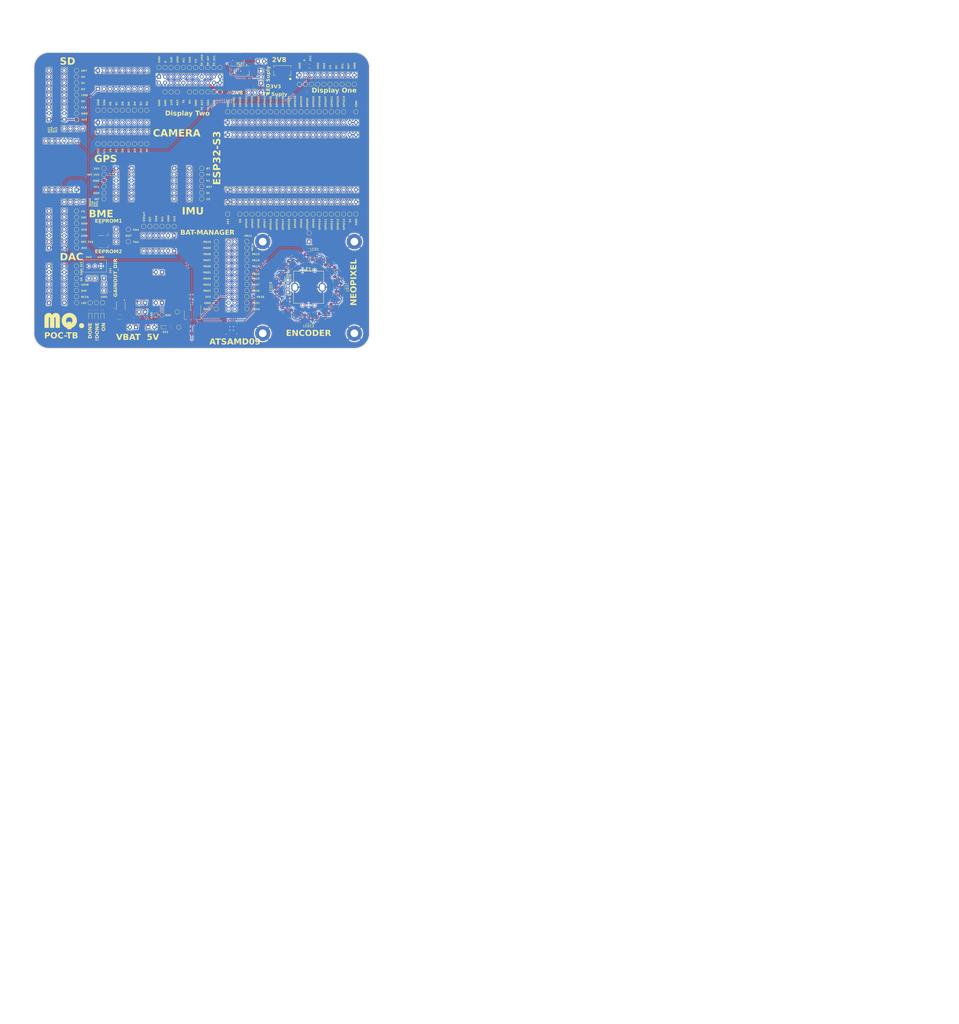
<source format=kicad_pcb>
(kicad_pcb (version 20240108) (generator "pcbnew") (generator_version "8.0")
  (title_block (title "POC-TB") (date "2024-07-18") (rev "Final"))
  (layers (0 "F.Cu" signal) (31 "B.Cu" mixed) (34 "B.Paste" user) (35 "F.Paste" user) (36 "B.SilkS" user "B.Silkscreen") (37 "F.SilkS" user "F.Silkscreen") (38 "B.Mask" user) (39 "F.Mask" user) (44 "Edge.Cuts" user))
  (net 0 "")
  (net 1 "+3V3")
  (net 2 "GND")
  (net 3 "+BATT")
  (net 4 "Net-(D2-K)")
  (net 5 "+5V")
  (net 6 "Net-(D3-K)")
  (net 7 "Net-(D4-K)")
  (net 8 "/ESP32/ESP_3V3")
  (net 9 "/ESP32/ESP_EN")
  (net 10 "/ESP32/ESP_GPIO4")
  (net 11 "/ESP32/ESP_GPIO5")
  (net 12 "/ESP32/ESP_GPIO6")
  (net 13 "/ESP32/ESP_GPIO7")
  (net 14 "/ESP32/ESP_GPIO15")
  (net 15 "/ESP32/ESP_GPIO16")
  (net 16 "/ESP32/ESP_GPIO17")
  (net 17 "/ESP32/ESP_GPIO18")
  (net 18 "/ESP32/ESP_GPIO8")
  (net 19 "/ESP32/ESP_GPIO3")
  (net 20 "/ESP32/ESP_GPIO46")
  (net 21 "/ESP32/ESP_GPIO9")
  (net 22 "/ESP32/ESP_GPIO10")
  (net 23 "/ESP32/ESP_GPIO11")
  (net 24 "/ESP32/ESP_GPIO12")
  (net 25 "/ESP32/ESP_GPIO13")
  (net 26 "/ESP32/ESP_GPIO14")
  (net 27 "/ESP32/ESP_U0TXD")
  (net 28 "/ESP32/ESP_U0RXD")
  (net 29 "/ESP32/ESP_GPIO1")
  (net 30 "/ESP32/ESP_GPIO2")
  (net 31 "/ESP32/ESP_GPIO42")
  (net 32 "/ESP32/ESP_GPIO41")
  (net 33 "/ESP32/ESP_GPI040")
  (net 34 "/ESP32/ESP_GPI039")
  (net 35 "/ESP32/ESP_GPIO38")
  (net 36 "/ESP32/ESP_GPIO37")
  (net 37 "/ESP32/ESP_GPIO36")
  (net 38 "/ESP32/ESP_GPIO35")
  (net 39 "/ESP32/ESP_GPIO0")
  (net 40 "/ESP32/ESP_GPIO45")
  (net 41 "/ESP32/ESP_GPIO48")
  (net 42 "/ESP32/ESP_GPI047")
  (net 43 "/ESP32/ESP_GPI021")
  (net 44 "/ESP32/ESP_GPIO20")
  (net 45 "/ESP32/ESP_GPIO19")
  (net 46 "/LEAT/ENC_A")
  (net 47 "/LEAT/ENC_B")
  (net 48 "/LEAT/EN_SWITCH")
  (net 49 "/LEAT/PA02")
  (net 50 "/LEAT/PA03")
  (net 51 "/LEAT/PA04")
  (net 52 "/LEAT/PA05")
  (net 53 "/LEAT/PA06")
  (net 54 "/LEAT/PA07")
  (net 55 "/LEAT/PA08")
  (net 56 "/LEAT/PA09")
  (net 57 "/LEAT/PA10")
  (net 58 "/LEAT/PA11")
  (net 59 "/LEAT/PA14")
  (net 60 "/LEAT/PA15")
  (net 61 "/LEAT/PA16")
  (net 62 "/LEAT/PA17")
  (net 63 "/LEAT/PA22")
  (net 64 "/LEAT/PA23")
  (net 65 "/LEAT/PA27")
  (net 66 "/LEAT/PA28{slash}~{RST}")
  (net 67 "/LEAT/PA30")
  (net 68 "/LEAT/PA31")
  (net 69 "/LEAT/PA24")
  (net 70 "/LEAT/PA25")
  (net 71 "Net-(J7-Pin_1)")
  (net 72 "/MAX98357/DAC_LRC")
  (net 73 "/MAX98357/DAC_BCLK")
  (net 74 "/MAX98357/DAC_DIN")
  (net 75 "/MAX98357/DAC_GAIN")
  (net 76 "/MAX98357/DAC_SD")
  (net 77 "/SD-Slot/SD_CLK")
  (net 78 "/SD-Slot/SD_D0")
  (net 79 "/SD-Slot/SD_CMD")
  (net 80 "/SD-Slot/SD_D3")
  (net 81 "/SD-Slot/SD_D1")
  (net 82 "/SD-Slot/SD_D2")
  (net 83 "/SD-Slot/SD_DET")
  (net 84 "/Power/BAT_SCL")
  (net 85 "/Power/BAT_SDA")
  (net 86 "/Power/BAT_INT")
  (net 87 "/Power/BAT_QStart")
  (net 88 "Net-(J18-Pin_2)")
  (net 89 "/EEPPROMs/EEPROM1_IO")
  (net 91 "/EEPPROMs/EEPROM2_IO")
  (net 92 "/OV5640/CAM_SCL")
  (net 93 "/OV5640/CAM_VS")
  (net 94 "/OV5640/CAM_PC")
  (net 95 "/OV5640/CAM_D9")
  (net 96 "/OV5640/CAM_D7")
  (net 97 "/OV5640/CAM_D5")
  (net 98 "/OV5640/CAM_D3")
  (net 99 "/OV5640/CAM_RT")
  (net 100 "/OV5640/CAM_SDA")
  (net 101 "/OV5640/CAM_HS")
  (net 102 "/OV5640/CAM_XC")
  (net 103 "/OV5640/CAM_D8")
  (net 104 "/OV5640/CAM_D6")
  (net 105 "/OV5640/CAM_D4")
  (net 106 "/OV5640/CAM_D2")
  (net 107 "/OV5640/CAM_PD")
  (net 108 "/PA116D/GPS_3V3")
  (net 109 "/PA116D/GPS_PPS")
  (net 110 "/BME280/BME_3V3")
  (net 111 "/BME280/BME_SCK")
  (net 112 "/BME280/BME_SDO")
  (net 113 "/BME280/BME_SDI")
  (net 114 "/BME280/BME_CS")
  (net 115 "/BNO085/IMU_3V3")
  (net 116 "/BNO085/IMU_SCL")
  (net 117 "/BNO085/IMU_SDA")
  (net 118 "/BNO085/IMU_INT")
  (net 119 "/BNO085/IMU_BT")
  (net 120 "/BNO085/IMU_P0")
  (net 121 "/BNO085/IMU_P1")
  (net 122 "/BNO085/IMU_RST")
  (net 123 "/BNO085/IMU_DI")
  (net 124 "/BNO085/IMU_CS")
  (net 125 "Net-(LED1-DIN)")
  (net 126 "Net-(J10-Pin_1)")
  (net 127 "Net-(J10-Pin_3)")
  (net 128 "Net-(U3-PROG)")
  (net 129 "Net-(U3-~{PG})")
  (net 130 "Net-(U3-STAT1)")
  (net 131 "Net-(U3-THERM)")
  (net 132 "Net-(R11-Pad1)")
  (net 133 "Net-(U3-STAT2)")
  (net 142 "Net-(LED1-DOUT)")
  (net 143 "Net-(LED2-DOUT)")
  (net 144 "Net-(LED3-DOUT)")
  (net 145 "Net-(LED4-DOUT)")
  (net 146 "Net-(LED5-DOUT)")
  (net 147 "Net-(LED6-DOUT)")
  (net 148 "Net-(LED7-DOUT)")
  (net 149 "Net-(LED8-DOUT)")
  (net 150 "Net-(LED10-DIN)")
  (net 151 "Net-(LED10-DOUT)")
  (net 152 "Net-(LED11-DOUT)")
  (net 153 "Net-(LED12-DOUT)")
  (net 154 "Net-(LED13-DOUT)")
  (net 155 "Net-(LED14-DOUT)")
  (net 156 "Net-(LED15-DOUT)")
  (net 157 "Net-(LED16-DOUT)")
  (net 158 "Net-(LED17-DOUT)")
  (net 159 "Net-(LED18-DOUT)")
  (net 160 "Net-(LED19-DOUT)")
  (net 161 "Net-(LED20-DOUT)")
  (net 162 "Net-(LED21-DOUT)")
  (net 163 "Net-(LED22-DOUT)")
  (net 164 "Net-(LED23-DOUT)")
  (net 166 "Net-(J9-Pin_2)")
  (net 167 "Net-(D1-A)")
  (net 168 "/Display/DSP1_A")
  (net 169 "/Display/DSP1_SDO")
  (net 170 "/Display/DSP1_SDA")
  (net 171 "/Display/DSP1_CS")
  (net 172 "/Display/DSP1_DC")
  (net 173 "/Display/DSP1_SCL")
  (net 174 "/Display/DSP1_RST")
  (net 175 "Net-(J39-Pin_2)")
  (net 176 "/Display/DSP2_A")
  (net 177 "+2V8")
  (net 182 "/Display/DSP2_RST")
  (net 183 "/Display/DSP2_SCL")
  (net 184 "/Display/DSP2_TE")
  (net 185 "/Display/DSP2_SDA")
  (net 186 "/Display/DSP2_DC")
  (net 187 "/Display/DSP2_CS")
  (net 188 "/Display/DSP2_TP_VDD")
  (net 189 "/Display/DSP2_TP_RST")
  (net 190 "/Display/DSP2_TP_INT")
  (net 191 "/Display/DSP2_TP_SDA")
  (net 192 "/Display/DSP2_TP_SCL")
  (net 194 "/PA116D/GPS_SCL")
  (net 195 "/PA116D/GPS_SDA")
  (net 196 "/PA116D/GPS_RST")
  (net 197 "/PA116D/GPS_RXI")
  (net 198 "/PA116D/GPS_TX0")
  (net 199 "/PA116D/GPS_WAKE")
  (footprint "Connector_PinHeader_2.54mm:PinHeader_1x03_P2.54mm_Vertical" (layer "F.Cu") (at 179.237 48.494 180)
    (property "Reference" "J39" (hide yes))
    (property "Value" "Conn_01x03_Pin")
  )
  (footprint "LED_SMD:LED_0603_1608Metric" (layer "F.Cu") (at 113.324 145.5475 -90)
    (property "Reference" "D2" (hide yes))
    (property "Value" "LED")
  )
  (footprint "TestPoint:TestPoint_Pad_D1.5mm" (layer "F.Cu") (at 145.074 149.84 90)
    (property "Reference" "TP89" (hide yes))
    (property "Value" "TestPoint")
  )
  (footprint "TestPoint:TestPoint_Pad_D1.5mm" (layer "F.Cu") (at 183.174 60.305)
    (property "Reference" "TP15" (hide yes))
    (property "Value" "TestPoint")
  )
  (footprint "TFG:SK68XX-EC3210F" (layer "F.Cu") (at 205.399 122.331477 60)
    (property "Reference" "LED3" (hide yes))
    (property "Value" "SK68XX-EC3210F")
  )
  (footprint "TestPoint:TestPoint_Pad_D1.5mm" (layer "F.Cu") (at 180.634 102.85)
    (property "Reference" "TP12" (hide yes))
    (property "Value" "TestPoint")
  )
  (footprint "TFG:SK68XX-EC3210F" (layer "F.Cu") (at 190.068743 124.349743 -45)
    (property "Reference" "LED22" (hide yes))
    (property "Value" "SK68XX-EC3210F")
  )
  (footprint "TestPoint:TestPoint_Pad_D1.5mm" (layer "F.Cu") (at 102.529 137.15 180)
    (property "Reference" "TP73" (hide yes))
    (property "Value" "TestPoint")
  )
  (footprint "TestPoint:TestPoint_Pad_D1.5mm" (layer "F.Cu") (at 154.599 96.5)
    (property "Reference" "TP148" (hide yes))
    (property "Value" "TestPoint")
  )
  (footprint "TestPoint:TestPoint_Pad_D1.5mm" (layer "F.Cu") (at 102.529 111.75)
    (property "Reference" "TP133" (hide yes))
    (property "Value" "TestPoint")
  )
  (footprint "TestPoint:TestPoint_Pad_D1.5mm" (layer "F.Cu") (at 113.959 91.42)
    (property "Reference" "TP145" (hide yes))
    (property "Value" "TestPoint")
  )
  (footprint "TestPoint:TestPoint_Pad_D1.5mm" (layer "F.Cu") (at 126.659 59.67 90)
    (property "Reference" "TP117" (hide yes))
    (property "Value" "TestPoint")
  )
  (footprint "TestPoint:TestPoint_Pad_D1.5mm" (layer "F.Cu") (at 188.254 102.85)
    (property "Reference" "TP18" (hide yes))
    (property "Value" "TestPoint")
  )
  (footprint "TestPoint:TestPoint_Pad_D1.5mm" (layer "F.Cu") (at 129.199 73.64 90)
    (property "Reference" "TP118" (hide yes))
    (property "Value" "TestPoint")
  )
  (footprint "TestPoint:TestPoint_Pad_D1.5mm" (layer "F.Cu") (at 215.559 48.875 180)
    (property "Reference" "TP153" (hide yes))
    (property "Value" "TestPoint")
  )
  (footprint "TestPoint:TestPoint_Pad_D1.5mm" (layer "F.Cu") (at 183.174 102.85)
    (property "Reference" "TP14" (hide yes))
    (property "Value" "TestPoint")
  )
  (footprint "TFG:MCP73833T" (layer "F.Cu") (at 120.944 140.95 -90)
    (property "Reference" "U3" (hide yes))
    (property "Value" "MCP73833T-FCI/MF")
  )
  (footprint "TestPoint:TestPoint_Pad_D1.5mm" (layer "F.Cu") (at 160.695 116.815)
    (property "Reference" "TP51" (hide yes))
    (property "Value" "TestPoint")
  )
  (footprint "TestPoint:TestPoint_Pad_D1.5mm" (layer "F.Cu") (at 116.499 59.67 90)
    (property "Reference" "TP109" (hide yes))
    (property "Value" "TestPoint")
  )
  (footprint "LED_SMD:LED_0603_1608Metric" (layer "F.Cu") (at 139.2065 149.84)
    (property "Reference" "D1" (hide yes))
    (property "Value" "LED")
  )
  (footprint "Capacitor_SMD:C_0603_1608Metric" (layer "F.Cu") (at 197.387962 145.92551 -97.5)
    (property "Reference" "C14" (hide yes))
    (property "Value" "C")
  )
  (footprint "Capacitor_SMD:C_0603_1608Metric" (layer "F.Cu") (at 210.789011 138.184537 157.5)
    (property "Reference" "C9" (hide yes))
    (property "Value" "C")
  )
  (footprint "TestPoint:TestPoint_Pad_D1.5mm" (layer "F.Cu") (at 160.695 121.895)
    (property "Reference" "TP49" (hide yes))
    (property "Value" "TestPoint")
  )
  (footprint "TestPoint:TestPoint_Pad_D1.5mm" (layer "F.Cu") (at 162.219 52.05 180)
    (property "Reference" "TP160" (hide yes))
    (property "Value" "TestPoint")
  )
  (footprint "TestPoint:TestPoint_Pad_D1.5mm" (layer "F.Cu") (at 199.303 110.724)
    (property "Reference" "TP71" (hide yes))
    (property "Value" "TestPoint")
  )
  (footprint "Connector_PinSocket_2.54mm:PinSocket_1x22_P2.54mm_Vertical" (layer "F.Cu") (at 165.394 92.69 90)
    (property "Reference" "J1" (hide yes))
    (property "Value" "Conn_01x22_Socket")
  )
  (footprint "Connector_PinSocket_2.54mm:PinSocket_1x06_P2.54mm_Vertical" (layer "F.Cu") (at 143.169 83.8)
    (property "Reference" "J32" (hide yes))
    (property "Value" "Conn_01x06_Socket")
  )
  (footprint "Connector_PinHeader_2.54mm:PinHeader_1x01_P2.54mm_Vertical" (layer "F.Cu") (at 199.303 114.28)
    (property "Reference" "J7" (hide yes))
    (property "Value" "Conn_01x01_Pin")
  )
  (footprint "TestPoint:TestPoint_Pad_D1.5mm" (layer "F.Cu") (at 113.959 93.96)
    (property "Reference" "TP147" (hide yes))
    (property "Value" "TestPoint")
  )
  (footprint "TFG:SK68XX-EC3210F" (layer "F.Cu") (at 211.749 133.33)
    (property "Reference" "LED7")
    (property "Value" "SK68XX-EC3210F")
  )
  (footprint "TestPoint:TestPoint_Pad_D1.5mm" (layer "F.Cu") (at 205.399 48.875 180)
    (property "Reference" "TP151" (hide yes))
    (property "Value" "TestPoint")
  )
  (footprint "Capacitor_SMD:C_0603_1608Metric" (layer "F.Cu") (at 186.448482 134.993695 7.5)
    (property "Reference" "C19" (hide yes))
    (property "Value" "C")
  )
  (footprint "TestPoint:TestPoint_Pad_D1.5mm" (layer "F.Cu") (at 119.039 59.67 90)
    (property "Reference" "TP111" (hide yes))
    (property "Value" "TestPoint")
  )
  (footprint "TestPoint:TestPoint_Pad_D1.5mm" (layer "F.Cu") (at 154.599 91.42)
    (property "Reference" "TP144" (hide yes))
    (property "Value" "TestPoint")
  )
  (footprint "Resistor_SMD:R_0402_1005Metric" (layer "F.Cu") (at 141.7465 149.84 180)
    (property "Reference" "R5" (hide yes))
    (property "Value" "5.1k")
  )
  (footprint "Capacitor_SMD:C_0805_2012Metric" (layer "F.Cu") (at 199.331 41.255 180)
    (property "Reference" "C30" (hide yes))
    (property "Value" "22u")
  )
  (footprint "TestPoint:TestPoint_Pad_D1.5mm" (layer "F.Cu") (at 102.529 109.21)
    (property "Reference" "TP134" (hide yes))
    (property "Value" "TestPoint")
  )
  (footprint "Connector_PinHeader_2.54mm:PinHeader_1x03_P2.54mm_Vertical" (layer "F.Cu") (at 179.222 52.304 -90)
    (property "Reference" "J40" (hide yes))
    (property "Value" "Conn_01x03_Pin")
  )
  (footprint "TestPoint:TestPoint_Pad_D1.5mm" (layer "F.Cu") (at 207.939 48.875 180)
    (property "Reference" "TP156" (hide yes))
    (property "Value" "TestPoint")
  )
  (footprint "TestPoint:TestPoint_Pad_D1.5mm" (layer "F.Cu") (at 165.394 102.85)
    (property "Reference" "TP1" (hide yes))
    (property "Value" "TestPoint")
  )
  (footprint "TestPoint:TestPoint_Pad_D1.5mm" (layer "F.Cu") (at 138.089 144.76 -90)
    (property "Reference" "TP94" (hide yes))
    (property "Value" "TestPoint")
  )
  (footprint "TFG:SK68XX-EC3210F" (layer "F.Cu") (at 190.068743 142.310256 45)
    (property "Reference" "LED16" (hide yes))
    (property "Value" "SK68XX-EC3210F")
  )
  (footprint "Resistor_SMD:R_0402_1005Metric" (layer "F.Cu") (at 176.194 137.646 -90)
    (property "Reference" "R1" (hide yes))
    (property "Value" "10k")
  )
  (footprint "TestPoint:TestPoint_Pad_D1.5mm" (layer "F.Cu") (at 160.695 124.435)
    (property "Reference" "TP48" (hide yes))
    (property "Value" "TestPoint")
  )
  (footprint "TestPoint:TestPoint_Pad_D1.5mm" (layer "F.Cu") (at 102.529 132.07 180)
    (property "Reference" "TP75" (hide yes))
    (property "Value" "TestPoint")
  )
  (footprint "TestPoint:TestPoint_Pad_D1.5mm" (layer "F.Cu") (at 113.959 88.88)
    (property "Reference" "TP143" (hide yes))
    (property "Value" "TestPoint")
  )
  (footprint "TestPoint:TestPoint_Pad_D1.5mm" (layer "F.Cu") (at 213.019 48.875 180)
    (property "Reference" "TP157" (hide yes))
    (property "Value" "TestPoint")
  )
  (footprint "TestPoint:TestPoint_Pad_D1.5mm" (layer "F.Cu") (at 124.1265 109.185 90)
    (property "Reference" "TP102" (hide yes))
    (property "Value" "TestPoint")
  )
  (footprint "TestPoint:TestPoint_Pad_D1.5mm" (layer "F.Cu") (at 130.469 107.93 -90)
    (property "Reference" "TP100" (hide yes))
    (property "Value" "TestPoint")
  )
  (footprint "Capacitor_SMD:C_0603_1608Metric" (layer "F.Cu") (at 191.329473 123.248388 -52.5)
    (property "Reference" "C23" (hide yes))
    (property "Value" "C")
  )
  (footprint "TestPoint:TestPoint_Pad_D1.5mm" (layer "F.Cu") (at 165.394 60.305)
    (property "Reference" "TP2" (hide yes))
    (property "Value" "TestPoint")
  )
  (footprint "TestPoint:TestPoint_Pad_D1.5mm" (layer "F.Cu") (at 102.529 139.69 180)
    (property "Reference" "TP72" (hide yes))
    (property "Value" "TestPoint")
  )
  (footprint "TestPoint:TestPoint_Pad_D1.5mm" (layer "F.Cu") (at 160.695 142.215)
    (property "Reference" "TP68" (hide yes))
    (property "Value" "TestPoint")
  )
  (footprint "Potentiometer_THT:Potentiometer_Bourns_3296W_Vertical" (layer "F.Cu") (at 107.609 124.45 180)
    (property "Reference" "RV1" (hide yes))
    (property "Value" "R_Potentiometer")
  )
  (footprint "Capacitor_SMD:C_0603_1608Metric" (layer "F.Cu") (at 194.200622 121.611104 112.5)
    (property "Reference" "C24" (hide yes))
    (property "Value" "C")
  )
  (footprint "TestPoint:TestPoint_Pad_D1.5mm" (layer "F.Cu") (at 218.734 60.305)
    (property "Reference" "TP43" (hide yes))
    (property "Value" "TestPoint")
  )
  (footprint "Capacitor_SMD:C_0603_1608Metric" (layer "F.Cu") (at 211.643314 134.987513 -7.5)
    (property "Reference" "C8" (hide yes))
    (property "Value" "C")
  )
  (footprint "TestPoint:TestPoint_Pad_D1.5mm" (layer "F.Cu") (at 154.599 52.05 180)
    (property "Reference" "TP162" (hide yes))
    (property "Value" "TestPoint")
  )
  (footprint "MountingHole:MountingHole_3.2mm_M3_Pad" (layer "F.Cu") (at 179.999 114.28)
    (property "Reference" "H1" (hide yes))
    (property "Value" "MountingHole_Pad")
  )
  (footprint "TestPoint:TestPoint_Pad_D1.5mm" (layer "F.Cu") (at 173.4 129.52)
    (property "Reference" "TP62" (hide yes))
    (property "Value" "TestPoint")
  )
  (footprint "TFG:PEC11R-4215F-S0024" (layer "F.Cu") (at 196.549 126.23)
    (property "Reference" "E1")
    (property "Value" "PEC11R-4215F-S0024" (hide yes))
  )
  (footprint "Capacitor_SMD:C_0603_1608Metric" (layer "F.Cu") (at 200.704741 120.748004 82.5)
    (property "Reference" "C2" (hide yes))
    (property "Value" "C")
  )
  (footprint "TestPoint:TestPoint_Pad_D1.5mm" (layer "F.Cu") (at 195.874 60.305)
    (property "Reference" "TP25" (hide yes))
    (property "Value" "TestPoint")
  )
  (footprint "Connector_PinSocket_2.54mm:PinSocket_1x07_P2.54mm_Vertical" (layer "F.Cu") (at 91.099 116.83 180)
    (property "Reference" "J29" (hide yes))
    (property "Value" "Conn_01x07_Socket")
  )
  (footprint "Capacitor_SMD:C_0402_1005Metric" (layer "F.Cu") (at 199.839 42.779 180)
    (property "Reference" "C31" (hide yes))
    (property "Value" "100n")
  )
  (footprint "Connector_PinSocket_2.54mm:PinSocket_1x09_P2.54mm_Vertical" (layer "F.Cu") (at 91.099 63.48 180)
    (property "Reference" "J12" (hide yes))
    (property "Value" "Conn_01x09_Socket")
  )
  (footprint "TestPoint:TestPoint_Pad_D1.5mm" (layer "F.Cu") (at 160.695 129.515)
    (property "Reference" "TP46" (hide yes))
    (property "Value" "TestPoint")
  )
  (footprint "TFG:SK68XX-EC3210F" (layer "F.Cu") (at 211.316257 136.617001 165)
    (property "Reference" "LED8" (hide yes))
    (property "Value" "SK68XX-EC3210F")
  )
  (footprint "MountingHole:MountingHole_3.2mm_M3_Pad" (layer "F.Cu") (at 218.099 152.38)
    (property "Reference" "H4" (hide yes))
    (property "Value" "MountingHole_Pad")
  )
  (footprint "TestPoint:TestPoint_Pad_D1.5mm" (layer "F.Cu") (at 141.899 41.89)
    (property "Reference" "TP178" (hide yes))
    (property "Value" "TestPoint")
  )
  (footprint "TestPoint:TestPoint_Pad_D1.5mm" (layer "F.Cu") (at 208.574 60.305)
    (property "Reference" "TP35" (hide yes))
    (property "Value" "TestPoint")
  )
  (footprint "TestPoint:TestPoint_Pad_D1.5mm" (layer "F.Cu") (at 216.194 102.85)
    (property "Reference" "TP40" (hide yes))
    (property "Value" "TestPoint")
  )
  (footprint "TestPoint:TestPoint_Pad_D1.5mm" (layer "F.Cu") (at 102.529 126.99 180)
    (property "Reference" "TP77" (hide yes))
    (property "Value" "TestPoint")
  )
  (footprint "TestPoint:TestPoint_Pad_D1.5mm" (layer "F.Cu") (at 152.059 41.89)
    (property "Reference" "TP174" (hide yes))
    (property "Value" "TestPoint")
  )
  (footprint "Capacitor_SMD:C_0402_1005Metric" (layer "F.Cu") (at 168.569 39.35 90)
    (property "Reference" "C33" (hide yes))
    (property "Value" "100n")
  )
  (footprint "Connector_PinSocket_2.54mm:PinSocket_1x07_P2.54mm_Vertical" (layer "F.Cu") (at 91.099 139.69 180)
    (property "Reference" "J8" (hide yes))
    (property "Value" "Conn_01x07_Socket")
  )
  (footprint "Capacitor_SMD:C_0603_1608Metric" (layer "F.Cu") (at 149.519 139.045)
    (property "Reference" "C26" (hide yes))
    (property "Value" "100n")
  )
  (footprint "TestPoint:TestPoint_Pad_D1.5mm" (layer "F.Cu") (at 190.794 102.85)
    (property "Reference" "TP20" (hide yes))
    (property "Value" "TestPoint")
  )
  (footprint "TestPoint:TestPoint_Pad_D1.5mm" (layer "F.Cu") (at 154.599 93.96)
    (property "Reference" "TP146" (hide yes))
    (property "Value" "TestPoint")
  )
  (footprint "TFG:ATSAMD09D14A-MUT" (layer "F.Cu") (at 167.045 150.375)
    (property "Reference" "U1" (hide yes))
    (property "Value" "ATSAMD09D14A-MUT" (hide yes))
  )
  (footprint "Connector_PinHeader_2.54mm:PinHeader_1x02_P2.54mm_Vertical" (layer "F.Cu") (at 132.374 149.84 90)
    (property "Reference" "J14" (hide yes))
    (property "Value" "Conn_01x02_Pin")
  )
  (footprint "TestPoint:TestPoint_Pad_D1.5mm" (layer "F.Cu") (at 195.239 48.875 180)
    (property "Reference" "TP41" (hide yes))
    (property "Value" "TestPoint")
  )
  (footprint "Connector_PinHeader_2.54mm:PinHeader_1x09_P2.54mm_Vertical" (layer "F.Cu") (at 111.419 68.56 90)
    (property "Reference" "J25" (hide yes))
    (property "Value" "Conn_01x09_Pin")
  )
  (footprint "TFG:SK68XX-EC3210F" (layer "F.Cu") (at 195.761998 121.062742 -75)
    (property "Reference" "LED24" (hide yes))
    (property "Value" "SK68XX-EC3210F")
  )
  (footprint "Connector_PinHeader_2.54mm:PinHeader_1x10_P2.54mm_Vertical" (layer "F.Cu") (at 195.239 45.065 90)
    (property "Reference" "J37" (hide yes))
    (property "Value" "Conn_02x05_Odd_Even")
  )
  (footprint "TestPoint:TestPoint_Pad_D1.5mm" (layer "F.Cu") (at 160.695 139.675)
    (property "Reference" "TP69" (hide yes))
    (property "Value" "TestPoint")
  )
  (footprint "TestPoint:TestPoint_Pad_D1.5mm" (layer "F.Cu") (at 102.529 101.59)
    (property "Reference" "TP137" (hide yes))
    (property "Value" "TestPoint")
  )
  (footprint "TestPoint:TestPoint_Pad_D1.5mm" (layer "F.Cu") (at 175.554 102.85)
    (property "Reference" "TP8" (hide yes))
    (property "Value" "TestPoint")
  )
  (footprint "Connector_PinSocket_2.54mm:PinSocket_1x06_P2.54mm_Vertical" (layer "F.Cu") (at 125.389 83.8)
    (property "Reference" "J31" (hide yes))
    (property "Value" "Conn_01x06_Socket")
  )
  (footprint "Capacitor_SMD:C_0603_1608Metric" (layer "F.Cu") (at 188.94829 141.076822 37.5)
    (property "Reference" "C17" (hide yes))
    (property "Value" "C")
  )
  (footprint "Resistor_SMD:R_0402_1005Metric" (layer "F.Cu") (at 167.045 40.366)
    (property "Reference" "R14" (hide yes))
    (property "Value" "22")
  )
  (footprint "TestPoint:TestPoint_Pad_D1.5mm" (layer "F.Cu") (at 200.954 60.305)
    (property "Reference" "TP29" (hide yes))
    (property "Value" "TestPoint")
  )
  (footprint "TestPoint:TestPoint_Pad_D1.5mm" (layer "F.Cu") (at 178.094 102.85)
    (property "Reference" "TP10" (hide yes))
    (property "Value" "TestPoint")
  )
  (footprint "TestPoint:TestPoint_Pad_D1.5mm" (layer "F.Cu") (at 131.739 73.64 90)
    (property "Reference" "TP120" (hide yes))
    (property "Value" "TestPoint")
  )
  (footprint "TFG:SK68XX-EC3210F" (layer "F.Cu") (at 199.049 120.63 90)
    (property "Reference" "LED1")
    (property "Value" "SK68XX-EC3210F")
  )
  (footprint "TFG:SK68XX-EC3210F" (layer "F.Cu") (at 186.349 133.33 180)
    (property "Reference" "LED19")
    (property "Value" "SK68XX-EC3210F")
  )
  (footprint "Capacitor_SMD:C_0603_1608Metric" (layer "F.Cu") (at 206.777034 123.240457 52.5)
    (property "Reference" "C4" (hide yes))
    (property "Value" "C")
  )
  (footprint "TestPoint:TestPoint_Pad_D1.5mm" (layer "F.Cu") (at 146.979 41.89)
    (property "Reference" "TP176" (hide yes))
    (property "Value" "TestPoint")
  )
  (footprint "TFG:SK68XX-EC3210F" (layer "F.Cu") (at 210.047522 139.68 -30)
    (property "Reference" "LED9" (hide yes))
    (property "Value" "SK68XX-EC3210F")
  )
  (footprint "Capacitor_SMD:C_0603_1608Metric" (layer "F.Cu") (at 149.519 150.475 180)
    (property "Reference" "C27" (hide yes))
    (property "Value" "100n")
  )
  (footprint "TestPoint:TestPoint_Pad_D1.5mm" (layer "F.Cu") (at 198.414 60.305)
    (property "Reference" "TP27" (hide yes))
    (property "Value" "TestPoint")
  )
  (footprint "TestPoint:TestPoint_Pad_D1.5mm" (layer "F.Cu") (at 124.119 73.64 90)
    (property "Reference" "TP114" (hide yes))
    (property "Value" "TestPoint")
  )
  (footprint "TFG:DS28E07P+" (layer "F.Cu") (at 112.6965 109.185 180)
    (property "Reference" "U4" (hide yes))
    (property "Value" "DS28E07P+")
  )
  (footprint "Capacitor_SMD:C_0603_1608Metric" (layer "F.Cu") (at 187.307216 138.177491 -157.5)
    (property "Reference" "C18" (hide yes))
    (property "Value" "C")
  )
  (footprint "TestPoint:TestPoint_Pad_D1.5mm" (layer "F.Cu") (at 135.549 144.76 -90)
    (property "Reference" "TP96" (hide yes))
    (property "Value" "TestPoint")
  )
  (footprint "Capacitor_SMD:C_0402_1005Metric" (layer "F.Cu") (at 176.189 50.018 180)
    (property "Reference" "C34" (hide yes))
    (property "Value" "100n")
  )
  (footprint "TestPoint:TestPoint_Pad_D1.5mm" (layer "F.Cu") (at 198.414 102.85)
    (property "Reference" "TP26" (hide yes))
    (property "Value" "TestPoint")
  )
  (footprint "TestPoint:TestPoint_Pad_D1.5mm" (layer "F.Cu") (at 154.599 88.88)
    (property "Reference" "TP142" (hide yes))
    (property "Value" "TestPoint")
  )
  (footprint "TestPoint:TestPoint_Pad_D1.5mm" (layer "F.Cu") (at 213.654 60.305)
    (property "Reference" "TP39" (hide yes))
    (property "Value" "TestPoint")
  )
  (footprint "Connector_PinHeader_2.54mm:PinHeader_1x02_P2.54mm_Vertical" (layer "F.Cu") (at 138.089 139.68 -90)
    (property "Reference" "J20" (hide yes))
    (property "Value" "Conn_01x02_Pin")
  )
  (footprint "TestPoint:TestPoint_Pad_D1.5mm" (layer "F.Cu") (at 178.094 60.305)
    (property "Reference" "TP11" (hide yes))
    (property "Value" "TestPoint")
  )
  (footprint "TestPoint:TestPoint_Pad_D1.5mm" (layer "F.Cu") (at 133.009 107.93 -90)
    (property "Reference" "TP98" (hide yes))
    (property "Value" "TestPoint")
  )
  (footprint "TestPoint:TestPoint_Pad_D1.5mm" (layer "F.Cu") (at 121.579 59.67 90)
    (property "Reference" "TP113" (hide yes))
    (property "Value" "TestPoint")
  )
  (footprint "TestPoint:TestPoint_Pad_D1.5mm" (layer "F.Cu") (at 154.599 86.34)
    (property "Reference" "TP140" (hide yes))
    (property "Value" "TestPoint")
  )
  (footprint "TestPoint:TestPoint_Pad_D1.5mm" (layer "F.Cu") (at 162.219 41.89)
    (property "Reference" "TP170" (hide yes))
    (property "Value" "TestPoint")
  )
  (footprint "TestPoint:TestPoint_Pad_D1.5mm" (layer "F.Cu") (at 111.419 59.67 90)
    (property "Reference" "TP105" (hide yes))
    (property "Value" "TestPoint")
  )
  (footprint "TestPoint:TestPoint_Pad_D1.5mm" (layer "F.Cu") (at 140.629 107.93 -90)
    (property "Reference" "TP92" (hide yes))
    (property "Value" "TestPoint")
  )
  (footprint "Capacitor_SMD:C_0603_1608Metric" (layer "F.Cu") (at 197.393258 120.748004 -82.5)
    (property "Reference" "C1" (hide yes))
    (property "Value" "C")
  )
  (footprint "Connector_PinSocket_2.54mm:PinSocket_1x06_P2.54mm_Vertical" (layer "F.Cu") (at 102.529 72.37 -90)
    (property "Reference" "J27" (hide yes))
    (property "Value" "Conn_01x06_Socket")
  )
  (footprint "Resistor_SMD:R_0402_1005Metric" (layer "F.Cu") (at 110.784 142.73 90)
    (property "Reference" "R10" (hide yes))
    (property "Value" "1k")
  )
  (footprint "TestPoint:TestPoint_Pad_D1.5mm" (layer "F.Cu") (at 193.334 60.305)
    (property "Reference" "TP23" (hide yes))
    (property "Value" "TestPoint")
  )
  (footprint "TestPoint:TestPoint_Pad_D1.5mm" (layer "F.Cu") (at 160.695 132.055)
    (property "Reference" "TP45" (hide yes))
    (property "Value" "TestPoint")
  )
  (footprint "TestPoint:TestPoint_Pad_D1.5mm" (layer "F.Cu") (at 203.494 60.305)
    (property "Reference" "TP31" (hide yes))
    (property "Value" "TestPoint")
  )
  (footprint "TestPoint:TestPoint_Pad_D1.5mm" (layer "F.Cu") (at 135.549 107.93 -90)
    (property "Reference" "TP95" (hide yes))
    (property "Value" "TestPoint")
  )
  (footprint "MountingHole:MountingHole_3.2mm_M3_Pad" (layer "F.Cu") (at 179.999 152.38)
    (property "Reference" "H3" (hide yes))
    (property "Value" "MountingHole_Pad")
  )
  (footprint "TestPoint:TestPoint_Pad_D1.5mm" (layer "F.Cu") (at 210.479 48.875 180)
    (property "Reference" "TP152" (hide yes))
    (property "Value" "TestPoint")
  )
  (footprint "Capacitor_SMD:C_0603_1608Metric" (layer "F.Cu") (at 186.454685 131.664554 172.5)
    (property "Reference" "C20" (hide yes))
    (property "Value" "C")
  )
  (footprint "Resistor_SMD:R_0402_1005Metric" (layer "F.Cu") (at 113.324 142.73 90)
    (property "Reference" "R7" (hide yes))
    (property "Value" "1k")
  )
  (footprint "Capacitor_SMD:C_0603_1608Metric" (layer "F.Cu") (at 209.122613 125.602541 -142.5)
    (property "Reference" "C5" (hide yes))
    (property "Value" "C")
  )
  (footprint "TFG:1-2328702-0" (layer "F.Cu") (at 188.127 43.16 180)
    (property "Reference" "J35" (hide yes))
    (property "Value" "1-2328702-0")
  )
  (footprint "TestPoint:TestPoint_Pad_D1.5mm" (layer "F.Cu") (at 213.654 102.85)
    (property "Reference" "TP38" (hide yes))
    (property "Value" "TestPoint")
  )
  (footprint "Capacitor_SMD:C_0603_1608Metric" (layer "F.Cu") (at 200.704165 145.940754 97.5)
    (property "Reference" "C13" (hide yes))
    (property "Value" "C")
  )
  (footprint "TestPoint:TestPoint_Pad_D1.5mm" (layer "F.Cu") (at 197.779 48.875 180)
    (property "Reference" "TP154" (hide yes))
    (property "Value" "TestPoint")
  )
  (footprint "TFG:SK68XX-EC3210F" (layer "F.Cu") (at 210.047522 126.98 30)
    (property "Reference" "LED5" (hide yes))
    (property "Value" "SK68XX-EC3210F")
  )
  (footprint "TestPoint:TestPoint_Pad_D1.5mm" (layer "F.Cu") (at 149.519 41.89)
    (property "Reference" "TP175" (hide yes))
    (property "Value" "TestPoint")
  )
  (footprint "TestPoint:TestPoint_Pad_D1.5mm" (layer "F.Cu") (at 173.4 132.06)
    (property "Reference" "TP63" (hide yes))
    (property "Value" "TestPoint")
  )
  (footprint "TestPoint:TestPoint_Pad_D1.5mm" (layer "F.Cu") (at 160.695 119.355)
    (property "Reference" "TP50" (hide yes))
    (property "Value" "TestPoint")
  )
  (footprint "TestPoint:TestPoint_Pad_D1.5mm" (layer "F.Cu") (at 113.959 73.64 90)
    (property "Reference" "TP106" (hide yes))
    (property "Value" "TestPoint")
  )
  (footprint "Resistor_SMD:R_0402_1005Metric" (layer "F.Cu") (at 116.499 135.12 -90)
    (property "Reference" "R4" (hide yes))
    (property "Value" "100k")
  )
  (footprint "Connector_PinHeader_2.54mm:PinHeader_2x12_P2.54mm_Vertical" (layer "F.Cu") (at 165.775 114.275)
    (property "Reference" "J6" (hide yes))
    (property "Value" "Conn_02x12_Odd_Even")
  )
  (footprint "TestPoint:TestPoint_Pad_D1.5mm" (layer "F.Cu") (at 136.819 41.89 180)
    (property "Reference" "TP90" (hide yes))
    (property "Value" "TestPoint")
  )
  (footprint "TestPoint:TestPoint_Pad_D1.5mm" (layer "F.Cu") (at 157.139 41.89)
    (property "Reference" "TP172" (hide yes))
    (property "Value" "TestPoint")
  )
  (footprint "TestPoint:TestPoint_Pad_D1.5mm" (layer "F.Cu") (at 131.739 59.67 90)
    (property "Reference" "TP121" (hide yes))
    (property "Value" "TestPoint")
  )
  (footprint "Resistor_SMD:R_0402_1005Metric" (layer "F.Cu") (at 119.674 146.54 -90)
    (property "Reference" "R12" (hide yes))
    (property "Value" "150k")
  )
  (footprint "Connector_PinSocket_2.54mm:PinSocket_1x09_P2.54mm_Vertical" (layer "F.Cu") (at 111.419 50.78 90)
    (property "Reference" "J23" (hide yes))
    (property "Value" "Conn_01x09_Socket")
  )
  (footprint "TFG:SK68XX-EC3210F" (layer "F.Cu") (at 188.050477 126.98 150)
    (property "Reference" "LED21" (hide yes))
    (property "Value" "SK68XX-EC3210F")
  )
  (footprint "TestPoint:TestPoint_Pad_D1.5mm" (layer "F.Cu") (at 149.519 52.05)
    (property "Reference" "TP164" (hide yes))
    (property "Value" "TestPoint")
  )
  (footprint "Connector_PinHeader_2.54mm:PinHeader_1x04_P2.54mm_Vertical" (layer "F.Cu") (at 105.069 67.29 -90)
    (property "Reference" "J28" (hide yes))
    (property "Value" "Conn_01x04_Pin")
  )
  (footprint "TestPoint:TestPoint_Pad_D1.5mm" (layer "F.Cu") (at 139.359 41.89)
    (property "Reference" "TP179" (hide yes))
    (property "Value" "TestPoint")
  )
  (footprint "TestPoint:TestPoint_Pad_D1.5mm" (layer "F.Cu") (at 102.529 104.13)
    (property "Reference" "TP136" (hide yes))
    (property "Value" "TestPoint")
  )
  (footprint "TestPoint:TestPoint_Pad_D1.5mm" (layer "F.Cu") (at 203.494 102.85)
    (property "Reference" "TP30" (hide yes))
    (property "Value" "TestPoint")
  )
  (footprint "TestPoint:TestPoint_Pad_D1.5mm" (layer "F.Cu") (at 102.529 43.16)
    (property "Reference" "TP87" (hide yes))
    (property "Value" "TestPoint")
  )
  (footprint "Connector_PinHeader_2.54mm:PinHeader_1x22_P2.54mm_Vertical" (layer "F.Cu") (at 165.394 64.75 90)
    (property "Reference" "J4" (hide yes))
    (property "Value" "Conn_01x22_Pin")
  )
  (footprint "TestPoint:TestPoint_Pad_D1.5mm" (layer "F.Cu") (at 202.859 48.875 180)
    (property "Reference" "TP155" (hide yes))
    (property "Value" "TestPoint")
  )
  (footprint "TestPoint:TestPoint_Pad_D1.5mm" (layer "F.Cu") (at 141.899 52.05)
    (property "Reference" "TP167" (hide yes))
    (property "Value" "TestPoint")
  )
  (footprint "Capacitor_SMD:C_0603_1608Metric" (layer "F.Cu") (at 187.317773 128.46404 -22.5)
    (property "Reference" "C21" (hide yes))
    (property "Value" "C")
  )
  (footprint "TFG:SK68XX-EC3210F" (layer "F.Cu") (at 195.761998 145.597257 75)
    (property "Reference" "LED14" (hide yes))
    (property "Value" "SK68XX-EC3210F")
  )
  (footprint "TestPoint:TestPoint_Pad_D1.5mm" (layer "F.Cu") (at 111.419 73.64 90)
    (property "Reference" "TP104" (hide yes))
    (property "Value" "TestPoint")
  )
  (footprint "TestPoint:TestPoint_Pad_D1.5mm" (layer "F.Cu") (at 108.244 139.68 -90)
    (property "Reference" "TP99" (hide yes))
    (property "Value" "TestPoint")
  )
  (footprint "TestPoint:TestPoint_Pad_D1.5mm" (layer "F.Cu") (at 173.4 119.36)
    (property "Reference" "TP57" (hide yes))
    (property "Value" "TestPoint")
  )
  (footprint "TestPoint:TestPoint_Pad_D1.5mm" (layer "F.Cu") (at 154.599 83.8)
    (property "Reference" "TP138" (hide yes))
    (property "Value" "TestPoint")
  )
  (footprint "Connector_PinSocket_2.54mm:PinSocket_1x09_P2.54mm_Vertical" (layer "F.Cu") (at 111.419 43.16 90)
    (property "Reference" "J24" (hide yes))
    (property "Value" "Conn_01x09_Socket")
  )
  (footprint "TestPoint:TestPoint_Pad_D1.5mm" (layer "F.Cu") (at 102.529 58.4)
    (property "Reference" "TP81" (hide yes))
    (property "Value" "TestPoint")
  )
  (footprint "TestPoint:TestPoint_Pad_D1.5mm" (layer "F.Cu") (at 160.695 126.975)
    (property "Reference" "TP47" (hide yes))
    (property "Value" "TestPoint")
  )
  (footprint "Resistor_SMD:R_0402_1005Metric" (layer "F.Cu") (at 120.944 146.54 -90)
    (property "Reference" "R11" (hide yes))
    (property "Value" "10k")
  )
  (footprint "Resistor_SMD:R_0402_1005Metric" (layer "F.Cu") (at 118.404 141.966 -90)
    (property "Reference" "R6" (hide yes))
    (property "Value" "5k")
  )
  (footprint "TestPoint:TestPoint_Pad_D1.5mm" (layer "F.Cu") (at 139.359 52.05)
    (property "Reference" "TP168" (hide yes))
    (property "Value" "TestPoint")
  )
  (footprint "TestPoint:TestPoint_Pad_D1.5mm" (layer "F.Cu") (at 170.474 60.305)
    (property "Reference" "TP5" (hide yes))
    (property "Value" "TestPoint")
  )
  (footprint "Capacitor_SMD:C_0805_2012Metric" (layer "F.Cu") (at 126.344 146.665 180)
    (property "Reference" "C29" (hide yes))
    (property "Value" "10u")
  )
  (footprint "Connector_PinHeader_2.54mm:PinHeader_1x07_P2.54mm_Vertical" (layer "F.Cu") (at 97.449 116.82 180)
    (property "Reference" "J30" (hide yes))
    (property "Value" "Conn_01x07_Pin")
  )
  (footprint "TestPoint:TestPoint_Pad_D1.5mm" (layer "F.Cu") (at 206.034 60.305)
    (property "Reference" "TP33" (hide yes))
    (property "Value" "TestPoint")
  )
  (footprint "TestPoint:TestPoint_Pad_D1.5mm" (layer "F.Cu") (at 102.529 124.45 180)
    (property "Reference" "TP78" (hide yes))
    (property "Value" "TestPoint")
  )
  (footprint "TestPoint:TestPoint_Pad_D1.5mm" (layer "F.Cu") (at 102.529 63.48)
    (property "Reference" "TP79" (hide yes))
    (property "Value" "TestPoint")
  )
  (footprint "TestPoint:TestPoint_Pad_D1.5mm" (layer "F.Cu") (at 173.4 124.44)
    (property "Reference" "TP60" (hide yes))
    (property "Value" "TestPoint")
  )
  (footprint "Connector_PinHeader_2.54mm:PinHeader_1x03_P2.54mm_Vertical" (layer "F.Cu") (at 113.959 129.53)
    (property "Reference" "J10" (hide yes))
    (property "Value" "Conn_01x03_Pin")
  )
  (footprint "TestPoint:TestPoint_Pad_D1.5mm" (layer "F.Cu") (at 102.529 129.53 180)
    (property "Reference" "TP76" (hide yes))
    (property "Value" "TestPoint")
  )
  (footprint "TestPoint:TestPoint_Pad_D1.5mm" (layer "F.Cu") (at 175.554 60.305)
    (property "Reference" "TP9" (hide yes))
    (property "Value" "TestPoint")
  )
  (footprint "TestPoint:TestPoint_Pad_D1.5mm" (layer "F.Cu") (at 124.119 59.67 90)
    (property "Reference" "TP115" (hide yes))
    (property "Value" "TestPoint")
  )
  (footprint "TestPoint:TestPoint_Pad_D1.5mm" (layer "F.Cu") (at 190.794 60.305)
    (property "Reference" "TP21" (hide yes))
    (property "Value" "TestPoint")
  )
  (footprint "TFG:SK68XX-EC3210F" (layer "F.Cu") (at 192.699 122.331477 120)
    (property "Reference" "LED23" (hide yes))
    (property "Value" "SK68XX-EC3210F")
  )
  (footprint "TestPoint:TestPoint_Pad_D1.5mm" (layer "F.Cu") (at 102.529 45.7)
    (property "Reference" "TP86" (hide yes))
    (property "Value" "TestPoint")
  )
  (footprint "Connector_PinHeader_2.54mm:PinHeader_1x07_P2.54mm_Vertical" (layer "F.Cu") (at 97.449 139.69 180)
    (property "Reference" "J11" (hide yes))
    (property "Value" "Conn_01x07_Pin")
  )
  (footprint "TestPoint:TestPoint_Pad_D1.5mm" (layer "F.Cu") (at 113.959 96.5)
    (property "Reference" "TP149" (hide yes))
    (property "Value" "TestPoint")
  )
  (footprint "TestPoint:TestPoint_Pad_D1.5mm" (layer "F.Cu") (at 211.114 102.85)
    (property "Reference" "TP36" (hide yes))
    (property "Value" "TestPoint")
  )
  (footprint "Capacitor_SMD:C_0603_1608Metric" (layer "F.Cu") (at 206.79056 143.41678 127.5)
    (property "Reference" "C11" (hide yes))
    (property "Value" "C")
  )
  (footprint "TestPoint:TestPoint_Pad_D1.5mm" (layer "F.Cu") (at 138.089 107.93 -90)
    (property "Reference" "TP93" (hide yes))
    (property "Value" "TestPoint")
  )
  (footprint "TestPoint:TestPoint_Pad_D1.5mm" (layer "F.Cu") (at 173.4 139.68)
    (property "Reference" "TP66" (hide yes))
    (property "Value" "TestPoint")
  )
  (footprint "Connector_PinHeader_2.54mm:PinHeader_1x06_P2.54mm_Vertical" (layer "F.Cu") (at 143.169 111.74 -90)
    (property "Reference" "J19" (hide yes))
    (property "Value" "Conn_01x06_Pin")
  )
  (footprint "TestPoint:TestPoint_Pad_D1.5mm" (layer "F.Cu") (at 211.114 60.305)
    (property "Reference" "TP37" (hide yes))
    (property "Value" "TestPoint")
  )
  (footprint "TestPoint:TestPoint_Pad_D1.5mm" (layer "F.Cu") (at 116.499 73.64 90)
    (property "Reference" "TP108" (hide yes))
    (property "Value" "TestPoint")
  )
  (footprint "TestPoint:TestPoint_Pad_D1.5mm" (layer "F.Cu") (at 200.319 48.875 180)
    (property "Reference" "TP150" (hide yes))
    (property "Value" "TestPoint")
  )
  (footprint "TestPoint:TestPoint_Pad_D1.5mm" (layer "F.Cu") (at 157.139 52.05 180)
    (property "Reference" "TP161" (hide yes))
    (property "Value" "TestPoint")
  )
  (footprint "TestPoint:TestPoint_Pad_D1.5mm" (layer "F.Cu") (at 102.529 53.32)
    (property "Reference" "TP83" (hide yes))
    (property "Value" "TestPoint")
  )
  (footprint "TestPoint:TestPoint_Pad_D1.5mm" (layer "F.Cu") (at 102.529 116.83)
    (property "Reference" "TP131" (hide yes))
    (property "Value" "TestPoint")
  )
  (footprint "TestPoint:TestPoint_Pad_D1.5mm" (layer "F.Cu") (at 185.714 102.85)
    (property "Reference" "TP16" (hide yes))
    (property "Value" "TestPoint")
  )
  (footprint "TestPoint:TestPoint_Pad_D1.5mm" (layer "F.Cu") (at 152.059 52.05)
    (property "Reference" "TP163" (hide yes))
    (property "Value" "TestPoint")
  )
  (footprint "TestPoint:TestPoint_Pad_D1.5mm" (layer "F.Cu") (at 160.695 134.595)
    (property "Reference" "TP44" (hide yes))
    (property "Value" "TestPoint")
  )
  (footprint "TestPoint:TestPoint_Pad_D1.5mm" (layer "F.Cu") (at 144.439 143.49 180)
    (property "Reference" "TP88" (hide yes))
    (property "Value" "TestPoint")
  )
  (footprint "TFG:SK68XX-EC3210F" (layer "F.Cu") (at 188.050477 139.68 -150)
    (property "Reference" "LED17" (hide yes))
    (property "Value" "SK68XX-EC3210F")
  )
  (footprint "MountingHole:MountingHole_3.2mm_M3_Pad" (layer "F.Cu") (at 218.099 114.28)
    (property "Reference" "H2" (hide yes))
    (property "Value" "MountingHole_Pad")
  )
  (footprint "Capacitor_SMD:C_0603_1608Metric" (layer "F.Cu") (at 209.116829 141.059773 -37.5)
    (property "Reference" "C10" (hide yes))
    (property "Value" "C")
  )
  (footprint "TestPoint:TestPoint_Pad_D1.5mm" (layer "F.Cu") (at 102.529 48.24)
    (property "Reference" "TP85" (hide yes))
    (property "Value" "TestPoint")
  )
  (footprint "Connector_PinHeader_2.54mm:PinHeader_1x02_P2.54mm_Vertical" (layer "F.Cu") (at 177.962 39.35 90)
    (property "Reference" "J41" (hide yes))
    (property "Value" "Conn_01x02")
  )
  (footprint "LED_SMD:LED_0603_1608Metric" (layer "F.Cu") (at 108.244 145.5475 -90)
    (property "Reference" "D4" (hide yes))
    (property "Value" "LED")
  )
  (footprint "Connector_PinHeader_2.54mm:PinHeader_1x02_P2.54mm_Vertical" (layer "F.Cu") (at 131.104 139.68 -90)
    (property "Reference" "J18" (hide yes))
    (property "Value" "Conn_01x02_Pin")
  )
  (footprint "TestPoint:TestPoint_Pad_D1.5mm" (layer "F.Cu") (at 180.634 60.305)
    (property "Reference" "TP13" (hide yes))
    (property "Value" "TestPoint")
  )
  (footprint "TestPoint:TestPoint_Pad_D1.5mm" (layer "F.Cu") (at 102.529 60.94)
    (property "Reference" "TP80" (hide yes))
    (property "Value" "TestPoint")
  )
  (footprint "LED_SMD:LED_0603_1608Metric" (layer "F.Cu") (at 110.784 145.5475 -90)
    (property "Reference" "D3" (hide yes))
    (property "Value" "LED")
  )
  (footprint "TestPoint:TestPoint_Pad_D1.5mm" (layer "F.Cu") (at 160.695 137.135)
    (property "Reference" "TP70" (hide yes))
    (property "Value" "TestPoint")
  )
  (footprint "TestPoint:TestPoint_Pad_D1.5mm" (layer "F.Cu") (at 113.959 86.34)
    (property "Reference" "TP141" (hide yes))
    (property "Value" "TestPoint")
  )
  (footprint "TFG:SK68XX-EC3210F" (layer "F.Cu") (at 205.399 144.328522 -60)
    (property "Reference" "LED11" (hide yes))
    (property "Value" "SK68XX-EC3210F")
  )
  (footprint "TestPoint:TestPoint_Pad_D1.5mm" (layer "F.Cu") (at 113.324 139.68 -90)
    (property "Reference" "TP97" (hide yes))
    (property "Value" "TestPoint")
  )
  (footprint "TestPoint:TestPoint_Pad_D1.5mm" (layer "F.Cu") (at 144.439 41.89)
    (property "Reference" "TP177" (hide yes))
    (property "Value" "TestPoint")
  )
  (footprint "Connector_PinSocket_2.54mm:PinSocket_1x02_P2.54mm_Vertical" (layer "F.Cu") (at 138.089 126.98 -90)
    (property "Reference" "J16" (hide yes))
    (property "Value" "Conn_01x02_Socket")
  )
  (footprint "TestPoint:TestPoint_Pad_D1.5mm" (layer "F.Cu") (at 206.034 102.85)
    (property "Reference" "TP32" (hide yes))
    (property "Value" "TestPoint")
  )
  (footprint "TestPoint:TestPoint_Pad_D1.5mm" (layer "F.Cu") (at 208.574 102.85)
    (property "Reference" "TP34" (hide yes))
    (property "Value" "TestPoint")
  )
  (footprint "TestPoint:TestPoint_Pad_D1.5mm" (layer "F.Cu") (at 113.959 59.67 90)
    (property "Reference" "TP107" (hide yes))
    (property "Value" "TestPoint")
  )
  (footprint "Capacitor_SMD:C_0603_1608Metric" (layer "F.Cu") (at 203.922325 145.074708 -67.5)
    (property "Reference" "C12" (hide yes))
    (property "Value" "C")
  )
  (footprint "TestPoint:TestPoint_Pad_D1.5mm" (layer "F.Cu") (at 218.099 48.875 180)
    (property "Reference" "TP158" (hide yes))
    (property "Value" "TestPoint")
  )
  (footprint "Connector_PinHeader_2.54mm:PinHeader_1x02_P2.54mm_Vertical" (layer "F.Cu") (at 131.104 143.49 -90)
    (property "Reference" "J17" (hide yes))
    (property "Value" "Conn_01x02_Pin")
  )
  (footprint "TFG:SK68XX-EC3210F" (layer "F.Cu") (at 202.336001 145.597257 105)
    (property "Reference" "LED12" (hide yes))
    (property "Value" "SK68XX-EC3210F")
  )
  (footprint "Connector_PinSocket_2.54mm:PinSocket_1x06_P2.54mm_Vertical" (layer "F.Cu") (at 143.169 118.09 -90)
    (property "Reference" "J15" (hide yes))
    (property "Value" "Conn_01x06_Socket")
  )
  (footprint "TestPoint:TestPoint_Pad_D1.5mm" (layer "F.Cu") (at 119.039 73.64 90)
    (property "Reference" "TP110" (hide yes))
    (property "Value" "TestPoint")
  )
  (footprint "TestPoint:TestPoint_Pad_D1.5mm" (layer "F.Cu") (at 144.439 52.05)
    (property "Reference" "TP166" (hide yes))
    (property "Value" "TestPoint")
  )
  (footprint "TFG:SK68XX-EC3210F" (layer "F.Cu") (at 208.029256 142.310256 135)
    (property "Reference" "LED10" (hide yes))
    (property "Value" "SK68XX-EC3210F")
  )
  (footprint "Capacitor_SMD:C_0603_1608Metric" (layer "F.Cu") (at 211.629222 131.668941 -172.5)
    (property "Reference" "C7" (hide yes))
    (property "Value" "C")
  )
  (footprint "TestPoint:TestPoint_Pad_D1.5mm" (layer "F.Cu") (at 200.954 102.85)
    (property "Reference" "TP28" (hide yes))
    (property "Value" "TestPoint")
  )
  (footprint "LOGO" (layer "F.Cu") (at 97.449 147.3)
    (property "Reference" "G***" (hide yes))
    (property "Value" "LOGO" (hide yes))
  )
  (footprint "Capacitor_SMD:C_0603_1608Metric" (layer "F.Cu") (at 194.185068 145.074708 67.5)
    (property "Reference" "C15" (hide yes))
    (property "Value" "C")
  )
  (footprint "TestPoint:TestPoint_Pad_D1.5mm" (layer "F.Cu") (at 160.695 114.275)
    (property "Reference" "TP53" (hide yes))
    (property "Value" "TestPoint")
  )
  (footprint "TestPoint:TestPoint_Pad_D1.5mm" (layer "F.Cu") (at 195.874 102.85)
    (property "Reference" "TP24" (hide yes))
    (property "Value" "TestPoint")
  )
  (footprint "TestPoint:TestPoint_Pad_D1.5mm" (layer "F.Cu") (at 102.529 114.29)
    (property "Reference" "TP132" (hide yes))
    (property "Value" "TestPoint")
  )
  (footprint "TestPoint:TestPoint_Pad_D1.5mm" (layer "F.Cu") (at 193.334 102.85)
    (property "Reference" "TP22" (hide yes))
    (property "Value" "TestPoint")
  )
  (footprint "TestPoint:TestPoint_Pad_D1.5mm" (layer "F.Cu") (at 173.4 137.14)
    (property "Reference" "TP65" (hide yes))
    (property "Value" "TestPoint")
  )
  (footprint "TFG:SK68XX-EC3210F" (layer "F.Cu") (at 202.336001 121.062742 -105)
    (property "Reference" "LED2" (hide yes))
    (property "Value" "SK68XX-EC3210F")
  )
  (footprint "TestPoint:TestPoint_Pad_D1.5mm" (layer "F.Cu") (at 218.734 102.85)
    (property "Reference" "TP42" (hide yes))
    (property "Value" "TestPoint")
  )
  (footprint "TestPoint:TestPoint_Pad_D1.5mm" (layer "F.Cu") (at 102.529 134.61 180)
    (property "Reference" "TP74" (hide yes))
    (property "Value" "TestPoint")
  )
  (footprint "Resistor_SMD:R_0402_1005Metric" (layer "F.Cu") (at 199.303 117.074 -90)
    (property "Reference" "R2" (hide yes))
    (property "Value" "R")
  )
  (footprint "Connector_PinHeader_2.54mm:PinHeader_1x02_P2.54mm_Vertical" (layer "F.Cu") (at 127.294 149.84 -90)
    (property "Reference" "J21" (hide yes))
    (property "Value" "Conn_01x02_Pin")
  )
  (footprint "Connector_PinHeader_2.54mm:PinHeader_1x06_P2.54mm_Vertical" (layer "F.Cu") (at 149.519 83.8)
    (property "Reference" "J33" (hide yes))
    (property "Value" "Conn_01x06_Pin")
  )
  (footprint "TestPoint:TestPoint_Pad_D1.5mm" (layer "F.Cu") (at 126.659 73.64 90)
    (property "Reference" "TP116" (hide yes))
    (property "Value" "TestPoint")
  )
  (footprint "TestPoint:TestPoint_Pad_D1.5mm" (layer "F.Cu") (at 173.4 114.28)
    (property "Reference" "TP54" (hide yes))
    (property "Value" "TestPoint")
  )
  (footprint "Resistor_SMD:R_0402_1005Metric" (layer "F.Cu") (at 108.244 142.73 90)
    (property "Reference" "R8" (hide yes))
    (property "Value" "1k")
  )
  (footprint "Capacitor_SMD:C_0603_1608Metric" (layer "F.Cu") (at 188.973548 125.590222 142.5)
    (property "Reference" "C22" (hide yes))
    (property "Value" "C")
  )
  (footprint "Connector_PinHeader_2.54mm:PinHeader_1x04_P2.54mm_Vertical" (layer "F.Cu") (at 105.069 97.77 -90)
    (property "Reference" "J43" (hide yes))
    (property "Value" "Conn_01x04_Pin")
  )
  (footprint "Resistor_SMD:R_0402_1005Metric" (layer "F.Cu") (at 116.499 129.02 90)
    (property "Reference" "R3" (hide yes))
    (property "Value" "100k")
  )
  (footprint "TestPoint:TestPoint_Pad_D1.5mm" (layer "F.Cu") (at 143.169 107.93 -90)
    (property "Reference" "TP91" (hide yes))
    (property "Value" "TestPoint")
  )
  (footprint "Resistor_SMD:R_0402_1005Metric" (layer "F.Cu") (at 198.414 52.05 180)
    (property "Reference" "R13" (hide yes))
    (property "Value" "22")
  )
  (footprint "TFG:SK68XX-EC3210F" (layer "F.Cu") (at 186.781742 136.617001 15)
    (property "Reference" "LED18" (hide yes))
    (property "Value" "SK68XX-EC3210F")
  )
  (footprint "Connector_PinHeader_2.54mm:PinHeader_1x09_P2.54mm_Vertical" (layer "F.Cu") (at 111.419 64.75 90)
    (property "Reference" "J26" (hide yes))
    (property "Value" "Conn_01x09_Pin")
  )
  (footprint "Capacitor_SMD:C_0805_2012Metric" (layer "F.Cu") (at 149.519 137.14)
    (property "Reference" "C25" (hide yes))
    (property "Value" "10u")
  )
  (footprint "Capacitor_SMD:C_0805_2012Metric" (layer "F.Cu") (at 176.443 46.274 -90)
    (property "Reference" "C32" (hide yes))
    (property "Value" "22u")
  )
  (footprint "Capacitor_SMD:C_0603_1608Metric" (layer "F.Cu") (at 210.776692 128.477235 22.5)
    (property "Reference" "C6" (hide yes))
    (property "Value" "C")
  )
  (footprint "TestPoint:TestPoint_Pad_D1.5mm" (layer "F.Cu") (at 154.599 41.89)
    (property "Reference" "TP173" (hide yes))
    (property "Value" "TestPoint")
  )
  (footprint "TFG:SK68XX-EC3210F" (layer "F.Cu") (at 186.781742 130.042998 -15)
    (property "Reference" "LED20" (hide yes))
    (property "Value" "SK68XX-EC3210F")
  )
  (footprint "TestPoint:TestPoint_Pad_D1.5mm" (layer "F.Cu") (at 167.934 60.305)
    (property "Reference" "TP3" (hide yes))
    (property "Value" "TestPoint")
  )
  (footprint "TestPoint:TestPoint_Pad_D1.5mm" (layer "F.Cu") (at 113.959 83.8)
    (property "Reference" "TP139" (hide yes))
    (property "Value" "TestPoint")
  )
  (footprint "TestPoint:TestPoint_Pad_D1.5mm" (layer "F.Cu") (at 102.529 106.67)
    (property "Reference" "TP135" (hide yes))
    (property "Value" "TestPoint")
  )
  (footprint "TestPoint:TestPoint_Pad_D1.5mm" (layer "F.Cu") (at 173.4 142.22)
    (property "Reference" "TP67" (hide yes))
    (property "Value" "TestPoint")
  )
  (footprint "Connector_PinHeader_2.54mm:PinHeader_1x02_P2.54mm_Vertical" (layer "F.Cu") (at 107.609 129.53 90)
    (property "Reference" "J9" (hide yes))
    (property "Value" "Conn_01x02_Pin")
  )
  (footprint "TestPoint:TestPoint_Pad_D1.5mm" (layer "F.Cu") (at 173.014 60.305)
    (property "Reference" "TP7" (hide yes))
    (property "Value" "TestPoint")
  )
  (footprint "TFG:SK68XX-EC3210F" (layer "F.Cu") (at 211.316257 130.042998 -165)
    (property "Reference" "LED6" (hide yes))
    (property "Value" "SK68XX-EC3210F")
  )
  (footprint "Connector_PinSocket_2.54mm:PinSocket_1x06_P2.54mm_Vertical" (layer "F.Cu") (at 102.529 92.69 -90)
    (property "Reference" "J42" (hide yes))
    (property "Value" "Conn_01x06_Socket")
  )
  (footprint "TFG:DS28E07P+" (layer "F.Cu") (at 112.6965 114.265 180)
    (property "Reference" "U5" (hide yes))
    (property "Value" "DS28E07P+")
  )
  (footprint "TestPoint:TestPoint_Pad_D1.5mm" (layer "F.Cu") (at 110.784 139.68 -90)
    (property "Reference" "TP101" (hide yes))
    (property "Value" "TestPoint")
  )
  (footprint "Connector_PinHeader_2.54mm:PinHeader_1x03_P2.54mm_Vertical" (layer "F.Cu") (at 119.0465 109.2)
    (property "Reference" "J22" (hide yes))
    (property "Value" "Conn_01x03_Pin")
  )
  (footprint "TestPoint:TestPoint_Pad_D1.5mm" (layer "F.Cu") (at 173.395 134.595)
    (property "Reference" "TP64" (hide yes))
    (property "Value" "TestPoint")
  )
  (footprint "TFG:SK68XX-EC3210F" (layer "F.Cu") (at 208.029256 124.349743 -135)
    (property "Reference" "LED4" (hide yes))
    (property "Value" "SK68XX-EC3210F")
  )
  (footprint "TestPoint:TestPoint_Pad_D1.5mm" (layer "F.Cu") (at 124.1265 114.265 90)
    (property "Reference" "TP103" (hide yes))
    (property "Value" "TestPoint")
  )
  (footprint "TestPoint:TestPoint_Pad_D1.5mm" (layer "F.Cu") (at 173.014 102.85)
    (property "Reference" "TP6" (hide yes))
    (property "Value" "TestPoint")
  )
  (footprint "TestPoint:TestPoint_Pad_D1.5mm" (layer "F.Cu") (at 173.4 116.82)
    (property "Reference" "TP56" (hide yes))
    (property "Value" "TestPoint")
  )
  (footprint "Connector_PinHeader_2.54mm:PinHeader_1x22_P2.54mm_Vertical" (layer "F.Cu") (at 165.394 97.77 90)
    (property "Reference" "J3" (hide yes))
    (property "Value" "Conn_01x22_Pin")
  )
  (footprint "Connector_PinSocket_2.54mm:PinSocket_1x22_P2.54mm_Vertical" (layer "F.Cu") (at 165.394 69.83 90)
    (property "Reference" "J2" (hide yes))
    (property "Value" "Conn_01x22_Socket")
  )
  (footprint "TestPoint:TestPoint_Pad_D1.5mm" (layer "F.Cu") (at 173.4 121.9)
    (property "Reference" "TP59" (hide yes))
    (property "Value" "TestPoint")
  )
  (footprint "Connector_PinHeader_2.54mm:PinHeader_1x09_P2.54mm_Vertical" (layer "F.Cu") (at 97.449 63.48 180)
    (property "Reference" "J13" (hide yes))
    (property "Value" "Conn_01x09_Pin")
  )
  (footprint "Connector_PinHeader_2.54mm:PinHeader_1x06_P2.54mm_Vertical" (layer "F.Cu") (at 119.039 83.8)
    (property "Reference" "J34" (hide yes))
    (property "Value" "Conn_01x06_Pin")
  )
  (footprint "TestPoint:TestPoint_Pad_D1.5mm" (layer "F.Cu") (at 173.4 126.98)
    (property "Reference" "TP61" (hide yes))
    (property "Value" "TestPoint")
  )
  (footprint "TestPoint:TestPoint_Pad_D1.5mm" (layer "F.Cu") (at 121.579 73.64 90)
    (property "Reference" "TP112" (hide yes))
    (property "Value" "TestPoint")
  )
  (footprint "Connector_PinHeader_2.54mm:PinHeader_1x03_P2.54mm_Vertical" (layer "F.Cu") (at 190.413 135.347 180)
    (property "Reference" "J5" (hide yes))
    (property "Value" "Conn_01x03_Pin")
  )
  (footprint "TestPoint:TestPoint_Pad_D1.5mm" (layer "F.Cu") (at 129.199 59.67 90)
    (property "Reference" "TP119" (hide yes))
    (property "Value" "TestPoint")
  )
  (footprint "TFG:SK68XX-EC3210F" (layer "F.Cu") (at 199.049 146.03 -90)
    (property "Reference" "LED13")
    (property "Value" "SK68XX-EC3210F")
  )
  (footprint "TestPoint:TestPoint_Pad_D1.5mm" (layer "F.Cu") (at 102.529 55.86)
    (property "Reference" "TP82" (hide yes))
    (property "Value" "TestPoint")
  )
  (footprint "TFG:SK68XX-EC3210F" (layer "F.Cu") (at 192.699 144.328522 -120)
    (property "Reference" "LED15" (hide yes))
    (property "Value" "SK68XX-EC3210F")
  )
  (footprint "Capacitor_SMD:C_0603_1608Metric" (layer "F.Cu") (at 203.910539 121.579398 -112.5)
    (property "Reference" "C3" (hide yes))
    (property "Value" "C")
  )
  (footprint "TestPoint:TestPoint_Pad_D1.5mm" (layer "F.Cu") (at 185.714 60.305)
    (property "Reference" "TP17" (hide yes))
    (property "Value" "TestPoint")
  )
  (footprint "Capacitor_SMD:C_0603_1608Metric" (layer "F.Cu") (at 191.306874 143.419542 -127.5)
    (property "Reference" "C16" (hide yes))
    (property "Value" "C")
  )
  (footprint "Capacitor_SMD:C_0805_2012Metric" (layer "F.Cu") (at 149.519 152.38 180)
    (property "Reference" "C28" (hide yes))
    (property "Value" "10u")
  )
  (footprint "TestPoint:TestPoint_Pad_D1.5mm" (layer "F.Cu") (at 170.474 102.85)
    (property "Reference" "TP4" (hide yes))
    (property "Value" "TestPoint")
  )
  (footprint "TestPoint:TestPoint_Pad_D1.5mm" (layer "F.Cu") (at 102.529 50.78)
    (property "Reference" "TP84" (hide yes))
    (property "Value" "TestPoint")
  )
  (footprint "TFG:2-2328724-1" (layer "F.Cu") (at 170.347 43.16 180)
    (property "Reference" "J36")
    (property "Value" "2-2328724-1")
  )
  (footprint "TestPoint:TestPoint_Pad_D1.5mm" (layer "F.Cu") (at 159.679 52.05 180)
    (property "Reference" "TP159" (hide yes))
    (property "Value" "TestPoint")
  )
  (footprint "Resistor_SMD:R_0402_1005Metric" (layer "F.Cu") (at 120.944 144.635 -90)
    (property "Reference" "R9" (hide yes))
    (property "Value" "1k")
  )
  (footprint "Package_TO_SOT_SMD:SOT-223-3_TabPin2" (layer "F.Cu") (at 150.789 144.76 -90)
    (property "Reference" "U2" (hide yes))
    (property "Value" "AMS1117-3.3")
  )
  (footprint "TestPoint:TestPoint_Pad_D1.5mm" (layer "F.Cu") (at 159.679 41.89)
    (property "Reference" "TP171" (hide yes))
    (property "Value" "TestPoint")
  )
  (footprint "TestPoint:TestPoint_Pad_D1.5mm" (layer "F.Cu") (at 188.254 60.305)
    (property "Reference" "TP19" (hide yes))
    (property "Value" "TestPoint")
  )
  (footprint "Connector_PinHeader_2.54mm:PinHeader_2x11_P2.54mm_Vertical" (layer "B.Cu") (at 136.819 45.695 -90)
    (property "Reference" "J38" (hide yes))
    (property "Value" "Conn_02x11_Odd_Even" (hide yes))
  )
  (gr_line (start 91.099 35.54) (end 218.099 35.54) (stroke (width 0.1)) (layer "Edge.Cuts"))
  (gr_line (start 218.099 158.73) (end 162.219 158.73) (stroke (width 0.1)) (layer "Edge.Cuts"))
  (gr_arc (start 218.099 35.54) (mid 222.589128 37.399872) (end 224.449 41.89) (stroke (width 0.2)) (layer "Edge.Cuts"))
  (gr_line (start 91.099 158.73) (end 162.219 158.73) (stroke (width 0.1)) (layer "Edge.Cuts"))
  (gr_arc (start 224.449 152.38) (mid 222.589128 156.870128) (end 218.099 158.73) (stroke (width 0.2)) (layer "Edge.Cuts"))
  (gr_line (start 224.449 41.89) (end 224.449 152.38) (stroke (width 0.1)) (layer "Edge.Cuts"))
  (gr_line (start 84.749 41.89) (end 84.749 152.38) (stroke (width 0.1)) (layer "Edge.Cuts"))
  (gr_arc (start 84.749 41.89) (mid 86.608872 37.399872) (end 91.099 35.54) (stroke (width 0.2)) (layer "Edge.Cuts"))
  (gr_arc (start 91.099 158.73) (mid 86.608872 156.870128) (end 84.749 152.38) (stroke (width 0.2)) (layer "Edge.Cuts"))
  (gr_text "P1" (at 156.504 89.515 0) (layer "F.SilkS") (effects (font (size 0.8 0.8) (thickness 0.125) (bold yes)) (justify left bottom)))
  (gr_text "A" (at 139.994 39.985 90) (layer "F.SilkS") (effects (font (size 0.8 0.8) (thickness 0.125) (bold yes)) (justify left bottom)))
  (gr_text "GPIO36" (at 193.969 58.4 90) (layer "F.SilkS") (effects (font (size 0.8 0.8) (thickness 0.125) (bold yes)) (justify left bottom)))
  (gr_text "GPIO14" (at 214.289 104.755 90) (layer "F.SilkS") (effects (font (size 0.8 0.8) (thickness 0.125) (bold yes)) (justify right bottom)))
  (gr_text "GPIO0" (at 199.049 58.4 90) (layer "F.SilkS") (effects (font (size 0.8 0.8) (thickness 0.125) (bold yes)) (justify left bottom)))
  (gr_text "GPIO38" (at 188.889 58.4 90) (layer "F.SilkS") (effects (font (size 0.8 0.8) (thickness 0.125) (bold yes)) (justify left bottom)))
  (gr_text "BAT-MANAGER" (at 145.709 111.74 0) (layer "F.SilkS") (effects (font (size 2 2) (thickness 0.5) (bold yes)) (justify left bottom)))
  (gr_text "SCL" (at 138.724 106.025 90) (layer "F.SilkS") (effects (font (size 0.8 0.8) (thickness 0.125) (bold yes)) (justify left bottom)))
  (gr_text "D0" (at 104.434 56.495 0) (layer "F.SilkS") (effects (font (size 0.8 0.8) (thickness 0.125) (bold yes)) (justify left bottom)))
  (gr_text "GND" (at 104.434 112.375 0) (layer "F.SilkS") (effects (font (size 0.8 0.8) (thickness 0.125) (bold yes)) (justify left bottom)))
  (gr_text "2V8" (at 142.534 55.225 90) (layer "F.SilkS") (effects (font (size 0.8 0.8) (thickness 0.125) (bold yes)) (justify right bottom)))
  (gr_text "D6" (at 124.754 57.765 90) (layer "F.SilkS") (effects (font (size 0.8 0.8) (thickness 0.125) (bold yes)) (justify left bottom)))
  (gr_text "3V3" (at 112.054 75.545 90) (layer "F.SilkS") (effects (font (size 0.8 0.8) (thickness 0.125) (bold yes)) (justify right bottom)))
  (gr_text "CS" (at 104.434 102.215 0) (layer "F.SilkS") (effects (font (size 0.8 0.8) (thickness 0.125) (bold yes)) (justify left bottom)))
  (gr_text "3V3" (at 105.069 125.075 90) (layer "F.SilkS") (effects (font (size 0.8 0.8) (thickness 0.125) (bold yes)) (justify left bottom)))
  (gr_text "DAC" (at 95.544 122.535 0) (layer "F.SilkS") (effects (font (size 3 3) (thickness 0.6) (bold yes)) (justify left bottom)))
  (gr_text "GND" (at 160.314 55.225 90) (layer "F.SilkS") (effects (font (size 0.8 0.8) (thickness 0.125) (bold yes)) (justify right bottom)))
  (gr_text "GND" (at 105.069 128.25 90) (layer "F.SilkS") (effects (font (size 0.8 0.8) (thickness 0.125) (bold yes)) (justify left bottom)))
  (gr_text "GND" (at 104.434 61.575 0) (layer "F.SilkS") (effects (font (size 0.8 0.8) (thickness 0.125) (bold yes)) (justify left bottom)))
  (gr_text "INT_3V3" (at 112.054 86.975 0) (layer "F.SilkS") (effects (font (size 0.8 0.8) (thickness 0.125) (bold yes)) (justify right bottom)))
  (gr_text "A" (at 197.779 39.35 90) (layer "F.SilkS") (effects (font (size 0.8 0.8) (thickness 0.125) (bold yes)) (justify left bottom)))
  (gr_text "5V" (at 216.829 104.755 90) (layer "F.SilkS") (effects (font (size 0.8 0.8) (thickness 0.125) (bold yes)) (justify right bottom)))
  (gr_text "BCLK" (at 104.434 137.775 0) (layer "F.SilkS") (effects (font (size 0.8 0.8) (thickness 0.125) (bold yes)) (justify left bottom)))
  (gr_text "GND" (at 141.264 106.025 90) (layer "F.SilkS") (effects (font (size 0.8 0.8) (thickness 0.125) (bold yes)) (justify left bottom)))
  (gr_text "CAMERA" (at 134.279 71.1 0) (layer "F.SilkS") (effects (font (size 3 3) (thickness 0.6) (bold yes)) (justify left bottom)))
  (gr_text "TP_SDA" (at 157.774 55.225 90) (layer "F.SilkS") (effects (font (size 0.8 0.8) (thickness 0.125) (bold yes)) (justify right bottom)))
  (gr_text "PA08" (at 158.409 119.995 0) (layer "F.SilkS") (effects (font (size 0.8 0.8) (thickness 0.125) (bold yes)) (justify right bottom)))
  (gr_text "GPIO02" (at 176.046233 58.4 90) (layer "F.SilkS") (effects (font (size 0.8 0.8) (thickness 0.125) (bold yes)) (justify left bottom)))
  (gr_text "GPIO12" (at 209.209 104.755 90) (layer "F.SilkS") (effects (font (size 0.8 0.8) (thickness 0.125) (bold yes)) (justify right bottom)))
  (gr_text "GPIO3" (at 196.509 104.755 90) (layer "F.SilkS") (effects (font (size 0.8 0.8) (thickness 0.125) (bold yes)) (justify right bottom)))
  (gr_text "GPIO37" (at 191.429 58.4 90) (layer "F.SilkS") (effects (font (size 0.8 0.8) (thickness 0.125) (bold yes)) (justify left bottom)))
  (gr_text "SDI" (at 104.434 104.755 0) (layer "F.SilkS") (effects (font (size 0.8 0.8) (thickness 0.125) (bold yes)) (justify left bottom)))
  (gr_text "D7" (at 124.754 75.545 90) (layer "F.SilkS") (effects (font (size 0.8 0.8) (thickness 0.125) (bold yes)) (justify right bottom)))
  (gr_text "D5" (at 127.294 75.545 90) (layer "F.SilkS") (effects (font (size 0.8 0.8) (thickness 0.125) (bold yes)) (justify right bottom)))
  (gr_text "RST" (at 156.504 92.055 0) (layer "F.SilkS") (effects (font (size 0.8 0.8) (thickness 0.125) (bold yes)) (justify left bottom)))
  (gr_text "Two" (at 126.024 114.9075 0) (layer "F.SilkS") (effects (font (size 0.8 0.8) (thickness 0.125) (bold yes)) (justify left bottom)))
  (gr_text "WAKE" (at 108.625 99.802 90) (layer "F.SilkS") (effects (font (size 0.8 0.8) (thickness 0.125) (bold yes)) (justify left bottom)))
  (gr_text "3V3" (at 104.434 117.455 0) (layer "F.SilkS") (effects (font (size 0.8 0.8) (thickness 0.125) (bold yes)) (justify left bottom)))
  (gr_text "2V8" (at 142.534 39.985 90) (layer "F.SilkS") (effects (font (size 0.8 0.8) (thickness 0.125) (bold yes)) (justify left bottom)))
  (gr_text "SW" (at 191.937 128.758 0) (layer "F.SilkS") (effects (font (size 0.8 0.8) (thickness 0.125) (bold yes)) (justify right bottom)))
  (gr_text "PA23" (at 175.554 130.155 0) (layer "F.SilkS") (effects (font (size 0.8 0.8) (thickness 0.125) (bold yes)) (justify left bottom)))
  (gr_text "RST" (at 216.194 42.525 90) (layer "F.SilkS") (effects (font (size 0.8 0.8) (thickness 0.125) (bold yes)) (justify left bottom)))
  (gr_text "PA14" (at 176.189 118.09 90) (layer "F.SilkS") (effects (font (size 0.8 0.8) (thickness 0.125) (bold yes)) (justify left bottom)))
  (gr_text "SDA" (at 150.154 39.985 90) (layer "F.SilkS") (effects (font (size 0.8 0.8) (thickness 0.125) (bold yes)) (justify left bottom)))
  (gr_text "PA24" (at 175.554 142.855 0) (layer "F.SilkS") (effects (font (size 0.8 0.8) (thickness 0.125) (bold yes)) (justify left bottom)))
  (gr_text "PA25" (at 158.409 142.855 0) (layer "F.SilkS") (effects (font (size 0.8 0.8) (thickness 0.125) (bold yes)) (justify right bottom)))
  (gr_text "3V3" (at 112.054 84.435 0) (layer "F.SilkS") (effects (font (size 0.8 0.8) (thickness 0.125) (bold yes)) (justify right bottom)))
  (gr_text "PA04" (at 158.409 130.155 0) (layer "F.SilkS") (effects (font (size 0.8 0.8) (thickness 0.125) (bold yes)) (justify right bottom)))
  (gr_text "IMU" (at 146.344 103.485 0) (layer "F.SilkS") (effects (font (size 3 3) (thickness 0.6) (bold yes)) (justify left bottom)))
  (gr_text "D9" (at 122.214 75.545 90) (layer "F.SilkS") (effects (font (size 0.8 0.8) (thickness 0.125) (bold yes)) (justify right bottom)))
  (gr_text "NEOPIXEL" (at 219.369 140.95 90) (layer "F.SilkS") (effects (font (size 2.5 2.5) (thickness 0.6) (bold yes)) (justify left bottom)))
  (gr_text "GPIO9" (at 201.589 104.755 90) (layer "F.SilkS") (effects (font (size 0.8 0.8) (thickness 0.125) (bold yes)) (justify right bottom)))
  (gr_text "GND" (at 112.689 121.265 0) (layer "F.SilkS") (effects (font (size 0.8 0.8) (thickness 0.125) (bold yes)) (justify bottom)))
  (gr_text "PA17" (at 175.554 125.075 0) (layer "F.SilkS") (effects (font (size 0.8 0.8) (thickness 0.125) (bold yes)) (justify left bottom)))
  (gr_text "3V3" (at 104.434 64.115 0) (layer "F.SilkS") (effects (font (size 0.8 0.8) (thickness 0.125) (bold yes)) (justify left bottom)))
  (gr_text "EEPROM1" (at 110.149 106.6525 0) (layer "F.SilkS") (effects (font (size 1.5 1.5) (thickness 0.375) (bold yes)) (justify left bottom)))
  (gr_text "GPIO47" (at 206.669 58.4 90) (layer "F.SilkS") (effects (font (size 0.8 0.8) (thickness 0.125) (bold yes)) (justify left bottom)))
  (gr_text "SD" (at 105.069 130.79 90) (layer "F.SilkS") (effects (font (size 0.8 0.8) (thickness 0.125) (bold yes)) (justify left bottom)))
  (gr_text "3V3" (at 140.629 152.38 0) (layer "F.SilkS") (effects (font (size 0.8 0.8) (thickness 0.125) (bold yes)) (justify right bottom)))
  (gr_text "ENCODER" (at 199.049 153.904 0) (layer "F.SilkS") (effects (font (size 2.5 2.5) (thickness 0.6) (bold yes)) (justify bottom)))
  (gr_text "D3" (at 129.834 75.545 90) (layer "F.SilkS") (effects (font (size 0.8 0.8) (thickness 0.125) (bold yes)) (justify right bottom)))
  (gr_text "RST" (at 91.607 69.068 90) (layer "F.SilkS") (effects (font (size 0.8 0.8) (thickness 0.125) (bold yes)) (justify left bottom)))
  (gr_text "PA16" (at 175.554 122.535 0) (layer "F.SilkS") (effects (font (size 0.8 0.8) (thickness 0.125) (bold yes)) (justify left bottom)))
  (gr_text "PA22" (at 175.554 128.25 0) (layer "F.SilkS") (effects (font (size 0.8 0.8) (thickness 0.125) (bold yes)) (justify left bottom)))
  (gr_text "PC" (at 119.674 75.545 90) (layer "F.SilkS") (effects (font (size 0.8 0.8) (thickness 0.125) (bold yes)) (justify right bottom)))
  (gr_text "Display One" (at 200.319 52.685 0) (layer "F.SilkS") (effects (font (size 2 2) (thickness 0.5) (bold yes)) (justify left bottom)))
  (gr_text "GND" (at 219.369 104.755 90) (layer "F.SilkS") (effects (font (size 0.8 0.8) (thickness 0.125) (bold yes)) (justify right bottom)))
  (gr_text "Display Two" (at 139.359 62.21 0) (layer "F.SilkS") (effects (font (size 2 2) (thickness 0.5) (bold yes)) (justify left bottom)))
  (gr_text "TP Suply" (at 190.159 53.955 0) (layer "F.SilkS") (effects (font (size 1.5 1.5) (thickness 0.125) (bold yes)) (justify right bottom)))
  (gr_text "PA31" (at 175.554 140.315 0) (layer "F.SilkS") (effects (font (size 0.8 0.8) (thickness 0.125) (bold yes)) (justify left bottom)))
  (gr_text "GPIO16" (at 186.349 104.755 90) (layer "F.SilkS") (effects (font (size 0.8 0.8) (thickness 0.125) (bold yes)) (justify right bottom)))
  (gr_text "2V8" (at 183.809 39.985 0) (layer "F.SilkS") (effects (font (size 2 2) (thickness 0.125) (bold yes)) (justify left bottom)))
  (gr_text "HS" (at 117.134 57.765 90) (layer "F.SilkS") (effects (font (size 0.8 0.8) (thickness 0.125) (bold yes)) (justify left bottom)))
  (gr_text "SDA" (at 92.623 69.068 90) (layer "F.SilkS") (effects (font (size 0.8 0.8) (thickness 0.125) (bold yes)) (justify left bottom)))
  (gr_text "GPIO10" (at 204.129 104.755 90) (layer "F.SilkS") (effects (font (size 0.8 0.8) (thickness 0.125) (bold yes)) (justify right bottom)))
  (gr_text "SCL" (at 114.594 75.545 90) (layer "F.SilkS") (effects (font (size 0.8 0.8) (thickness 0.125) (bold yes)) (justify right bottom)))
  (gr_text "SD" (at 95.544 41.255 0) (layer "F.SilkS") (effects (font (size 3 3) (thickness 0.6) (bold yes)) (justify left bottom)))
  (gr_text "SDO" (at 104.434 107.295 0) (layer "F.SilkS") (effects (font (size 0.8 0.8) (thickness 0.125) (bold yes)) (justify left bottom)))
  (gr_text "DC" (at 150.154 55.225 90) (layer "F.SilkS") (effects (font (size 0.8 0.8) (thickness 0.125) (bold yes)) (justify right bottom)))
  (gr_text "PD" (at 132.374 57.765 90) (layer "F.SilkS") (effects (font (size 0.8 0.8) (thickness 0.125) (bold yes)) (justify left bottom)))
  (gr_text "SDO" (at 203.494 42.525 90) (layer "F.SilkS") (effects (font (size 0.8 0.8) (thickness 0.125) (bold yes)) (justify left bottom)))
  (gr_text "GPIO39" (at 186.349 58.4 90) (layer "F.SilkS") (effects (font (size 0.8 0.8) (thickness 0.125) (bold yes)) (justify left bottom)))
  (gr_text "3V3" (at 158.409 137.775 0) (layer "F.SilkS") (effects (font (size 0.8 0.8) (thickness 0.125) (bold yes)) (justify right bottom)))
  (gr_text "GND" (at 195.874 42.525 90) (layer "F.SilkS") (effects (font (size 0.8 0.8) (thickness 0.125) (bold yes)) (justify left bottom)))
  (gr_text "P0" (at 156.504 86.975 0) (layer "F.SilkS") (effects (font (size 0.8 0.8) (thickness 0.125) (bold yes)) (justify left bottom)))
  (gr_text "CS" (at 152.694 39.985 90) (layer "F.SilkS") (effects (font (size 0.8 0.8) (thickness 0.125) (bold yes)) (justify left bottom)))
  (gr_text "U0TXD" (at 168.569 58.4 90) (layer "F.SilkS") (effects (font (size 0.8 0.8) (thickness 0.125) (bold yes)) (justify left bottom)))
  (gr_text "One" (at 126.024 109.8275 0) (layer "F.SilkS") (effects (font (size 0.8 0.8) (thickness 0.125) (bold yes)) (justify left bottom)))
  (gr_text "DI" (at 156.504 94.595 0) (layer "F.SilkS") (effects (font (size 0.8 0.8) (thickness 0.125) (bold yes)) (justify left bottom)))
  (gr_text "LED Suply" (at 183.174 41.255 90) (layer "F.SilkS") (effects (font (size 1.5 1.5) (thickness 0.125) (bold yes)) (justify right bottom)))
  (gr_text "U0RXD" (at 171.109 58.4 90) (layer "F.SilkS") (effects (font (size 0.8 0.8) (thickness 0.125) (bold yes)) (justify left bottom)))
  (gr_text "GPIO20" (at 211.749 58.4 90) (layer "F.SilkS") (effects (font (size 0.8 0.8) (thickness 0.125) (bold yes)) (justify left bottom)))
  (gr_text "GPIO21" (at 209.209 58.4 90) (layer "F.SilkS") (effects (font (size 0.8 0.8) (thickness 0.125) (bold yes)) (justify left bottom)))
  (gr_text "GPIO48" (at 204.129 58.4 90) (layer "F.SilkS") (effects (font (size 0.8 0.8) (thickness 0.125) (bold yes)) (justify left bottom)))
  (gr_text "3V3" (at 200.319 39.35 90) (layer "F.SilkS") (effects (font (size 0.8 0.8) (thickness 0.125) (bold yes)) (justify left bottom)))
  (gr_text "GPIO42" (at 178.729 58.4 90) (layer "F.SilkS") (effects (font (size 0.8 0.8) (thickness 0.125) (bold yes)) (justify left bottom)))
  (gr_text "GPIO7" (at 181.269 104.755 90) (layer "F.SilkS") (effects (font (size 0.8 0.8) (thickness 0.125) (bold yes)) (justify right bottom)))
  (gr_text "TP_SCL" (at 160.314 41.255 90) (layer "F.SilkS") (effects (font (size 0.8 0.8) (thickness 0.125) (bold yes)) (justify left bottom)))
  (gr_text "SDA" (at 206.034 42.525 90) (layer "F.SilkS") (effects (font (size 0.8 0.8) (thickness 0.125) (bold yes)) (justify left bottom)))
  (gr_text "PA27" (at 175.554 132.695 0) (layer "F.SilkS") (effects (font (size 0.8 0.8) (thickness 0.125) (bold yes)) (justify left bottom)))
  (gr_text "GPIO40" (at 183.809 58.4 90) (layer "F.SilkS") (effects (font (size 0.8 0.8) (thickness 0.125) (bold yes)) (justify left bottom)))
  (gr_text "PA03" (at 158.409 132.695 0) (layer "F.SilkS") (effects (font (size 0.8 0.8) (thickness 0.125) (bold yes)) (justify right bottom)))
  (gr_text "GND" (at 113.959 137.775 0) (layer "F.SilkS") (effects (font (size 0.8 0.8) (thickness 0.125) (bold yes)) (justify bottom)))
  (gr_text "GND" (at 219.369 58.4 90) (layer "F.SilkS") (effects (font (size 0.8 0.8) (thickness 0.125) (bold yes)) (justify left bottom)))
  (gr_text "GND" (at 139.994 55.225 90) (layer "F.SilkS") (effects (font (size 0.8 0.8) (thickness 0.125) (bold yes)) (justify right bottom)))
  (gr_text "ESP32-S3" (at 162.854 90.785 90) (layer "F.SilkS") (effects (font (size 3 3) (thickness 0.6) (bold yes)) (justify left bottom)))
  (gr_text "PA10" (at 158.409 114.915 0) (layer "F.SilkS") (effects (font (size 0.8 0.8) (thickness 0.125) (bold yes)) (justify right bottom)))
  (gr_text "GND" (at 137.454 39.985 90) (layer "F.SilkS") (effects (font (size 0.8 0.8) (thickness 0.125) (bold yes)) (justify left bottom)))
  (gr_text "GPS" (at 109.895 81.768 0) (layer "F.SilkS") (effects (font (size 3 3) (thickness 0.6) (bold yes)) (justify left bottom)))
  (gr_text "CLK" (at 104.434 59.035 0) (layer "F.SilkS") (effects (font (size 0.8 0.8) (thickness 0.125) (bold yes)) (justify left bottom)))
  (gr_text "BT" (at 156.504 84.435 0) (layer "F.SilkS") (effects (font (size 0.8 0.8) (thickness 0.125) (bold yes)) (justify left bottom)))
  (gr_text "QStart" (at 131.104 106.025 90) (layer "F.SilkS") (effects (font (size 0.8 0.8) (thickness 0.125) (bold yes)) (justify left bottom)))
  (gr_text "EN" (at 171.109 104.755 90) (layer "F.SilkS") (effects (font (size 0.8 0.8) (thickness 0.125) (bold yes)) (justify right bottom)))
  (gr_text "GPIO35" (at 196.509 58.4 90) (layer "F.SilkS") (effects (font (size 0.8 0.8) (thickness 0.125) (bold yes)) (justify left bottom)))
  (gr_text "5V" (at 131.739 155.555 0) (layer "F.SilkS") (effects (font (size 2.5 2.5) (thickness 0.6) (bold yes)) (justify left bottom)))
  (gr_text "DC" (at 211.114 42.525 90) (layer "F.SilkS") (effects (font (size 0.8 0.8) (thickness 0.125) (bold yes)) (justify left bottom)))
  (gr_text "VS" (at 117.134 75.545 90) (layer "F.SilkS") (effects (font (size 0.8 0.8) (thickness 0.125) (bold yes)) (justify right bottom)))
  (gr_text "GND" (at 158.409 140.315 0) (layer "F.SilkS") (effects (font (size 0.8 0.8) (thickness 0.125) (bold yes)) (justify right bottom)))
  (gr_text "D2" (at 129.834 57.765 90) (layer "F.SilkS") (effects (font (size 0.8 0.8) (thickness 0.125) (bold yes)) (justify left bottom)))
  (gr_text "TP_INT" (at 157.774 41.255 90) (layer "F.SilkS") (effects (font (size 0.8 0.8) (thickness 0.125) (bold yes)) (justify left bottom)))
  (gr_text "SCL" (at 213.654 42.525 90) (layer "F.SilkS") (effects (font (size 0.8 0.8) (thickness 0.125) (bold yes)) (justify left bottom)))
  (gr_text "PA15" (at 175.554 119.995 0) (layer "F.SilkS") (effects (font (size 0.8 0.8) (thickness 0.125) (bold yes)) (justify left bottom)))
  (gr_text "GAIN" (at 119.674 131.425 90) (layer "F.SilkS") (effects (font (size 1.5 1.5) (thickness 0.125) (bold yes)) (justify right bottom)))
  (gr_text "GPIO19" (at 214.289 58.4 90) (layer "F.SilkS") (effects (font (size 0.8 0.8) (thickness 0.125) (bold yes)) (justify left bottom)))
  (gr_text "PPS" (at 111.673 99.802 90) (layer "F.SilkS") (effects (font (size 0.8 0.8) (thickness 0.125) (bold yes)) (justify left bottom)))
  (gr_text "SDA" (at 114.594 57.765 90) (layer "F.SilkS") (effects (font (size 0.8 0.8) (thickness 0.125) (bold yes)) (justify left bottom)))
  (gr_text "TP_VDD" (at 155.234 41.255 90) (layer "F.SilkS") (effects (font (size 0.8 0.8) (thickness 0.125) (bold yes)) (justify left bottom)))
  (gr_text "CMD" (at 104.434 53.955 0) (layer "F.SilkS") (effects (font (size 0.8 0.8) (thickness 0.125) (bold yes)) (justify left bottom)))
  (gr_text "ON" (at 114.721 147.935 90) (layer "F.SilkS") (effects (font (size 1.5 1.5) (thickness 0.125) (bold yes)) (justify right bottom)))
  (gr_text "SCL" (at 112.054 92.055 0) (layer "F.SilkS") (effects (font (size 0.8 0.8) (thickness 0.125) (bold yes)) (justify right bottom)))
  (gr_text "PA28" (at 175.554 135.235 0) (layer "F.SilkS") (effects (font (size 0.8 0.8) (thickness 0.125) (bold yes)) (justify left bottom)))
  (gr_text "3V3" (at 166.029 104.755 90) (layer "F.SilkS") (effects (font (size 0.8 0.8) (thickness 0.125) (bold yes)) (justify right bottom)))
  (gr_text "GPIO4" (at 173.649 104.755 90) (layer "F.SilkS") (effects (font (size 0.8 0.8) (thickness 0.125) (bold yes)) (justify right bottom)))
  (gr_text "SDA" (at 112.054 94.595 0) (layer "F.SilkS") (effects (font (size 0.8 0.8) (thickness 0.125) (bold yes)) (justify right bottom)))
  (gr_text "PA09" (at 158.409 117.455 0) (layer "F.SilkS") (effects (font (size 0.8 0.8) (thickness 0.125) (bold yes)) (justify right bottom)))
  (gr_text "SCL" (at 147.614 39.985 90) (layer "F.SilkS") (effects (font (size 0.8 0.8) (thickness 0.125) (bold yes)) (justify left bottom)))
  (gr_text "GND" (at 152.694 55.225 90) (layer "F.SilkS") (effects (font (size 0.8 0.8) (thickness 0.125) (bold yes)) (justify right bottom)))
  (gr_text "INT" (at 112.054 97.135 0) (layer "F.SilkS") (effects (font (size 0.8 0.8) (thickness 0.125) (bold yes)) (justify right bottom)))
  (gr_text "!DONE" (at 112.054 147.935 90) (layer "F.SilkS") (effects (font (size 1.5 1.5) (thickness 0.125) (bold yes)) (justify right bottom)))
  (gr_text "GAIN" (at 104.434 132.695 0) (layer "F.SilkS") (effects (font (size 0.8 0.8) (thickness 0.125) (bold yes)) (justify left bottom)))
  (gr_text "BME" (at 107.609 104.628 0) (layer "F.SilkS") (effects (font (size 3 3) (thickness 0.6) (bold yes)) (justify left bottom)))
  (gr_text "CS" (at 208.574 42.525 90) (layer "F.SilkS") (effects (font (size 0.8 0.8) (thickness 0.125) (bold yes)) (justify left bottom)))
  (gr_text "PA07" (at 158.409 122.535 0) (layer "F.SilkS") (effects (font (size 0.8 0.8) (thickness 0.125) (bold yes)) (justify right bottom)))
  (gr_text "GND" (at 134.279 143.49 90) (layer "F.SilkS") (effects (font (size 0.8 0.8) (thickness 0.125) (bold yes)) (justify right bottom)))
  (gr_text "RST" (at 145.074 55.225 90) (layer "F.SilkS") (effects (font (size 0.8 0.8) (thickness 0.125) (bold yes)) (justify right bottom)))
  (gr_text "GPIO01" (at 173.649 58.4 90) (layer "F.SilkS") (effects (font (size 0.8 0.8) (thickness 0.125) (bold yes)) (justify left bottom)))
  (gr_text "DET" (at 104.434 43.795 0) (layer "F.SilkS") (effects (font (size 0.8 0.8) (thickness 0.125) (bold yes)) (justify left bottom)))
  (gr_text "RT" (at 132.374 75.545 90) (layer "F.SilkS") (effects (font (size 0.8 0.8) (thickness 0.125) (bold yes)) (justify right bottom)))
  (gr_text "XC" (at 119.674 57.765 90) (layer "F.SilkS") (effects (font (size 0.8 0.8) (thickness 0.125) (bold yes)) (justify left bottom)))
  (gr_text "GPIO11" (at 206.669 104.755 90) (layer "F.SilkS") (effects (font (size 0.8 0.8) (thickness 0.125) (bold yes)) (justify right bottom)))
  (gr_text "D3" (at 104.434 51.415 0) (layer "F.SilkS") (effects (font (size 0.8 0.8) (thickness 0.125) (bold yes)) (justify left bottom)))
  (gr_text "GPIO5" (at 176.189 104.755 90) (layer "F.SilkS") (effects (font (size 0.8 0.8) (thickness 0.125) (bold yes)) (justify right bottom)))
  (gr_text "GPIO41" (at 181.269 58.4 90) (layer "F.SilkS") (effects (font (size 0.8 0.8) (thickness 0.125) (bold yes)) (justify left bottom)))
  (gr_text "OUT" (at 122.849 112.3675 0) (layer "F.SilkS") (effects (font (size 0.8 0.8) (thickness 0.125) (bold yes)) (justify left bottom)))
  (gr_text "3V3" (at 187.619 50.78 0) (layer "F.SilkS") (effects (font (size 1.5 1.5) (thickness 0.125) (bold yes)) (justify right bottom)))
  (gr_text "SDA" (at 136.184 106.025 90) (layer "F.SilkS") (effects (font (size 0.8 0.8) (thickness 0.125) (bold yes)) (justify left bottom)))
  (gr_text "CS" (at 156.504 97.135 0) (layer "F.SilkS") (effects (font (size 0.8 0.8) (thickness 0.125) (bold yes)) (justify left bottom)))
  (gr_text "GPIO45" (at 201.589 58.4 90) (layer "F.SilkS") (effects (font (size 0.8 0.8) (thickness 0.125) (bold yes)) (justify left bottom)))
  (gr_text "GPIO6" (at 178.729 104.755 90) (layer "F.SilkS") (effects (font (size 0.8 0.8) (thickness 0.125) (bold yes)) (justify right bottom)))
  (gr_text "D8" (at 122.214 57.765 90) (layer "F.SilkS") (effects (font (size 0.8 0.8) (thickness 0.125) (bold yes)) (justify left bottom)))
  (gr_text "RXI" (at 110.657 99.802 90) (layer "F.SilkS") (effects (font (size 0.8 0.8) (thickness 0.125) (bold yes)) (justify left bottom)))
  (gr_text "DIN" (at 104.434 135.235 0) (layer "F.SilkS") (effects (font (size 0.8 0.8) (thickness 0.125) (bold yes)) (justify left bottom)))
  (gr_text "3V3" (at 143.804 106.025 90) (layer "F.SilkS") (effects (font (size 0.8 0.8) (thickness 0.125) (bold yes)) (justify left bottom)))
  (gr_text "GPIO46" (at 199.049 104.755 90) (layer "F.SilkS") (effects (font (size 0.8 0.8) (thickness 0.125) (bold yes)) (justify right bottom)))
  (gr_text "GND" (at 218.734 42.525 90) (layer "F.SilkS") (effects (font (size 0.8 0.8) (thickness 0.125) (bold yes)) (justify left bottom)))
  (gr_text "A" (at 191.683 139.68 0) (layer "F.SilkS") (effects (font (size 0.8 0.8) (thickness 0.125) (bold yes)) (justify right bottom)))
  (gr_text "PA11" (at 172.379 112.375 0) (layer "F.SilkS") (effects (font (size 0.8 0.8) (thickness 0.125) (bold yes)) (justify left bottom)))
  (gr_text "3V3" (at 117.134 126.345 90) (layer "F.SilkS") (effects (font (size 0.8 0.8) (thickness 0.125) (bold yes)) (justify bottom)))
  (gr_text "POC-TB" (at 89.067 154.92 0) (layer "F.SilkS") (effects (font (size 2.5 2.5) (thickness 0.6) (bold yes)) (justify left bottom)))
  (gr_text "2V8" (at 171.744 53.32 0) (layer "F.SilkS") (effects (font (size 1.5 1.5) (thickness 0.125) (bold yes)) (justify right bottom)))
  (gr_text "BAT" (at 141.899 145.395 0) (layer "F.SilkS") (effects (font (size 0.8 0.8) (thickness 0.125) (bold yes)) (justify right bottom)))
  (gr_text "DONE" (at 109.133 147.935 90) (layer "F.SilkS") (effects (font (size 1.5 1.5) (thickness 0.125) (bold yes)) (justify right bottom)))
  (gr_text "INT" (at 133.644 106.025 90) (layer "F.SilkS") (effects (font (size 0.8 0.8) (thickness 0.125) (bold yes)) (justify left bottom)))
  (gr_text "D4" (at 127.294 57.765 90) (layer "F.SilkS") (effects (font (size 0.8 0.8) (thickness 0.125) (bold yes)) (justify left bottom)))
  (gr_text "3V3" (at 94.655 69.068 90) (layer "F.SilkS") (effects (font (size 0.8 0.8) (thickness 0.125) (bold yes)) (justify left bottom)))
  (gr_text "EEPROM2" (at 110.149 119.3525 0) (layer "F.SilkS") (effects (font (size 1.5 1.5) (thickness 0.375) (bold yes)) (justify left bottom)))
  (gr_text "GPIO15" (at 183.809 104.755 90) (layer "F.SilkS") (effects (font (size 0.8 0.8) (thickness 0.125) (bold yes)) (justify right bottom)))
  (gr_text "3V3" (at 107.609 121.265 0) (layer "F.SilkS") (effects (font (size 0.8 0.8) (thickness 0.125) (bold yes)) (justify bottom)))
  (gr_text "PA06" (at 158.409 125.075 0) (layer "F.SilkS") (effects (font (size 0.8 0.8) (thickness 0.125) (bold yes)) (justify right bottom)))
  (gr_text "GND" (at 137.454 55.225 90) (layer "F.SilkS") (effects (font (size 0.8 0.8) (thickness 0.125) (bold yes)) (justify right bottom)))
  (gr_text "GND" (at 112.054 57.765 90) (layer "F.SilkS") (effects (font (size 0.8 0.8) (thickness 0.125) (bold yes)) (justify left bottom)))
  (gr_text "GPIO18" (at 191.429 104.755 90) (layer "F.SilkS") (effects (font (size 0.8 0.8) (thickness 0.125) (bold yes)) (justify right bottom)))
  (gr_text "PA02" (at 158.409 135.235 0) (layer "F.SilkS") (effects (font (size 0.8 0.8) (thickness 0.125) (bold yes)) (justify right bottom)))
  (gr_text "GND" (at 166.029 58.4 90) (layer "F.SilkS") (effects (font (size 0.8 0.8) (thickness 0.125) (bold yes)) (justify left bottom)))
  (gr_text "D1" (at 104.434 48.875 0) (layer "F.SilkS") (effects (font (size 0.8 0.8) (thickness 0.125) (bold yes)) (justify left bottom)))
  (gr_text "D2" (at 104.434 46.335 0) (layer "F.SilkS") (effects (font (size 0.8 0.8) (thickness 0.125) (bold yes)) (justify left bottom)))
  (gr_text "SCL" (at 93.639 69.068 90) (layer "F.SilkS") (effects (font (size 0.8 0.8) (thickness 0.125) (bold yes)) (justify left bottom)))
  (gr_text "VBAT" (at 129.199 155.555 0) (layer "F.SilkS") (effects (font (size 2.5 2.5) (thickness 0.6) (bold yes)) (justify right bottom)))
  (gr_text "GND" (at 145.074 39.985 90) (layer "F.SilkS") (effects (font (size 0.8 0.8) (thickness 0.125) (bold yes)) (justify left bottom)))
  (gr_text "TE" (at 147.614 55.225 90) (layer "F.SilkS") (effects (font (size 0.8 0.8) (thickness 0.125) (bold yes)) (justify right bottom)))
  (gr_text "LRC" (at 104.434 140.315 0) (layer "F.SilkS") (effects (font (size 0.8 0.8) (thickness 0.125) (bold yes)) (justify left bottom)))
  (gr_text "ATSAMD09" (at 157.774 157.46 0) (layer "F.SilkS") (effects (font (size 2.5 2.5) (thickness 0.6) (bold yes)) (justify left bottom)))
  (gr_text "GPIO8" (at 193.969 104.755 90) (layer "F.SilkS") (effects (font (size 0.8 0.8) (thickness 0.125) (bold yes)) (justify right bottom)))
  (gr_text "PA05" (at 158.409 127.615 0) (layer "F.SilkS") (effects (font (size 0.8 0.8) (thickness 0.125) (bold yes)) (justify right bottom)))
  (gr_text "GPIO13" (at 211.749 104.755 90) (layer "F.SilkS") (effects (font (size 0.8 0.8) (thickness 0.125) (bold yes)) (justify right bottom)))
  (gr_text "PA30" (at 177.459 137.775 0) (layer "F.SilkS") (effects (font (size 0.8 0.8) (thickness 0.125) (bold yes)) (justify left bottom)))
  (gr_text "OUT_DIR" (at 119.674 121.265 90) (layer "F.SilkS") (effects (font (size 1.5 1.5) (thickness 0.125) (bold yes)) (justify right bottom)))
  (gr_text "GPIO17" (at 188.889 104.755 90) (layer "F.SilkS") (effects (font (size 0.8 0.8) (thickness 0.125) (bold yes)) (justify right bottom)))
  (gr_text "TP_RST" (at 155.234 55.225 90) (layer "F.SilkS") (effects (font (size 0.8 0.8) (thickness 0.125) (bold yes)) (justify right bottom)))
  (gr_text "GND" (at 112.054 89.515 0) (layer "F.SilkS") (effects (font (size 0.8 0.8) (thickness 0.125) (bold yes)) (justify right bottom)))
  (gr_text "SCK" (at 104.434 109.835 0) (layer "F.SilkS") (effects (font (size 0.8 0.8) (thickness 0.125) (bold yes)) (justify left bottom)))
  (gr_text "TX0" (at 109.641 99.802 90) (layer "F.SilkS") (effects (font (size 0.8 0.8) (thickness 0.125) (bold yes)) (justify left bottom)))
  (gr_text "B" (at 191.683 138.41 0) (layer "F.SilkS") (effects (font (size 0.8 0.8) (thickness 0.125) (bold yes)) (justify right bottom)))
  (gr_text "INT_3V3" (at 104.434 114.915 0) (layer "F.SilkS") (effects (font (size 0.8 0.8) (thickness 0.125) (bold yes)) (justify left bottom)))
  (segment (start 205.653 124.694) (end 206.305244 124.041756) (width 0.254) (layer "F.Cu") (net 1))
  (segment (start 187.192441 131.735098) (end 187.223055 131.765712) (width 0.254) (layer "F.Cu") (net 1))
  (segment (start 186.01246 128.16746) (end 186.601766 128.16746) (width 0.254) (layer "F.Cu") (net 1))
  (segment (start 210.060685 128.773815) (end 210.240815 128.773815) (width 0.254) (layer "F.Cu") (net 1))
  (segment (start 200.805323 146.709124) (end 200.805323 147.532323) (width 0.254) (layer "F.Cu") (net 1))
  (segment (start 190.147569 141.881532) (end 190.147569 141.954569) (width 0.254) (layer "F.Cu") (net 1))
  (segment (start 176.194 137.136) (end 176.194 136.378) (width 0.254) (layer "F.Cu") (net 1))
  (segment (start 143.169 107.93) (end 143.169 118.09) (width 0.508) (layer "F.Cu") (net 1))
  (segment (start 205.792714 144.515624) (end 206.778355 144.515624) (width 0.254) (layer "F.Cu") (net 1))
  (segment (start 189.377 50.506) (end 192.953 54.082) (width 0.254) (layer "F.Cu") (net 1))
  (segment (start 194.497202 122.327111) (end 194.497202 122.936202) (width 0.254) (layer "F.Cu") (net 1))
  (segment (start 187.223055 131.765712) (end 188.340712 131.765712) (width 0.254) (layer "F.Cu") (net 1))
  (segment (start 111.419 73.64) (end 111.419 68.56) (width 0.508) (layer "F.Cu") (net 1))
  (segment (start 165.795 147.061) (end 165.521 146.787) (width 0.254) (layer "F.Cu") (net 1))
  (segment (start 197.48912 145.15714) (end 197.459702 145.186558) (width 0.254) (layer "F.Cu") (net 1))
  (segment (start 209.5685 129.266) (end 210.060685 128.773815) (width 0.254) (layer "F.Cu") (net 1))
  (segment (start 187.863375 141.078546) (end 188.333441 141.548612) (width 0.254) (layer "F.Cu") (net 1))
  (segment (start 207.100306 123.855306) (end 206.305244 123.855306) (width 0.254) (layer "F.Cu") (net 1))
  (segment (start 197.459702 145.186558) (end 195.615902 145.186558) (width 0.254) (layer "F.Cu") (net 1))
  (segment (start 202.400656 121.392) (end 202.482097 121.473441) (width 0.254) (layer "F.Cu") (net 1))
  (segment (start 187.61596 127.014822) (end 187.61596 127.153266) (width 0.254) (layer "F.Cu") (net 1))
  (segment (start 207.95043 124.778467) (end 207.95043 124.70543) (width 0.254) (layer "F.Cu") (net 1))
  (segment (start 185.587 127.742) (end 186.01246 128.16746) (width 0.254) (layer "F.Cu") (net 1))
  (segment (start 107.609 124.45) (end 91.099 124.45) (width 0.508) (layer "F.Cu") (net 1))
  (segment (start 190.147569 141.954569) (end 190.997693 142.804693) (width 0.254) (layer "F.Cu") (net 1))
  (segment (start 185.990108 134.784857) (end 185.680112 135.094853) (width 0.254) (layer "F.Cu") (net 1))
  (segment (start 200.319 53.066) (end 200.319 50.785) (width 0.254) (layer "F.Cu") (net 1))
  (segment (start 209.749355 134.886355) (end 209.717 134.854) (width 0.254) (layer "F.Cu") (net 1))
  (segment (start 210.733 130.074241) (end 211.03363 130.374871) (width 0.254) (layer "F.Cu") (net 1))
  (segment (start 107.609 124.45) (end 108.889 123.17) (width 0.254) (layer "F.Cu") (net 1))
  (segment (start 207.685 139.934) (end 208.338983 140.587983) (width 0.254) (layer "F.Cu") (net 1))
  (segment (start 108.879 66.02) (end 108.879 53.32) (width 0.508) (layer "F.Cu") (net 1))
  (segment (start 199.303 54.082) (end 200.319 53.066) (width 0.254) (layer "F.Cu") (net 1))
  (segment (start 150.469 148.23) (end 150.789 147.91) (width 0.508) (layer "F.Cu") (net 1))
  (segment (start 203.113 143.236) (end 203.113 143.845956) (width 0.254) (layer "F.Cu") (net 1))
  (segment (start 208.338983 140.587983) (end 208.50198 140.587983) (width 0.254) (layer "F.Cu") (net 1))
  (segment (start 200.281 45.662) (end 200.319 45.7) (width 0.25) (layer "F.Cu") (net 1))
  (segment (start 206.305244 124.041756) (end 206.305244 123.855306) (width 0.254) (layer "F.Cu") (net 1))
  (segment (start 206.778355 144.515624) (end 207.26235 144.031629) (width 0.254) (layer "F.Cu") (net 1))
  (segment (start 210.482039 139.645178) (end 210.482039 139.504096) (width 0.254) (layer "F.Cu") (net 1))
  (segment (start 200.281 41.89) (end 200.281 45.662) (width 0.25) (layer "F.Cu") (net 1))
  (segment (start 192.860812 144.763039) (end 192.733822 144.763039) (width 0.254) (layer "F.Cu") (net 1))
  (segment (start 193.888488 145.790715) (end 192.860812 144.763039) (width 0.254) (layer "F.Cu") (net 1))
  (segment (start 198.510111 119.979634) (end 198.801585 120.271108) (width 0.254) (layer "F.Cu") (net 1))
  (segment (start 108.879 53.32) (end 111.419 50.78) (width 0.508) (layer "F.Cu") (net 1))
  (segment (start 188.340712 131.765712) (end 188.381 131.806) (width 0.254) (layer "F.Cu") (net 1))
  (segment (start 165.775 137.135) (end 160.695 137.135) (width 0.254) (layer "F.Cu") (net 1))
  (segment (start 185.990108 133.577415) (end 185.990108 134.784857) (width 0.254) (layer "F.Cu") (net 1))
  (segment (start 209.788249 125.130751) (end 210.479 124.44) (width 0.254) (layer "F.Cu") (net 1))
  (segment (start 200.485091 146.388892) (end 200.805323 146.709124) (width 0.254) (layer "F.Cu") (net 1))
  (segment (start 150.789 141.61) (end 150.789 147.91) (width 0.508) (layer "F.Cu") (net 1))
  (segment (start 210.234624 126.586286) (end 210.234624 125.627913) (width 0.254) (layer "F.Cu") (net 1))
  (segment (start 191.778664 142.804693) (end 190.997693 142.804693) (width 0.254) (layer "F.Cu") (net 1))
  (segment (start 187.558754 135.930246) (end 187.111 136.378) (width 0.254) (layer "F.Cu") (net 1))
  (segment (start 189.377 45.034088) (end 189.377 47.574088) (width 0.25) (layer "F.Cu") (net 1))
  (segment (start 207.600532 142.23143) (end 207.67357 142.23143) (width 0.254) (layer "F.Cu") (net 1))
  (segment (start 198.924 52.05) (end 199.054 52.05) (width 0.254) (layer "F.Cu") (net 1))
  (segment (start 150.469 152.38) (end 150.469 148.23) (width 0.508) (layer "F.Cu") (net 1))
  (segment (start 116.499 124.44) (end 116.499 128.51) (width 0.254) (layer "F.Cu") (net 1))
  (segment (start 200.324 49.505) (end 200.319 49.51) (width 0.254) (layer "F.Cu") (net 1))
  (segment (start 190.857683 122.633539) (end 191.816122 122.633539) (width 0.254) (layer "F.Cu") (net 1))
  (segment (start 192.953 54.082) (end 199.303 54.082) (width 0.25) (layer "F.Cu") (net 1))
  (segment (start 193.461 146.792) (end 193.461 146.218203) (width 0.254) (layer "F.Cu") (net 1))
  (segment (start 191.816122 122.633539) (end 192.305286 122.144375) (width 0.254) (layer "F.Cu") (net 1))
  (segment (start 150.789 147.91) (end 147.004 147.91) (width 0.508) (layer "F.Cu") (net 1))
  (segment (start 200.603583 121.516374) (end 200.603583 122.631417) (width 0.254) (layer "F.Cu") (net 1))
  (segment (start 190.159 121.646) (end 190.857683 122.344683) (width 0.254) (layer "F.Cu") (net 1))
  (segment (start 108.889 123.17) (end 115.229 123.17) (width 0.254) (layer "F.Cu") (net 1))
  (segment (start 191.778664 142.804693) (end 191.778664 142.632336) (width 0.254) (layer "F.Cu") (net 1))
  (segment (start 194.497202 122.936202) (end 194.985 123.424) (width 0.254) (layer "F.Cu") (net 1))
  (segment (start 165.795 148.375) (end 165.795 147.061) (width 0.254) (layer "F.Cu") (net 1))
  (segment (start 205.240688 121.89696) (end 205.364178 121.89696) (width 0.254) (layer "F.Cu") (net 1))
  (segment (start 204.637 120.43351) (end 204.207119 120.863391) (width 0.254) (layer "F.Cu") (net 1))
  (segment (start 102.529 116.83) (end 91.099 116.83) (width 0.508) (layer "F.Cu") (net 1))
  (segment (start 196.093871 121.345369) (end 195.478944 121.345369) (width 0.254) (layer "F.Cu") (net 1))
  (segment (start 187.61596 127.153266) (end 186.601766 128.16746) (width 0.254) (layer "F.Cu") (net 1))
  (segment (start 208.50198 141.40302) (end 208.50198 140.587983) (width 0.254) (layer "F.Cu") (net 1))
  (segment (start 211.505018 138.481117) (end 212.328117 138.481117) (width 0.254) (layer "F.Cu") (net 1))
  (segment (start 195.478944 121.345369) (end 194.497202 122.327111) (width 0.254) (layer "F.Cu") (net 1))
  (segment (start 210.874944 134.886355) (end 209.749355 134.886355) (width 0.254) (layer "F.Cu") (net 1))
  (segment (start 200.603583 122.631417) (end 200.573 122.662) (width 0.254) (layer "F.Cu") (net 1))
  (segment (start 188.402089 137.880911) (end 188.889 137.394) (width 0.254) (layer "F.Cu") (net 1))
  (segment (start 189.749012 126.062012) (end 190.413 126.726) (width 0.254) (layer "F.Cu") (net 1))
  (segment (start 207.95043 124.70543) (end 207.100306 123.855306) (width 0.254) (layer "F.Cu") (net 1))
  (segment (start 204.207119 120.863391) (end 205.240688 121.89696) (width 0.254) (layer "F.Cu") (net 1))
  (segment (start 187.064369 136.922057) (end 188.023223 137.880911) (width 0.254) (layer "F.Cu") (net 1))
  (segment (start 210.874944 134.886355) (end 210.905558 134.916969) (width 0.254) (layer "F.Cu") (net 1))
  (segment (start 193.461 146.218203) (end 193.888488 145.790715) (width 0.254) (layer "F.Cu") (net 1))
  (segment (start 202.669816 145.31463) (end 203.625745 144.358701) (width 0.254) (layer "F.Cu") (net 1))
  (segment (start 212.328117 138.481117) (end 212.765 138.918) (width 0.254) (layer "F.Cu") (net 1))
  (segment (start 204.637 119.868) (end 204.637 120.43351) (width 0.254) (layer "F.Cu") (net 1))
  (segment (start 184.571 135.108) (end 185.666965 135.108) (width 0.254) (layer "F.Cu") (net 1))
  (segment (start 102.529 63.48) (end 91.099 63.48) (width 0.508) (layer "F.Cu") (net 1))
  (segment (start 210.234624 125.627913) (end 209.737462 125.130751) (width 0.254) (layer "F.Cu") (net 1))
  (segment (start 200.603583 121.516374) (end 200.727957 121.392) (width 0.254) (layer "F.Cu") (net 1))
  (segment (start 210.905558 134.916969) (end 210.905558 136.763097) (width 0.254) (layer "F.Cu") (net 1))
  (segment (start 208.955 129.266) (end 209.5685 129.266) (width 0.254) (layer "F.Cu") (net 1))
  (segment (start 210.733 129.266) (end 210.733 130.074241) (width 0.254) (layer "F.Cu") (net 1))
  (segment (start 199.296415 146.388892) (end 200.485091 146.388892) (width 0.254) (layer "F.Cu") (net 1))
  (segment (start 187.863375 140.073714) (end 187.863375 141.078546) (width 0.254) (layer "F.Cu") (net 1))
  (segment (start 150.469 152.38) (end 150.469 154.92) (width 0.508) (layer "F.Cu") (net 1))
  (segment (start 187.365 142.22) (end 188.036388 141.548612) (width 0.254) (layer "F.Cu") (net 1))
  (segment (start 197.2921 119.1271) (end 197.017 118.852) (width 0.254) (layer "F.Cu") (net 1))
  (segment (start 197.2921 119.979634) (end 198.510111 119.979634) (width 0.254) (layer "F.Cu") (net 1))
  (segment (start 212.397592 131.567783) (end 212.397592 132.792885) (width 0.254) (layer "F.Cu") (net 1))
  (segment (start 199.054 52.05) (end 200.319 50.785) (width 0.254) (layer "F.Cu") (net 1))
  (segment (start 212.397592 132.792885) (end 212.107892 133.082585) (width 0.254) (layer "F.Cu") (net 1))
  (segment (start 142.2565 149.84) (end 145.074 149.84) (width 0.254) (layer "F.Cu") (net 1))
  (segment (start 207.26235 144.33735) (end 207.939 145.014) (width 0.254) (layer "F.Cu") (net 1))
  (segment (start 212.397592 131.567783) (end 213.257217 131.567783) (width 0.254) (layer "F.Cu") (net 1))
  (segment (start 200.727957 121.392) (end 202.400656 121.392) (width 0.254) (layer "F.Cu") (net 1))
  (segment (start 210.482039 139.504096) (end 211.505018 138.481117) (width 0.254) (layer "F.Cu") (net 1))
  (segment (start 200.805323 147.532323) (end 201.081 147.808) (width 0.254) (layer "F.Cu") (net 1))
  (segment (start 206.415239 123.965301) (end 206.305244 123.855306) (width 0.254) (layer "F.Cu") (net 1))
  (segment (start 200.324 49.515) (end 200.319 49.51) (width 0.254) (layer "F.Cu") (net 1))
  (segment (start 200.319 50.785) (end 200.319 45.065) (width 0.25) (layer "F.Cu") (net 1))
  (segment (start 176.194 136.378) (end 175.94 136.124) (width 0.254) (layer "F.Cu") (net 1))
  (segment (start 207.67357 142.23143) (end 208.50198 141.40302) (width 0.254) (layer "F.Cu") (net 1))
  (segment (start 210.240815 128.773815) (end 210.733 129.266) (width 0.254) (layer "F.Cu") (net 1))
  (segment (start 210.987 134.998411) (end 210.874944 134.886355) (width 0.254) (layer "F.Cu") (net 1))
  (segment (start 189.377 47.574088) (end 189.377 50.506) (width 0.254) (layer "F.Cu") (net 1))
  (segment (start 197.525 143.998) (end 197.525 145.12126) (width 0.254) (layer "F.Cu") (net 1))
  (segment (start 213.257217 131.567783) (end 213.527 131.298) (width 0.254) (layer "F.Cu") (net 1))
  (segment (start 202.004128 145.31463) (end 202.669816 145.31463) (width 0.254) (layer "F.Cu") (net 1))
  (segment (start 187.192441 129.896902) (end 187.192441 131.735098) (width 0.254) (layer "F.Cu") (net 1))
  (segment (start 189.588397 125.337639) (end 190.497467 124.428569) (width 0.254) (layer "F.Cu") (net 1))
  (segment (start 115.229 123.17) (end 116.499 124.44) (width 0.254) (layer "F.Cu") (net 1))
  (segment (start 147.004 147.91) (end 145.074 149.84) (width 0.508) (layer "F.Cu") (net 1))
  (segment (start 197.2921 119.979634) (end 197.2921 119.1271) (width 0.254) (layer "F.Cu") (net 1))
  (segment (start 187.064369 136.285128) (end 187.064369 136.922057) (width 0.254) (layer "F.Cu") (net 1))
  (segment (start 113.959 83.8) (end 125.389 83.8) (width 0.508) (layer "F.Cu") (net 1))
  (segment (start 111.419 68.56) (end 108.879 66.02) (width 0.508) (layer "F.Cu") (net 1))
  (segment (start 189.588397 126.062012) (end 189.588397 125.337639) (width 0.254) (layer "F.Cu") (net 1))
  (segment (start 203.113 143.845956) (end 203.625745 144.358701) (width 0.254) (layer "F.Cu") (net 1))
  (segment (start 191.778664 142.632336) (end 192.445 141.966) (width 0.254) (layer "F.Cu") (net 1))
  (via (at 204.637 119.868) (size 0.8) (drill 0.4) (layers "F.Cu" "B.Cu") (net 1))
  (via (at 184.571 135.108) (size 0.8) (drill 0.4) (layers "F.Cu" "B.Cu") (net 1))
  (via (at 165.521 146.787) (size 0.8) (drill 0.4) (layers "F.Cu" "B.Cu") (net 1))
  (via (at 188.381 131.806) (size 0.8) (drill 0.4) (layers "F.Cu" "B.Cu") (net 1))
  (via (at 201.081 147.808) (size 0.8) (drill 0.4) (layers "F.Cu" "B.Cu") (net 1))
  (via (at 150.469 154.92) (size 0.8) (drill 0.4) (layers "F.Cu" "B.Cu") (net 1))
  (via (at 192.445 141.966) (size 0.8) (drill 0.4) (layers "F.Cu" "B.Cu") (net 1))
  (via (at 197.525 143.998) (size 0.8) (drill 0.4) (layers "F.Cu" "B.Cu") (net 1))
  (via (at 209.717 134.854) (size 0.8) (drill 0.4) (layers "F.Cu" "B.Cu") (net 1))
  (via (at 188.889 137.394) (size 0.8) (drill 0.4) (layers "F.Cu" "B.Cu") (net 1))
  (via (at 197.017 118.852) (size 0.8) (drill 0.4) (layers "F.Cu" "B.Cu") (net 1))
  (via (at 193.461 146.792) (size 0.8) (drill 0.4) (layers "F.Cu" "B.Cu") (net 1))
  (via (at 175.94 136.124) (size 0.8) (drill 0.4) (layers "F.Cu" "B.Cu") (net 1))
  (via (at 207.939 145.014) (size 0.8) (drill 0.4) (layers "F.Cu" "B.Cu") (net 1))
  (via (at 213.527 131.298) (size 0.8) (drill 0.4) (layers "F.Cu" "B.Cu") (net 1))
  (via (at 203.113 143.236) (size 0.8) (drill 0.4) (layers "F.Cu" "B.Cu") (net 1))
  (via (at 212.765 138.918) (size 0.8) (drill 0.4) (layers "F.Cu" "B.Cu") (net 1))
  (via (at 205.653 124.694) (size 0.8) (drill 0.4) (layers "F.Cu" "B.Cu") (net 1))
  (via (at 194.985 123.424) (size 0.8) (drill 0.4) (layers "F.Cu" "B.Cu") (net 1))
  (via (at 210.479 124.44) (size 0.8) (drill 0.4) (layers "F.Cu" "B.Cu") (net 1))
  (via (at 200.573 122.662) (size 0.8) (drill 0.4) (layers "F.Cu" "B.Cu") (net 1))
  (via (at 207.685 139.934) (size 0.8) (drill 0.4) (layers "F.Cu" "B.Cu") (net 1))
  (via (at 190.413 126.726) (size 0.8) (drill 0.4) (layers "F.Cu" "B.Cu") (net 1))
  (via (at 150.470067 153.951166) (size 0.8) (drill 0.4) (layers "F.Cu" "B.Cu") (net 1))
  (via (at 208.955 129.266) (size 0.8) (drill 0.4) (layers "F.Cu" "B.Cu") (net 1))
  (via (at 187.365 142.22) (size 0.8) (drill 0.4) (layers "F.Cu" "B.Cu") (net 1))
  (via (at 190.159 121.646) (size 0.8) (drill 0.4) (layers "F.Cu" "B.Cu") (net 1))
  (via (at 185.587 127.742) (size 0.8) (drill 0.4) (layers "F.Cu" "B.Cu") (net 1))
  (segment (start 111.419 68.56) (end 107.609 72.37) (width 0.508) (layer "B.Cu") (net 1))
  (segment (start 172.633 146.792) (end 175.94 143.485) (width 0.508) (layer "B.Cu") (net 1))
  (segment (start 201.081 147.808) (end 197.525 144.252) (width 0.508) (layer "B.Cu") (net 1))
  (segment (start 190.159 126.472) (end 190.413 126.726) (width 0.508) (layer "B.Cu") (net 1))
  (segment (start 190.159 121.646) (end 190.159 126.472) (width 0.508) (layer "B.Cu") (net 1))
  (segment (start 107.609 96.5) (end 107.609 90.15) (width 0.508) (layer "B.Cu") (net 1))
  (segment (start 150.469 153.952233) (end 150.470067 153.951166) (width 0.508) (layer "B.Cu") (net 1))
  (segment (start 105.323 87.864) (end 107.609 90.15) (width 0.508) (layer "B.Cu") (net 1))
  (segment (start 175.94 143.485) (end 175.94 136.124) (width 0.508) (layer "B.Cu") (net 1))
  (segment (start 197.525 144.252) (end 197.525 143.998) (width 0.508) (layer "B.Cu") (net 1))
  (segment (start 99.227 87.864) (end 105.323 87.864) (width 0.508) (layer "B.Cu") (net 1))
  (segment (start 97.449 92.69) (end 97.449 89.642) (width 0.508) (layer "B.Cu") (net 1))
  (segment (start 187.365 142.22) (end 192.191 142.22) (width 0.508) (layer "B.Cu") (net 1))
  (segment (start 190.413 126.726) (end 186.603 126.726) (width 0.508) (layer "B.Cu") (net 1))
  (segment (start 165.775 137.135) (end 162.667067 137.135) (width 0.508) (layer "B.Cu") (net 1))
  (segment (start 175.94 127.991) (end 187.111 116.82) (width 0.508) (layer "B.Cu") (net 1))
  (segment (start 102.519 121.9) (end 99.999 121.9) (width 0.508) (layer "B.Cu") (net 1))
  (segment (start 107.609 79.99) (end 107.609 77.45) (width 0.508) (layer "B.Cu") (net 1))
  (segment (start 204.891 145.014) (end 203.113 143.236) (width 0.508) (layer "B.Cu") (net 1))
  (segment (start 205.907 124.44) (end 205.653 124.694) (width 0.508) (layer "B.Cu") (net 1))
  (segment (start 107.609 79.99) (end 111.419 76.18) (width 0.508) (layer "B.Cu") (net 1))
  (segment (start 205.653 124.694) (end 205.653 120.884) (width 0.508) (layer "B.Cu") (net 1))
  (segment (start 201.081 147.808) (end 203.113 145.776) (width 0.508) (layer "B.Cu") (net 1))
  (segment (start 107.609 90.15) (end 107.609 85.07) (width 0.508) (layer "B.Cu") (net 1))
  (segment (start 208.955 129.266) (end 210.479 127.742) (width 0.508) (layer "B.Cu") (net 1))
  (segment (start 200.573 122.408) (end 200.573 122.662) (width 0.508) (layer "B.Cu") (net 1))
  (segment (start 165.521 146.787) (end 165.526 146.792) (width 0.508) (layer "B.Cu") (net 1))
  (segment (start 179.222 52.304) (end 179.222 48.509) (width 0.508) (layer "B.Cu") (net 1))
  (segment (start 176.189 55.86) (end 190.159 55.86) (width 0.508) (layer "B.Cu") (net 1))
  (segment (start 209.717 134.854) (end 212.765 137.902) (width 0.508) (layer "B.Cu") (net 1))
  (segment (start 185.587 129.012) (end 185.587 127.742) (width 0.508) (layer "B.Cu") (net 1))
  (segment (start 186.857 137.394) (end 188.889 137.394) (width 0.508) (layer "B.Cu") (net 1))
  (segment (start 97.449 63.48) (end 105.069 63.48) (width 0.508) (layer "B.Cu") (net 1))
  (segment (start 165.526 146.792) (end 172.633 146.792) (width 0.508) (layer "B.Cu") (net 1))
  (segment (start 213.527 131.298) (end 211.495 129.266) (width 0.508) (layer "B.Cu") (net 1))
  (segment (start 192.191 142.22) (end 192.445 141.966) (width 0.508) (layer "B.Cu") (net 1))
  (segment (start 187.365 138.918) (end 188.889 137.394) (width 0.508) (layer "B.Cu") (net 1))
  (segment (start 187.365 142.22) (end 187.365 138.918) (width 0.508) (layer "B.Cu") (net 1))
  (segment (start 162.667067 137.135) (end 153.010067 146.792) (width 0.508) (layer "B.Cu") (net 1))
  (segment (start 192.445 141.966) (end 192.445 145.776) (width 0.508) (layer "B.Cu") (net 1))
  (segment (start 105.069 63.48) (end 107.609 66.02) (width 0.508) (layer "B.Cu") (net 1))
  (segment (start 175.94 136.124) (end 175.94 127.991) (width 0.508) (layer "B.Cu") (net 1))
  (segment (start 107.609 115.55) (end 107.609 96.5) (width 0.508) (layer "B.Cu") (net 1))
  (segment (start 107.609 54.59) (end 111.419 50.78) (width 0.508) (layer "B.Cu") (net 1))
  (segment (start 153.010067 146.792) (end 165.516 146.792) (width 0.508) (layer "B.Cu") (net 1))
  (segment (start 188.381 131.806) (end 185.587 129.012) (width 0.508) (layer "B.Cu") (net 1))
  (segment (start 190.159 55.86) (end 200.319 45.7) (width 0.508) (layer "B.Cu") (net 1))
  (segment (start 203.367 119.868) (end 204.637 119.868) (width 0.508) (layer "B.Cu") (net 1))
  (segment (start 187.873 131.806) (end 188.381 131.806) (width 0.508) (layer "B.Cu") (net 1))
  (segment (start 107.609 66.02) (end 107.609 54.59) (width 0.508) (layer "B.Cu") (net 1))
  (segment (start 186.603 126.726) (end 185.587 127.742) (width 0.508) (layer "B.Cu") (net 1))
  (segment (start 113.959 121.9) (end 107.609 115.55) (width 0.508) (layer "B.Cu") (net 1))
  (segment (start 150.470067 149.332) (end 153.010067 146.792) (width 0.508) (layer "B.Cu") (net 1))
  (segment (start 150.470067 153.951166) (end 150.470067 147.3) (width 0.508) (layer "B.Cu") (net 1))
  (segment (start 179.222 52.827) (end 179.222 52.304) (width 0.508) (layer "B.Cu") (net 1))
  (segment (start 207.939 145.014) (end 207.939 140.188) (width 0.508) (layer "B.Cu") (net 1))
  (segment (start 160.949 55.86) (end 176.189 55.86) (width 0.508) (layer "B.Cu") (net 1))
  (segment (start 107.609 72.37) (end 107.609 66.02) (width 0.508) (layer "B.Cu") (net 1))
  (segment (start 194.985 116.82) (end 197.017 118.852) (width 0.508) (layer "B.Cu") (net 1))
  (segment (start 190.159 121.646) (end 193.207 121.646) (width 0.508) (layer "B.Cu") (net 1))
  (segment (start 207.685 139.934) (end 211.749 139.934) (width 0.508) (layer "B.Cu") (net 1))
  (segment (start 102.519 121.9) (end 113.959 121.9) (width 0.508) (layer "B.Cu") (net 1))
  (segment (start 150.470067 147.3) (end 150.470067 126.028933) (width 0.508) (layer "B.Cu") (net 1))
  (segment (start 99.999 121.9) (end 97.449 124.45) (width 0.508) (layer "B.Cu") (net 1))
  (segment (start 205.653 120.884) (end 204.637 119.868) (width 0.508) (layer "B.Cu") (net 1))
  (segment (start 107.609 77.45) (end 107.609 73.64) (width 0.508) (layer "B.Cu") (net 1))
  (segment (start 150.470067 126.028933) (end 146.341134 121.9) (width 0.508) (layer "B.Cu") (net 1))
  (segment (start 107.609 73.64) (end 107.609 72.37) (width 0.508) (layer "B.Cu") (net 1))
  (segment (start 140.629 76.18) (end 160.949 55.86) (width 0.508) (layer "B.Cu") (net 1))
  (segment (start 97.449 116.83) (end 102.519 121.9) (width 0.508) (layer "B.Cu") (net 1))
  (segment (start 211.749 139.934) (end 212.765 138.918) (width 0.508) (layer "B.Cu") (net 1))
  (segment (start 119.039 83.8) (end 107.609 95.23) (width 0.508) (layer "B.Cu") (net 1))
  (segment (start 97.449 89.642) (end 99.227 87.864) (width 0.508) (layer "B.Cu") (net 1))
  (segment (start 146.341134 121.9) (end 113.959 121.9) (width 0.508) (layer "B.Cu") (net 1))
  (segment (start 187.111 116.82) (end 194.985 116.82) (width 0.508) (layer "B.Cu") (net 1))
  (segment (start 211.495 129.266) (end 208.955 129.266) (width 0.508) (layer "B.Cu") (net 1))
  (segment (start 150.469 154.92) (end 150.469 153.952233) (width 0.508) (layer "B.Cu") (net 1))
  (segment (start 193.207 121.646) (end 194.985 123.424) (width 0.508) (layer "B.Cu") (net 1))
  (segment (start 200.573 122.662) (end 203.367 119.868) (width 0.508) (layer "B.Cu") (net 1))
  (segment (start 107.609 85.07) (end 107.609 79.99) (width 0.508) (layer "B.Cu") (net 1))
  (segment (start 176.189 55.86) (end 179.222 52.827) (width 0.508) (layer "B.Cu") (net 1))
  (segment (start 209.971 134.854) (end 213.527 131.298) (width 0.508) (layer "B.Cu") (net 1))
  (segment (start 194.731 146.792) (end 197.525 143.998) (width 0.508) (layer "B.Cu") (net 1))
  (segment (start 184.571 135.108) (end 187.873 131.806) (width 0.508) (layer "B.Cu") (net 1))
  (segment (start 192.445 145.776) (end 193.461 146.792) (width 0.508) (layer "B.Cu") (net 1))
  (segment (start 212.765 137.902) (end 212.765 138.918) (width 0.508) (layer "B.Cu") (net 1))
  (segment (start 210.479 127.742) (end 210.479 124.44) (width 0.508) (layer "B.Cu") (net 1))
  (segment (start 209.717 134.854) (end 209.971 134.854) (width 0.508) (layer "B.Cu") (net 1))
  (segment (start 165.516 146.792) (end 165.521 146.787) (width 0.508) (layer "B.Cu") (net 1))
  (segment (start 203.113 145.776) (end 203.113 143.236) (width 0.508) (layer "B.Cu") (net 1))
  (segment (start 143.169 118.727866) (end 143.169 118.09) (width 0.508) (layer "B.Cu") (net 1))
  (segment (start 146.341134 121.9) (end 143.169 118.727866) (width 0.508) (layer "B.Cu") (net 1))
  (segment (start 193.461 146.792) (end 194.731 146.792) (width 0.508) (layer "B.Cu") (net 1))
  (segment (start 111.419 76.18) (end 140.629 76.18) (width 0.508) (layer "B.Cu") (net 1))
  (segment (start 207.939 145.014) (end 204.891 145.014) (width 0.508) (layer "B.Cu") (net 1))
  (segment (start 207.939 140.188) (end 207.685 139.934) (width 0.508) (layer "B.Cu") (net 1))
  (segment (start 184.571 135.108) (end 186.857 137.394) (width 0.508) (layer "B.Cu") (net 1))
  (segment (start 197.017 118.852) (end 200.573 122.408) (width 0.508) (layer "B.Cu") (net 1))
  (segment (start 210.479 124.44) (end 205.907 124.44) (width 0.508) (layer "B.Cu") (net 1))
  (segment (start 179.222 48.509) (end 179.237 48.494) (width 0.508) (layer "B.Cu") (net 1))
  (segment (start 107.609 95.23) (end 107.609 96.5) (width 0.508) (layer "B.Cu") (net 1))
  (segment (start 102.529 72.37) (end 107.609 77.45) (width 0.508) (layer "B.Cu") (net 1))
  (segment (start 190.377001 49.982001) (end 193.08 52.685) (width 0.254) (layer "F.Cu") (net 2))
  (segment (start 211.600647 136.272353) (end 211.600647 136.950544) (width 0.254) (layer "F.Cu") (net 2))
  (segment (start 193.08 52.685) (end 193.461 53.066) (width 0.25) (layer "F.Cu") (net 2))
  (segment (start 195.239 45.065) (end 195.239 45.7) (width 0.254) (layer "F.Cu") (net 2))
  (segment (start 207.248824 123.058741) (end 208.460308 124.270225) (width 0.254) (layer "F.Cu") (net 2))
  (segment (start 185.686315 130.944685) (end 185.686315 131.563396) (width 0.254) (layer "F.Cu") (net 2))
  (segment (start 195.234 52.055) (end 195.234 50.78) (width 0.254) (layer "F.Cu") (net 2))
  (segment (start 186.368682 138.251544) (end 186.591209 138.474071) (width 0.254) (layer "F.Cu") (net 2))
  (segment (start 214.797 57.638) (end 191.175 57.638) (width 0.254) (layer "F.Cu") (net 2))
  (segment (start 212.411684 135.461316) (end 211.600647 136.272353) (width 0.254) (layer "F.Cu") (net 2))
  (segment (start 208.108774 142.558226) (end 209.135437 141.531563) (width 0.254) (layer "F.Cu") (net 2))
  (segment (start 208.739664 126.074331) (end 209.610577 126.945244) (width 0.254) (layer "F.Cu") (net 2))
  (segment (start 218.094 50.78) (end 218.094 54.341) (width 0.254) (layer "F.Cu") (net 2))
  (segment (start 218.094 54.341) (end 214.797 57.638) (width 0.254) (layer "F.Cu") (net 2))
  (segment (start 209.135437 141.531563) (end 209.731678 141.531563) (width 0.254) (layer "F.Cu") (net 2))
  (segment (start 197.494416 121.516374) (end 198.275081 121.516374) (width 0.254) (layer "F.Cu") (net 2))
  (segment (start 209.859149 138.101812) (end 210.073004 137.887957) (width 0.254) (layer "F.Cu") (net 2))
  (segment (start 188.487422 139.714756) (end 188.672863 139.714756) (width 0.254) (layer "F.Cu") (net 2))
  (segment (start 212.411684 135.088671) (end 212.411684 135.461316) (width 0.254) (layer "F.Cu") (net 2))
  (segment (start 186.710027 133.578572) (end 186.710027 134.385712) (width 0.254) (layer "F.Cu") (net 2))
  (segment (start 188.672863 139.714756) (end 189.563139 140.605032) (width 0.254) (layer "F.Cu") (net 2))
  (segment (start 204.20419 145.776) (end 204.218905 145.790715) (width 0.254) (layer "F.Cu") (net 2))
  (segment (start 188.358699 125.118432) (end 188.789484 125.118432) (width 0.254) (layer "F.Cu") (net 2))
  (segment (start 193.461 53.066) (end 194.731 53.066) (width 0.25) (layer "F.Cu") (net 2))
  (segment (start 200.805899 119.979634) (end 200.938634 119.979634) (width 0.254) (layer "F.Cu") (net 2))
  (segment (start 190.377001 47.732) (end 190.377001 49.982001) (width 0.254) (layer "F.Cu") (net 2))
  (segment (start 203.999303 146.010317) (end 204.218905 145.790715) (width 0.254) (layer "F.Cu") (net 2))
  (segment (start 210.860852 131.770099) (end 210.860852 132.554307) (width 0.254) (layer "F.Cu") (net 2))
  (segment (start 195.239 48.875) (end 195.239 45.065) (width 0.25) (layer "F.Cu") (net 2))
  (segment (start 199.297572 145.668973) (end 200.106418 145.668973) (width 0.254) (layer "F.Cu") (net 2))
  (segment (start 191.801263 123.863237) (end 192.664244 123.000256) (width 0.254) (layer "F.Cu") (net 2))
  (segment (start 205.433756 143.891577) (end 205.433756 143.686945) (width 0.254) (layer "F.Cu") (net 2))
  (segment (start 211.492699 128.180655) (end 211.492699 129.953041) (width 0.254) (layer "F.Cu") (net 2))
  (segment (start 198.275081 121.516374) (end 198.800428 120.991027) (width 0.254) (layer "F.Cu") (net 2))
  (segment (start 208.507764 126.074331) (end 208.739664 126.074331) (width 0.254) (layer "F.Cu") (net 2))
  (segment (start 195.234 52.553) (end 195.234 52.055) (width 0.25) (layer "F.Cu") (net 2))
  (segment (start 207.248824 122.625608) (end 207.248824 123.058741) (width 0.254) (layer "F.Cu") (net 2))
  (segment (start 166.295 149.579) (end 166.288 149.586) (width 0.254) (layer "F.Cu") (net 2))
  (segment (start 202.669544 120.778352) (end 201.991352 120.778352) (width 0.254) (layer "F.Cu") (net 2))
  (segment (start 195.234 48.88) (end 195.239 48.875) (width 0.25) (layer "F.Cu") (net 2))
  (segment (start 194.263096 144.140149) (end 194.481648 144.358701) (width 0.254) (layer "F.Cu") (net 2))
  (segment (start 191.989264 123.675236) (end 191.801263 123.863237) (width 0.254) (layer "F.Cu") (net 2))
  (segment (start 203.613959 122.295405) (end 204.778772 122.295405) (width 0.254) (layer "F.Cu") (net 2))
  (segment (start 188.789484 125.118432) (end 189.989225 123.918691) (width 0.254) (layer "F.Cu") (net 2))
  (segment (start 205.433756 143.686945) (end 206.31877 142.801931) (width 0.254) (layer "F.Cu") (net 2))
  (segment (start 189.637691 142.389774) (end 189.637691 142.460691) (width 0.254) (layer "F.Cu") (net 2))
  (segment (start 186.368682 136.47034) (end 186.368682 138.251544) (width 0.254) (layer "F.Cu") (net 2))
  (segment (start 218.094 45.07) (end 218.099 45.065) (width 0.25) (layer "F.Cu") (net 2))
  (segment (start 168.569 38.87) (end 167.581 38.87) (width 0.254) (layer "F.Cu") (net 2))
  (segment (start 201.991352 120.778352) (end 201.192634 119.979634) (width 0.254) (layer "F.Cu") (net 2))
  (segment (start 191.175 57.638) (end 185.841 52.304) (width 0.254) (layer "F.Cu") (net 2))
  (segment (start 188.03378 127.580853) (end 188.23885 127.375783) (width 0.254) (layer "F.Cu") (net 2))
  (segment (start 211.492699 128.180655) (end 211.492699 128.319078) (width 0.508) (layer "F.Cu") (net 2))
  (segment (start 193.094783 144.140149) (end 194.263096 144.140149) (width 0.254) (layer "F.Cu") (net 2))
  (segment (start 200.106418 145.668973) (end 200.603007 145.172384) (width 0.254) (layer "F.Cu") (net 2))
  (segment (start 194.731 53.066) (end 195.239 52.558) (width 0.25) (layer "F.Cu") (net 2))
  (segment (start 166.295 148.375) (end 166.295 149.579) (width 0.254) (layer "F.Cu") (net 2))
  (segment (start 190.835084 143.658084) (end 190.835084 144.034391) (width 0.254) (layer "F.Cu") (net 2))
  (segment (start 204.778772 122.295405) (end 205.003217 122.51985) (width 0.254) (layer "F.Cu") (net 2))
  (segment (start 211.600647 136.780353) (end 211.749 136.632) (width 0.254) (layer "F.Cu") (net 2))
  (segment (start 160.695 139.675) (end 165.775 139.675) (width 0.254) (layer "F.Cu") (net 2))
  (segment (start 111.419 59.67) (end 111.419 64.75) (width 0.508) (layer "F.Cu") (net 2))
  (segment (start 190.377001 45.034088) (end 190.377001 47.732) (width 0.25) (layer "F.Cu") (net 2))
  (segment (start 204.218905 145.790715) (end 204.042905 145.790715) (width 0.508) (layer "F.Cu") (net 2))
  (segment (start 192.664244 123.000256) (end 192.664244 122.768422) (width 0.254) (layer "F.Cu") (net 2))
  (segment (start 186.710027 134.385712) (end 187.216852 134.892537) (width 0.254) (layer "F.Cu") (net 2))
  (segment (start 195.908659 120.649682) (end 194.149457 120.649682) (width 0.254) (layer "F.Cu") (net 2))
  (segment (start 195.852647 145.881647) (end 196.66488 146.69388) (width 0.254) (layer "F.Cu") (net 2))
  (segment (start 188.03378 128.76062) (end 188.03378 127.580853) (width 0.254) (layer "F.Cu") (net 2))
  (segment (start 195.428455 145.881647) (end 195.852647 145.881647) (width 0.254) (layer "F.Cu") (net 2))
  (segment (start 185.876999 45.034088) (end 185.841 45.070087) (width 0.25) (layer "F.Cu") (net 2))
  (segment (start 185.841 45.070087) (end 185.841 52.304) (width 0.25) (layer "F.Cu") (net 2))
  (segment (start 211.492699 129.953041) (end 211.729317 130.189659) (width 0.254) (layer "F.Cu") (net 2))
  (segment (start 211.600647 136.950544) (end 211.600647 136.780353) (width 0.254) (layer "F.Cu") (net 2))
  (segment (start 211.495 128.182956) (end 211.492699 128.180655) (width 0.254) (layer "F.Cu") (net 2))
  (segment (start 210.860852 132.554307) (end 211.387973 133.081428) (width 0.254) (layer "F.Cu") (net 2))
  (segment (start 194.149457 120.649682) (end 193.904042 120.895097) (width 0.254) (layer "F.Cu") (net 2))
  (segment (start 193.071541 123.675236) (end 191.989264 123.675236) (width 0.254) (layer "F.Cu") (net 2))
  (segment (start 218.104 49.505) (end 218.099 49.51) (width 0.254) (layer "F.Cu") (net 2))
  (segment (start 195.234 50.78) (end 195.234 48.88) (width 0.25) (layer "F.Cu") (net 2))
  (segment (start 202.18934 146.010317) (end 203.999303 146.010317) (width 0.254) (layer "F.Cu") (net 2))
  (segment (start 190.377001 47.574088) (end 190.377001 47.732) (width 0.254) (layer "F.Cu") (net 2))
  (segment (start 196.66488 146.69388) (end 197.286804 146.69388) (width 0.254) (layer "F.Cu") (net 2))
  (segment (start 209.859149 139.284217) (end 209.859149 138.101812) (width 0.254) (layer "F.Cu") (net 2))
  (segment (start 195.239 49.51) (end 195.244 49.505) (width 0.254) (layer "F.Cu") (net 2))
  (segment (start 186.497352 129.709455) (end 186.497352 130.133648) (width 0.254) (layer "F.Cu") (net 2))
  (segment (start 195.239 52.558) (end 195.234 52.553) (width 0.25) (layer "F.Cu") (net 2))
  (segment (start 189.637691 142.460691) (end 190.835084 143.658084) (width 0.254) (layer "F.Cu") (net 2))
  (segment (start 186.497352 130.133648) (end 185.686315 130.944685) (width 0.254) (layer "F.Cu") (net 2))
  (segment (start 208.108774 142.741308) (end 208.108774 142.558226) (width 0.254) (layer "F.Cu") (net 2))
  (segment (start 201.192634 119.979634) (end 200.805899 119.979634) (width 0.254) (layer "F.Cu") (net 2))
  (segment (start 218.094 50.78) (end 218.094 45.07) (width 0.25) (layer "F.Cu") (net 2))
  (segment (start 167.581 38.87) (end 167.553 38.842) (width 0.254) (layer "F.Cu") (net 2))
  (via (at 153.329 46.97) (size 0.8) (drill 0.4) (layers "F.Cu" "B.Cu") (net 2))
  (via (at 145.709 46.97) (size 0.8) (drill 0.4) (layers "F.Cu" "B.Cu") (net 2))
  (via (at 170.855 43.414) (size 0.8) (drill 0.4) (layers "F.Cu" "B.Cu") (net 2))
  (via (at 167.812 151.11) (size 0.8) (drill 0.4) (layers "F.Cu" "B.Cu") (net 2))
  (via (at 167.812 149.586) (size 0.8) (drill 0.4) (layers "F.Cu" "B.Cu") (net 2))
  (via (at 166.288 149.586) (size 0.8) (drill 0.4) (layers "F.Cu" "B.Cu") (net 2))
  (via (at 167.553 38.842) (size 0.6) (drill 0.3) (layers "F.Cu" "B.Cu") (net 2))
  (via (at 188.616126 134.43663) (size 0.8) (drill 0.4) (layers "F.Cu" "B.Cu") (net 2))
  (via (at 166.288 151.11) (size 0.8) (drill 0.4) (layers "F.Cu" "B.Cu") (net 2))
  (segment (start 122.468 143.49) (end 121.525 142.547) (width 0.508) (layer "F.Cu") (net 3))
  (segment (start 138.089 126.98) (end 138.089 144.76) (width 0.508) (layer "F.Cu") (net 3))
  (segment (start 121.525 142.547) (end 121.525 142.347) (width 0.508) (layer "F.Cu") (net 3))
  (segment (start 128.564 143.49) (end 122.468 143.49) (width 0.508) (layer "F.Cu") (net 3))
  (segment (start 127.294 149.84) (end 127.294 146.665) (width 0.508) (layer "F.Cu") (net 3))
  (segment (start 128.564 145.395) (end 128.564 143.49) (width 0.508) (layer "F.Cu") (net 3))
  (segment (start 121.525 142.347) (end 121.944001 142.347) (width 0.508) (layer "F.Cu") (net 3))
  (segment (start 127.294 146.665) (end 128.564 145.395) (width 0.508) (layer "F.Cu") (net 3))
  (segment (start 135.549 146.03) (end 138.089 143.49) (width 0.508) (layer "B.Cu") (net 3))
  (segment (start 129.834 146.03) (end 135.549 146.03) (width 0.508) (layer "B.Cu") (net 3))
  (segment (start 128.564 144.76) (end 129.834 146.03) (width 0.508) (layer "B.Cu") (net 3))
  (segment (start 128.564 143.49) (end 128.564 144.76) (width 0.508) (layer "B.Cu") (net 3))
  (segment (start 138.089 143.49) (end 138.089 139.68) (width 0.508) (layer "B.Cu") (net 3))
  (segment (start 113.324 143.24) (end 113.324 144.76) (width 0.254) (layer "F.Cu") (net 4))
  (segment (start 115.356 151.364) (end 118.404 151.364) (width 0.254) (layer "F.Cu") (net 5))
  (segment (start 144.439 143.49) (end 146.319 141.61) (width 0.508) (layer "F.Cu") (net 5))
  (segment (start 130.85 151.364) (end 132.374 149.84) (width 0.254) (layer "F.Cu") (net 5))
  (segment (start 148.569 137.14) (end 148.569 141.53) (width 0.508) (layer "F.Cu") (net 5))
  (segment (start 132.12 146.411) (end 131.104 145.395) (width 0.508) (layer "F.Cu") (net 5))
  (segment (start 148.569 119.04) (end 160.949 106.66) (width 0.508) (layer "F.Cu") (net 5))
  (segment (start 118.404 151.364) (end 130.85 151.364) (width 0.254) (layer "F.Cu") (net 5))
  (segment (start 131.104 143.49) (end 131.104 139.68) (width 0.508) (layer "F.Cu") (net 5))
  (segment (start 160.949 106.66) (end 212.384 106.66) (width 0.508) (layer "F.Cu") (net 5))
  (segment (start 132.374 148.57) (end 133.644 147.3) (width 0.508) (layer "F.Cu") (net 5))
  (segment (start 146.319 141.61) (end 148.489 141.61) (width 0.508) (layer "F.Cu") (net 5))
  (segment (start 113.273 151.364) (end 115.356 151.364) (width 0.254) (layer "F.Cu") (net 5))
  (segment (start 108.244 146.335) (end 113.273 151.364) (width 0.254) (layer "F.Cu") (net 5))
  (segment (start 148.569 137.14) (end 148.569 119.04) (width 0.508) (layer "F.Cu") (net 5))
  (segment (start 148.569 141.53) (end 148.489 141.61) (width 0.508) (layer "F.Cu") (net 5))
  (segment (start 118.353 151.364) (end 118.404 151.364) (width 0.254) (layer "F.Cu") (net 5))
  (segment (start 212.384 106.66) (end 216.194 102.85) (width 0.508) (layer "F.Cu") (net 5))
  (segment (start 132.374 149.84) (end 132.374 148.57) (width 0.508) (layer "F.Cu") (net 5))
  (segment (start 141.899 147.3) (end 144.439 144.76) (width 0.508) (layer "F.Cu") (net 5))
  (segment (start 110.784 146.335) (end 115.813 151.364) (width 0.254) (layer "F.Cu") (net 5))
  (segment (start 132.12 149.586) (end 132.12 146.411) (width 0.508) (layer "F.Cu") (net 5))
  (segment (start 131.104 145.395) (end 131.104 143.49) (width 0.508) (layer "F.Cu") (net 5))
  (segment (start 133.644 147.3) (end 141.899 147.3) (width 0.508) (layer "F.Cu") (net 5))
  (segment (start 113.324 146.335) (end 118.353 151.364) (width 0.254) (layer "F.Cu") (net 5))
  (segment (start 144.439 144.76) (end 144.439 143.49) (width 0.508) (layer "F.Cu") (net 5))
  (segment (start 132.374 149.84) (end 132.12 149.586) (width 0.508) (layer "F.Cu") (net 5))
  (segment (start 216.194 92.69) (end 216.194 102.85) (width 0.508) (layer "F.Cu") (net 5))
  (segment (start 110.784 143.24) (end 110.784 144.76) (width 0.254) (layer "F.Cu") (net 6))
  (segment (start 108.244 143.24) (end 108.244 144.76) (width 0.254) (layer "F.Cu") (net 7))
  (segment (start 167.934 97.77) (end 165.394 97.77) (width 0.508) (layer "F.Cu") (net 8))
  (segment (start 165.394 92.69) (end 165.394 97.77) (width 0.508) (layer "F.Cu") (net 8))
  (segment (start 165.394 97.77) (end 165.394 102.85) (width 0.508) (layer "F.Cu") (net 8))
  (segment (start 167.934 92.69) (end 165.394 92.69) (width 0.508) (layer "F.Cu") (net 8))
  (segment (start 170.474 92.69) (end 170.474 102.85) (width 0.254) (layer "F.Cu") (net 9))
  (segment (start 173.014 102.85) (end 173.014 92.69) (width 0.254) (layer "F.Cu") (net 10))
  (segment (start 175.554 92.69) (end 175.554 102.85) (width 0.254) (layer "F.Cu") (net 11))
  (segment (start 178.094 102.85) (end 178.094 92.69) (width 0.254) (layer "F.Cu") (net 12))
  (segment (start 180.634 92.69) (end 180.634 102.85) (width 0.254) (layer "F.Cu") (net 13))
  (segment (start 183.174 102.85) (end 183.174 92.69) (width 0.254) (layer "F.Cu") (net 14))
  (segment (start 185.714 92.69) (end 185.714 102.85) (width 0.254) (layer "F.Cu") (net 15))
  (segment (start 188.254 102.85) (end 188.254 92.69) (width 0.254) (layer "F.Cu") (net 16))
  (segment (start 190.794 92.69) (end 190.794 102.85) (width 0.254) (layer "F.Cu") (net 17))
  (segment (start 193.334 102.85) (end 193.334 92.69) (width 0.254) (layer "F.Cu") (net 18))
  (segment (start 195.874 92.69) (end 195.874 102.85) (width 0.254) (layer "F.Cu") (net 19))
  (segment (start 198.414 102.85) (end 198.414 92.69) (width 0.254) (layer "F.Cu") (net 20))
  (segment (start 200.954 92.69) (end 200.954 102.85) (width 0.254) (layer "F.Cu") (net 21))
  (segment (start 203.494 102.85) (end 203.494 92.69) (width 0.25) (layer "F.Cu") (net 22))
  (segment (start 206.034 102.85) (end 206.034 92.69) (width 0.254) (layer "F.Cu") (net 23))
  (segment (start 208.574 92.69) (end 208.574 102.85) (width 0.254) (layer "F.Cu") (net 24))
  (segment (start 211.114 102.85) (end 211.114 92.69) (width 0.254) (layer "F.Cu") (net 25))
  (segment (start 213.654 92.69) (end 213.654 102.85) (width 0.254) (layer "F.Cu") (net 26))
  (segment (start 167.934 69.83) (end 167.934 59.67) (width 0.254) (layer "F.Cu") (net 27))
  (segment (start 170.474 59.67) (end 170.474 69.83) (width 0.254) (layer "F.Cu") (net 28))
  (segment (start 173.014 69.83) (end 173.014 59.67) (width 0.254) (layer "F.Cu") (net 29))
  (segment (start 175.554 59.67) (end 175.554 69.83) (width 0.254) (layer "F.Cu") (net 30))
  (segment (start 178.094 69.83) (end 178.094 59.67) (width 0.254) (layer "F.Cu") (net 31))
  (segment (start 180.634 59.67) (end 180.634 69.83) (width 0.254) (layer "F.Cu") (net 32))
  (segment (start 183.174 69.83) (end 183.174 59.67) (width 0.254) (layer "F.Cu") (net 33))
  (segment (start 185.714 59.67) (end 185.714 69.83) (width 0.254) (layer "F.Cu") (net 34))
  (segment (start 188.254 69.83) (end 188.254 59.67) (width 0.254) (layer "F.Cu") (net 35))
  (segment (start 190.794 59.67) (end 190.794 69.83) (width 0.254) (layer "F.Cu") (net 36))
  (segment (start 193.334 69.83) (end 193.334 59.67) (width 0.254) (layer "F.Cu") (net 37))
  (segment (start 195.874 59.67) (end 195.874 69.83) (width 0.254) (layer "F.Cu") (net 38))
  (segment (start 198.414 69.83) (end 198.414 59.67) (width 0.254) (layer "F.Cu") (net 39))
  (segment (start 200.954 59.67) (end 200.954 69.83) (width 0.254) (layer "F.Cu") (net 40))
  (segment (start 203.494 69.83) (end 203.494 59.67) (width 0.254) (layer "F.Cu") (net 41))
  (segment (start 206.034 59.67) (end 206.034 69.83) (width 0.254) (layer "F.Cu") (net 42))
  (segment (start 208.574 59.67) (end 208.574 69.83) (width 0.254) (layer "F.Cu") (net 43))
  (segment (start 211.114 59.67) (end 211.114 69.83) (width 0.254) (layer "F.Cu") (net 44))
  (segment (start 213.654 69.83) (end 213.654 59.67) (width 0.254) (layer "F.Cu") (net 45))
  (segment (start 190.413 135.347) (end 191.166 135.347) (width 0.254) (layer "F.Cu") (net 46))
  (segment (start 191.166 135.347) (end 196.549 140.73) (width 0.254) (layer "F.Cu") (net 46))
  (segment (start 201.549 137.354) (end 201.549 140.73) (width 0.254) (layer "F.Cu") (net 47))
  (segment (start 190.413 132.568) (end 192.699 130.282) (width 0.254) (layer "F.Cu") (net 47))
  (segment (start 192.699 130.282) (end 194.477 130.282) (width 0.254) (layer "F.Cu") (net 47))
  (segment (start 190.413 132.807) (end 190.413 132.568) (width 0.254) (layer "F.Cu") (net 47))
  (segment (start 194.477 130.282) (end 201.549 137.354) (width 0.254) (layer "F.Cu") (net 47))
  (segment (start 190.413 130.267) (end 190.428 130.267) (width 0.254) (layer "F.Cu") (net 48))
  (segment (start 198.767 129.012) (end 201.549 126.23) (width 0.254) (layer "F.Cu") (net 48))
  (segment (start 191.683 129.012) (end 198.767 129.012) (width 0.254) (layer "F.Cu") (net 48))
  (segment (start 190.428 130.267) (end 191.683 129.012) (width 0.254) (layer "F.Cu") (net 48))
  (segment (start 158.917 136.373) (end 160.695 134.595) (width 0.254) (layer "F.Cu") (net 49))
  (segment (start 164.049 149.125) (end 158.917 143.993) (width 0.254) (layer "F.Cu") (net 49))
  (segment (start 160.695 134.595) (end 165.775 134.595) (width 0.254) (layer "F.Cu") (net 49))
  (segment (start 158.917 143.993) (end 158.917 136.373) (width 0.254) (layer "F.Cu") (net 49))
  (segment (start 165.045 149.125) (end 164.049 149.125) (width 0.254) (layer "F.Cu") (net 49))
  (segment (start 163.787 149.625) (end 158.409 144.247) (width 0.254) (layer "F.Cu") (net 50))
  (segment (start 158.409 144.247) (end 158.409 134.341) (width 0.254) (layer "F.Cu") (net 50))
  (segment (start 165.045 149.625) (end 163.787 149.625) (width 0.254) (layer "F.Cu") (net 50))
  (segment (start 165.775 132.055) (end 160.695 132.055) (width 0.254) (layer "F.Cu") (net 50))
  (segment (start 158.409 134.341) (end 160.695 132.055) (width 0.254) (layer "F.Cu") (net 50))
  (segment (start 157.901 132.309) (end 160.695 129.515) (width 0.254) (layer "F.Cu") (net 51))
  (segment (start 160.695 129.515) (end 165.775 129.515) (width 0.254) (layer "F.Cu") (net 51))
  (segment (start 165.045 150.125) (end 163.525 150.125) (width 0.254) (layer "F.Cu") (net 51))
  (segment (start 163.525 150.125) (end 157.901 144.501) (width 0.254) (layer "F.Cu") (net 51))
  (segment (start 157.901 144.501) (end 157.901 132.309) (width 0.254) (layer "F.Cu") (net 51))
  (segment (start 160.695 126.975) (end 165.775 126.975) (width 0.254) (layer "F.Cu") (net 52))
  (segment (start 157.393 130.277) (end 160.695 126.975) (width 0.254) (layer "F.Cu") (net 52))
  (segment (start 165.045 150.625) (end 163.263 150.625) (width 0.254) (layer "F.Cu") (net 52))
  (segment (start 163.263 150.625) (end 157.393 144.755) (width 0.254) (layer "F.Cu") (net 52))
  (segment (start 157.393 144.755) (end 157.393 130.277) (width 0.254) (layer "F.Cu") (net 52))
  (segment (start 163.001 151.125) (end 156.885 145.009) (width 0.254) (layer "F.Cu") (net 53))
  (segment (start 156.885 128.245) (end 160.695 124.435) (width 0.254) (layer "F.Cu") (net 53))
  (segment (start 165.045 151.125) (end 163.001 151.125) (width 0.254) (layer "F.Cu") (net 53))
  (segment (start 156.885 145.009) (end 156.885 128.245) (width 0.254) (layer "F.Cu") (net 53))
  (segment (start 165.775 124.435) (end 160.695 124.435) (width 0.254) (layer "F.Cu") (net 53))
  (segment (start 160.695 121.895) (end 165.775 121.895) (width 0.254) (layer "F.Cu") (net 54))
  (segment (start 165.045 151.625) (end 162.739 151.625) (width 0.254) (layer "F.Cu") (net 54))
  (segment (start 156.377 145.263) (end 156.377 126.213) (width 0.254) (layer "F.Cu") (net 54))
  (segment (start 162.739 151.625) (end 156.377 145.263) (width 0.254) (layer "F.Cu") (net 54))
  (segment (start 156.377 126.213) (end 160.695 121.895) (width 0.254) (layer "F.Cu") (net 54))
  (segment (start 155.869 124.181) (end 155.869 145.517) (width 0.254) (layer "F.Cu") (net 55))
  (segment (start 165.795 153.117) (end 165.795 152.375) (width 0.254) (layer "F.Cu") (net 55))
  (segment (start 155.869 145.517) (end 163.997 153.645) (width 0.254) (layer "F.Cu") (net 55))
  (segment (start 165.775 119.355) (end 160.695 119.355) (width 0.254) (layer "F.Cu") (net 55))
  (segment (start 163.997 153.645) (end 165.267 153.645) (width 0.254) (layer "F.Cu") (net 55))
  (segment (start 160.695 119.355) (end 155.869 124.181) (width 0.254) (layer "F.Cu") (net 55))
  (segment (start 165.267 153.645) (end 165.795 153.117) (width 0.254) (layer "F.Cu") (net 55))
  (segment (start 163.748 154.158) (end 155.366 145.776) (width 0.254) (layer "F.Cu") (net 56))
  (segment (start 155.366 122.144) (end 160.695 116.815) (width 0.254) (layer "F.Cu") (net 56))
  (segment (start 165.526 154.158) (end 163.748 154.158) (width 0.254) (layer "F.Cu") (net 56))
  (segment (start 160.695 116.815) (end 165.775 116.815) (width 0.254) (layer "F.Cu") (net 56))
  (segment (start 166.295 153.389) (end 165.526 154.158) (width 0.254) (layer "F.Cu") (net 56))
  (segment (start 155.366 145.776) (end 155.366 122.144) (width 0.254) (layer "F.Cu") (net 56))
  (segment (start 166.295 152.375) (end 166.295 153.389) (width 0.254) (layer "F.Cu") (net 56))
  (segment (start 154.858 146.03) (end 154.858 120.112) (width 0.254) (layer "F.Cu") (net 57))
  (segment (start 163.494 154.666) (end 154.858 146.03) (width 0.254) (layer "F.Cu") (net 57))
  (segment (start 165.78 154.666) (end 163.494 154.666) (width 0.254) (layer "F.Cu") (net 57))
  (segment (start 166.795 152.375) (end 166.795 153.651) (width 0.254) (layer "F.Cu") (net 57))
  (segment (start 165.775 114.275) (end 160.695 114.275) (width 0.254) (layer "F.Cu") (net 57))
  (segment (start 154.858 120.112) (end 160.695 114.275) (width 0.254) (layer "F.Cu") (net 57))
  (segment (start 166.795 153.651) (end 165.78 154.666) (width 0.254) (layer "F.Cu") (net 57))
  (segment (start 167.295 153.392) (end 168.061 154.158) (width 0.254) (layer "F.Cu") (net 58))
  (segment (start 173.4 114.28) (end 168.32 114.28) (width 0.254) (layer "F.Cu") (net 58))
  (segment (start 168.061 154.158) (end 171.617 154.158) (width 0.254) (layer "F.Cu") (net 58))
  (segment (start 181.015 121.895) (end 173.4 114.28) (width 0.254) (layer "F.Cu") (net 58))
  (segment (start 168.32 114.28) (end 168.315 114.275) (width 0.254) (layer "F.Cu") (net 58))
  (segment (start 181.015 144.76) (end 181.015 121.895) (width 0.254) (layer "F.Cu") (net 58))
  (segment (start 167.295 152.375) (end 167.295 153.392) (width 0.254) (layer "F.Cu") (net 58))
  (segment (start 171.617 154.158) (end 181.015 144.76) (width 0.254) (layer "F.Cu") (net 58))
  (segment (start 168.315 116.815) (end 173.395 116.815) (width 0.254) (layer "F.Cu") (net 59))
  (segment (start 168.315 153.65) (end 171.363 153.65) (width 0.254) (layer "F.Cu") (net 59))
  (segment (start 180.507 144.506) (end 180.507 123.927) (width 0.254) (layer "F.Cu") (net 59))
  (segment (start 180.507 123.927) (end 173.4 116.82) (width 0.254) (layer "F.Cu") (net 59))
  (segment (start 171.363 153.65) (end 180.507 144.506) (width 0.254) (layer "F.Cu") (net 59))
  (segment (start 167.795 152.375) (end 167.807 152.387) (width 0.254) (layer "F.Cu") (net 59))
  (segment (start 167.807 153.142) (end 168.315 153.65) (width 0.254) (layer "F.Cu") (net 59))
  (segment (start 173.395 116.815) (end 173.4 116.82) (width 0.254) (layer "F.Cu") (net 59))
  (segment (start 167.807 152.387) (end 167.807 153.142) (width 0.254) (layer "F.Cu") (net 59))
  (segment (start 168.295 152.375) (end 171.881 152.375) (width 0.254) (layer "F.Cu") (net 60))
  (segment (start 173.4 119.36) (end 173.395 119.355) (width 0.254) (layer "F.Cu") (net 60))
  (segment (start 173.395 119.355) (end 168.315 119.355) (width 0.254) (layer "F.Cu") (net 60))
  (segment (start 180.004 144.252) (end 180.004 125.964) (width 0.254) (layer "F.Cu") (net 60))
  (segment (start 180.004 125.964) (end 173.4 119.36) (width 0.254) (layer "F.Cu") (net 60))
  (segment (start 171.881 152.375) (end 180.004 144.252) (width 0.254) (layer "F.Cu") (net 60))
  (segment (start 169.045 151.625) (end 171.869 151.625) (width 0.254) (layer "F.Cu") (net 61))
  (segment (start 168.315 121.895) (end 173.395 121.895) (width 0.254) (layer "F.Cu") (net 61))
  (segment (start 179.496 127.996) (end 173.4 121.9) (width 0.254) (layer "F.Cu") (net 61))
  (segment (start 173.395 121.895) (end 173.4 121.9) (width 0.254) (layer "F.Cu") (net 61))
  (segment (start 179.496 143.998) (end 179.496 127.996) (width 0.254) (layer "F.Cu") (net 61))
  (segment (start 171.869 151.625) (end 179.496 143.998) (width 0.254) (layer "F.Cu") (net 61))
  (segment (start 173.4 124.44) (end 168.32 124.44) (width 0.254) (layer "F.Cu") (net 62))
  (segment (start 178.988 143.744) (end 178.988 130.028) (width 0.254) (layer "F.Cu") (net 62))
  (segment (start 169.045 151.125) (end 171.607 151.125) (width 0.254) (layer "F.Cu") (net 62))
  (segment (start 171.607 151.125) (end 178.988 143.744) (width 0.254) (layer "F.Cu") (net 62))
  (segment (start 168.32 124.44) (end 168.315 124.435) (width 0.254) (layer "F.Cu") (net 62))
  (segment (start 178.988 130.028) (end 173.4 124.44) (width 0.254) (layer "F.Cu") (net 62))
  (segment (start 178.48 132.06) (end 173.4 126.98) (width 0.254) (layer "F.Cu") (net 63))
  (segment (start 178.48 143.49) (end 178.48 132.06) (width 0.254) (layer "F.Cu") (net 63))
  (segment (start 171.345 150.625) (end 178.48 143.49) (width 0.254) (layer "F.Cu") (net 63))
  (segment (start 168.315 126.975) (end 168.32 126.98) (width 0.254) (layer "F.Cu") (net 63))
  (segment (start 168.32 126.98) (end 173.4 126.98) (width 0.254) (layer "F.Cu") (net 63))
  (segment (start 169.045 150.625) (end 171.345 150.625) (width 0.254) (layer "F.Cu") (net 63))
  (segment (start 168.32 129.52) (end 168.315 129.515) (width 0.254) (layer "F.Cu") (net 64))
  (segment (start 177.972 143.236) (end 177.972 134.092) (width 0.254) (layer "F.Cu") (net 64))
  (segment (start 169.045 150.125) (end 171.083 150.125) (width 0.254) (layer "F.Cu") (net 64))
  (segment (start 171.083 150.125) (end 177.972 143.236) (width 0.254) (layer "F.Cu") (net 64))
  (segment (start 173.4 129.52) (end 168.32 129.52) (width 0.254) (layer "F.Cu") (net 64))
  (segment (start 177.972 134.092) (end 173.4 129.52) (width 0.254) (layer "F.Cu") (net 64))
  (segment (start 169.045 149.625) (end 170.821 149.625) (width 0.254) (layer "F.Cu") (net 65))
  (segment (start 177.464 135.113) (end 174.411 132.06) (width 0.254) (layer "F.Cu") (net 65))
  (segment (start 173.395 132.055) (end 173.4 132.06) (width 0.254) (layer "F.Cu") (net 65))
  (segment (start 170.821 149.625) (end 177.464 142.982) (width 0.254) (layer "F.Cu") (net 65))
  (segment (start 168.315 132.055) (end 173.395 132.055) (width 0.254) (layer "F.Cu") (net 65))
  (segment (start 177.464 142.982) (end 177.464 135.113) (width 0.254) (layer "F.Cu") (net 65))
  (segment (start 174.411 132.06) (end 173.4 132.06) (width 0.254) (layer "F.Cu") (net 65))
  (segment (start 173.4 134.6) (end 173.395 134.595) (width 0.254) (layer "F.Cu") (net 66))
  (segment (start 169.045 149.125) (end 170.559 149.125) (width 0.254) (layer "F.Cu") (net 66))
  (segment (start 175.681 134.6) (end 173.4 134.6) (width 0.254) (layer "F.Cu") (net 66))
  (segment (start 176.956 142.728) (end 176.956 135.875) (width 0.254) (layer "F.Cu") (net 66))
  (segment (start 176.956 135.875) (end 175.681 134.6) (width 0.254) (layer "F.Cu") (net 66))
  (segment (start 170.559 149.125) (end 176.956 142.728) (width 0.254) (layer "F.Cu") (net 66))
  (segment (start 173.395 134.595) (end 168.315 134.595) (width 0.254) (layer "F.Cu") (net 66))
  (segment (start 168.315 137.135) (end 168.32 137.14) (width 0.254) (layer "F.Cu") (net 67))
  (segment (start 168.32 137.14) (end 173.4 137.14) (width 0.254) (layer "F.Cu") (net 67))
  (segment (start 176.194 142.728) (end 176.194 138.156) (width 0.254) (layer "F.Cu") (net 67))
  (segment (start 175.178 137.14) (end 173.4 137.14) (width 0.254) (layer "F.Cu") (net 67))
  (segment (start 173.146 145.776) (end 176.194 142.728) (width 0.254) (layer "F.Cu") (net 67))
  (segment (start 176.194 138.156) (end 175.178 137.14) (width 0.254) (layer "F.Cu") (net 67))
  (segment (start 168.295 147.071) (end 169.59 145.776) (width 0.254) (layer "F.Cu") (net 67))
  (segment (start 168.295 148.375) (end 168.295 147.071) (width 0.254) (layer "F.Cu") (net 67))
  (segment (start 169.59 145.776) (end 173.146 145.776) (width 0.254) (layer "F.Cu") (net 67))
  (segment (start 174.924 143.236) (end 174.924 140.188) (width 0.254) (layer "F.Cu") (net 68))
  (segment (start 167.795 148.375) (end 167.795 146.809) (width 0.254) (layer "F.Cu") (net 68))
  (segment (start 174.416 139.68) (end 173.4 139.68) (width 0.254) (layer "F.Cu") (net 68))
  (segment (start 172.892 145.268) (end 174.924 143.236) (width 0.254) (layer "F.Cu") (net 68))
  (segment (start 173.395 139.675) (end 168.315 139.675) (width 0.254) (layer "F.Cu") (net 68))
  (segment (start 173.4 139.68) (end 173.395 139.675) (width 0.254) (layer "F.Cu") (net 68))
  (segment (start 167.795 146.809) (end 169.336 145.268) (width 0.254) (layer "F.Cu") (net 68))
  (segment (start 174.924 140.188) (end 174.416 139.68) (width 0.254) (layer "F.Cu") (net 68))
  (segment (start 169.336 145.268) (end 172.892 145.268) (width 0.254) (layer "F.Cu") (net 68))
  (segment (start 167.295 148.375) (end 167.304 148.366) (width 0.254) (layer "F.Cu") (net 69))
  (segment (start 172.638 144.76) (end 173.4 143.998) (width 0.254) (layer "F.Cu") (net 69))
  (segment (start 167.304 146.538) (end 169.082 144.76) (width 0.254) (layer "F.Cu") (net 69))
  (segment (start 168.32 142.22) (end 173.4 142.22) (width 0.254) (layer "F.Cu") (net 69))
  (segment (start 173.4 143.998) (end 173.4 142.22) (width 0.254) (layer "F.Cu") (net 69))
  (segment (start 167.304 148.366) (end 167.304 146.538) (width 0.254) (layer "F.Cu") (net 69))
  (segment (start 169.082 144.76) (end 172.638 144.76) (width 0.254) (layer "F.Cu") (net 69))
  (segment (start 168.315 142.215) (end 168.32 142.22) (width 0.254) (layer "F.Cu") (net 69))
  (segment (start 168.32 142.22) (end 168.315 142.215) (width 0.508) (layer "B.Cu") (net 69))
  (segment (start 166.795 146.537) (end 165.013 144.755) (width 0.254) (layer "F.Cu") (net 70))
  (segment (start 165.775 142.215) (end 160.695 142.215) (width 0.254) (layer "F.Cu") (net 70))
  (segment (start 166.795 148.375) (end 166.795 146.537) (width 0.254) (layer "F.Cu") (net 70))
  (segment (start 161.838 144.755) (end 160.695 143.612) (width 0.254) (layer "F.Cu") (net 70))
  (segment (start 165.013 144.755) (end 161.838 144.755) (width 0.254) (layer "F.Cu") (net 70))
  (segment (start 160.695 143.612) (end 160.695 142.215) (width 0.254) (layer "F.Cu") (net 70))
  (segment (start 199.303 116.564) (end 199.303 114.28) (width 0.254) (layer "F.Cu") (net 71))
  (segment (start 199.303 110.724) (end 199.303 114.28) (width 0.254) (layer "F.Cu") (net 71))
  (segment (start 91.099 139.69) (end 102.529 139.69) (width 0.254) (layer "F.Cu") (net 72))
  (segment (start 102.529 137.15) (end 91.099 137.15) (width 0.254) (layer "F.Cu") (net 73))
  (segment (start 91.099 134.61) (end 102.529 134.61) (width 0.254) (layer "F.Cu") (net 74))
  (segment (start 113.959 132.07) (end 102.529 132.07) (width 0.254) (layer "F.Cu") (net 75))
  (segment (start 102.529 132.07) (end 91.099 132.07) (width 0.254) (layer "F.Cu") (net 75))
  (segment (start 102.529 129.53) (end 107.609 129.53) (width 0.254) (layer "F.Cu") (net 76))
  (segment (start 91.099 129.53) (end 102.529 129.53) (width 0.254) (layer "F.Cu") (net 76))
  (segment (start 91.099 58.4) (end 102.529 58.4) (width 0.254) (layer "F.Cu") (net 77))
  (segment (start 102.529 55.86) (end 91.099 55.86) (width 0.254) (layer "F.Cu") (net 78))
  (segment (start 91.099 53.32) (end 102.529 53.32) (width 0.254) (layer "F.Cu") (net 79))
  (segment (start 102.529 50.78) (end 91.099 50.78) (width 0.254) (layer "F.Cu") (net 80))
  (segment (start 91.099 48.24) (end 102.529 48.24) (width 0.254) (layer "F.Cu") (net 81))
  (segment (start 91.099 45.7) (end 102.529 45.7) (width 0.254) (layer "F.Cu") (net 82))
  (segment (start 91.099 43.16) (end 102.529 43.16) (width 0.254) (layer "F.Cu") (net 83))
  (segment (start 138.089 107.93) (end 138.089 118.09) (width 0.254) (layer "F.Cu") (net 84))
  (segment (start 135.549 118.09) (end 135.549 107.93) (width 0.254) (layer "F.Cu") (net 85))
  (segment (start 133.009 107.93) (end 133.009 118.09) (width 0.254) (layer "F.Cu") (net 86))
  (segment (start 130.469 118.09) (end 130.469 107.93) (width 0.254) (layer "F.Cu") (net 87))
  (segment (start 121.525 139.553) (end 121.944001 139.553) (width 0.508) (layer "F.Cu") (net 88))
  (segment (start 128.056 139.172) (end 121.906 139.172) (width 0.508) (layer "F.Cu") (net 88))
  (segment (start 128.564 139.68) (end 128.056 139.172) (width 0.508) (layer "F.Cu") (net 88))
  (segment (start 121.906 139.172) (end 121.525 139.553) (width 0.508) (layer "F.Cu") (net 88))
  (segment (start 124.1265 109.185) (end 119.0615 109.185) (width 0.254) (layer "F.Cu") (net 89))
  (segment (start 119.0615 109.185) (end 119.0465 109.2) (width 0.254) (layer "F.Cu") (net 89))
  (segment (start 119.0315 109.185) (end 119.0465 109.2) (width 0.254) (layer "F.Cu") (net 89))
  (segment (start 114.6015 109.185) (end 119.0315 109.185) (width 0.254) (layer "F.Cu") (net 89))
  (segment (start 119.0465 114.28) (end 124.1115 114.28) (width 0.254) (layer "F.Cu") (net 91))
  (segment (start 114.6015 114.265) (end 119.0315 114.265) (width 0.254) (layer "F.Cu") (net 91))
  (segment (start 124.1115 114.28) (end 124.1265 114.265) (width 0.254) (layer "F.Cu") (net 91))
  (segment (start 119.0315 114.265) (end 119.0465 114.28) (width 0.254) (layer "F.Cu") (net 91))
  (segment (start 113.959 68.56) (end 115.229 67.29) (width 0.254) (layer "F.Cu") (net 92))
  (segment (start 113.959 53.32) (end 113.959 50.78) (width 0.254) (layer "F.Cu") (net 92))
  (segment (start 113.959 68.56) (end 113.959 73.64) (width 0.254) (layer "F.Cu") (net 92))
  (segment (start 115.229 67.29) (end 115.229 54.59) (width 0.254) (layer "F.Cu") (net 92))
  (segment (start 115.229 54.59) (end 113.959 53.32) (width 0.254) (layer "F.Cu") (net 92))
  (segment (start 116.499 53.32) (end 116.499 50.78) (width 0.254) (layer "F.Cu") (net 93))
  (segment (start 116.499 68.56) (end 116.499 73.64) (width 0.254) (layer "F.Cu") (net 93))
  (segment (start 117.769 54.59) (end 116.499 53.32) (width 0.254) (layer "F.Cu") (net 93))
  (segment (start 116.499 68.56) (end 117.769 67.29) (width 0.254) (layer "F.Cu") (net 93))
  (segment (start 117.769 67.29) (end 117.769 54.59) (width 0.254) (layer "F.Cu") (net 93))
  (segment (start 120.309 54.59) (end 119.039 53.32) (width 0.254) (layer "F.Cu") (net 94))
  (segment (start 120.309 67.29) (end 120.309 54.59) (width 0.254) (layer "F.Cu") (net 94))
  (segment (start 119.039 53.32) (end 119.039 50.78) (width 0.254) (layer "F.Cu") (net 94))
  (segment (start 119.039 68.56) (end 120.309 67.29) (width 0.254) (layer "F.Cu") (net 94))
  (segment (start 119.039 68.56) (end 119.039 73.64) (width 0.254) (layer "F.Cu") (net 94))
  (segment (start 122.839 54.58) (end 121.579 53.32) (width 0.254) (layer "F.Cu") (net 95))
  (segment (start 121.579 50.815) (end 121.569 50.805) (width 0.254) (layer "F.Cu") (net 95))
  (segment (start 121.569 68.585) (end 122.839 67.315) (width 0.254) (layer "F.Cu") (net 95))
  (segment (start 121.579 68.56) (end 121.579 73.64) (width 0.254) (layer "F.Cu") (net 95))
  (segment (start 121.579 53.32) (end 121.579 50.815) (width 0.254) (layer "F.Cu") (net 95))
  (segment (start 122.839 67.315) (end 122.839 54.58) (width 0.254) (layer "F.Cu") (net 95))
  (segment (start 124.119 53.32) (end 124.119 50.78) (width 0.254) (layer "F.Cu") (net 96))
  (segment (start 125.389 54.59) (end 124.119 53.32) (width 0.254) (layer "F.Cu") (net 96))
  (segment (start 125.389 67.29) (end 125.389 54.59) (width 0.254) (layer "F.Cu") (net 96))
  (segment (start 124.119 68.56) (end 124.119 73.64) (width 0.254) (layer "F.Cu") (net 96))
  (segment (start 124.119 68.56) (end 125.389 67.29) (width 0.254) (layer "F.Cu") (net 96))
  (segment (start 127.929 67.29) (end 127.929 54.59) (width 0.254) (layer "F.Cu") (net 97))
  (segment (start 127.929 54.59) (end 126.659 53.32) (width 0.254) (layer "F.Cu") (net 97))
  (segment (start 126.659 68.56) (end 127.929 67.29) (width 0.254) (layer "F.Cu") (net 97))
  (segment (start 126.659 68.56) (end 126.659 73.64) (width 0.254) (layer "F.Cu") (net 97))
  (segment (start 126.659 53.32) (end 126.659 50.78) (width 0.254) (layer "F.Cu") (net 97))
  (segment (start 130.469 54.59) (end 129.199 53.32) (width 0.254) (layer "F.Cu") (net 98))
  (segment (start 130.469 67.29) (end 130.469 54.59) (width 0.254) (layer "F.Cu") (net 98))
  (segment (start 129.199 68.56) (end 129.199 73.64) (width 0.254) (layer "F.Cu") (net 98))
  (segment (start 129.199 53.32) (end 129.199 50.78) (width 0.254) (layer "F.Cu") (net 98))
  (segment (start 129.199 68.56) (end 130.469 67.29) (width 0.254) (layer "F.Cu") (net 98))
  (segment (start 131.739 50.78) (end 131.739 53.32) (width 0.254) (layer "F.Cu") (net 99))
  (segment (start 131.739 73.64) (end 131.739 68.56) (width 0.254) (layer "F.Cu") (net 99))
  (segment (start 131.739 53.32) (end 133.136 54.717) (width 0.254) (layer "F.Cu") (net 99))
  (segment (start 133.136 54.717) (end 133.136 67.163) (width 0.254) (layer "F.Cu") (net 99))
  (segment (start 133.136 67.163) (end 131.739 68.56) (width 0.254) (layer "F.Cu") (net 99))
  (segment (start 112.689 53.32) (end 113.959 54.59) (width 0.254) (layer "F.Cu") (net 100))
  (segment (start 113.959 43.16) (end 112.689 44.43) (width 0.254) (layer "F.Cu") (net 100))
  (segment (start 113.959 59.67) (end 113.959 64.75) (width 0.254) (layer "F.Cu") (net 100))
  (segment (start 113.959 54.59) (end 113.959 59.67) (width 0.254) (layer "F.Cu") (net 100))
  (segment (start 112.689 44.43) (end 112.689 53.32) (width 0.254) (layer "F.Cu") (net 100))
  (segment (start 115.229 44.43) (end 115.229 53.32) (width 0.254) (layer "F.Cu") (net 101))
  (segment (start 115.229 53.32) (end 116.499 54.59) (width 0.254) (layer "F.Cu") (net 101))
  (segment (start 116.499 59.67) (end 116.499 64.75) (width 0.254) (layer "F.Cu") (net 101))
  (segment (start 116.499 54.59) (end 116.499 59.67) (width 0.254) (layer "F.Cu") (net 101))
  (segment (start 116.499 43.16) (end 115.229 44.43) (width 0.254) (layer "F.Cu") (net 101))
  (segment (start 119.039 59.67) (end 119.039 64.75) (width 0.254) (layer "F.Cu") (net 102))
  (segment (start 119.039 43.16) (end 117.769 44.43) (width 0.254) (layer "F.Cu") (net 102))
  (segment (start 119.039 54.59) (end 119.039 59.67) (width 0.254) (layer "F.Cu") (net 102))
  (segment (start 117.769 53.32) (end 119.039 54.59) (width 0.254) (layer "F.Cu") (net 102))
  (segment (start 117.769 44.43) (end 117.769 53.32) (width 0.254) (layer "F.Cu") (net 102))
  (segment (start 120.299 44.455) (end 120.299 53.345) (width 0.254) (layer "F.Cu") (net 103))
  (segment (start 120.299 53.345) (end 121.569 54.615) (width 0.254) (layer "F.Cu") (net 103))
  (segment (start 121.569 54.615) (end 121.569 59.695) (width 0.254) (layer "F.Cu") (net 103))
  (segment (start 121.569 43.185) (end 120.299 44.455) (width 0.254) (layer "F.Cu") (net 103))
  (segment (start 121.579 59.67) (end 121.579 64.75) (width 0.254) (layer "F.Cu") (net 103))
  (segment (start 124.119 59.67) (end 124.119 64.75) (width 0.254) (layer "F.Cu") (net 104))
  (segment (start 122.849 53.32) (end 124.119 54.59) (width 0.254) (layer "F.Cu") (net 104))
  (segment (start 124.119 43.16) (end 122.849 44.43) (width 0.254) (layer "F.Cu") (net 104))
  (segment (start 122.849 44.43) (end 122.849 53.32) (width 0.254) (layer "F.Cu") (net 104))
  (segment (start 124.119 54.59) (end 124.119 59.67) (width 0.254) (layer "F.Cu") (net 104))
  (segment (start 125.389 53.32) (end 126.659 54.59) (width 0.254) (layer "F.Cu") (net 105))
  (segment (start 125.389 44.43) (end 125.389 53.32) (width 0.254) (layer "F.Cu") (net 105))
  (segment (start 126.659 59.67) (end 126.659 64.75) (width 0.254) (layer "F.Cu") (net 105))
  (segment (start 126.659 54.59) (end 126.659 59.67) (width 0.254) (layer "F.Cu") (net 105))
  (segment (start 126.659 43.16) (end 125.389 44.43) (width 0.254) (layer "F.Cu") (net 105))
  (segment (start 127.929 53.32) (end 129.199 54.59) (width 0.254) (layer "F.Cu") (net 106))
  (segment (start 129.199 59.67) (end 129.199 64.75) (width 0.254) (layer "F.Cu") (net 106))
  (segment (start 127.929 44.43) (end 127.929 53.32) (width 0.254) (layer "F.Cu") (net 106))
  (segment (start 129.199 54.59) (end 129.199 59.67) (width 0.254) (layer "F.Cu") (net 106))
  (segment (start 129.199 43.16) (end 127.929 44.43) (width 0.254) (layer "F.Cu") (net 106))
  (segment (start 131.739 43.16) (end 130.469 44.43) (width 0.254) (layer "F.Cu") (net 107))
  (segment (start 130.469 44.43) (end 130.469 53.32) (width 0.254) (layer "F.Cu") (net 107))
  (segment (start 131.739 54.59) (end 131.739 59.67) (width 0.254) (layer "F.Cu") (net 107))
  (segment (start 131.739 64.75) (end 131.739 59.67) (width 0.254) (layer "F.Cu") (net 107))
  (segment (start 130.469 53.32) (end 131.739 54.59) (width 0.254) (layer "F.Cu") (net 107))
  (segment (start 99.989 72.37) (end 105.069 67.29) (width 0.254) (layer "F.Cu") (net 108))
  (segment (start 99.989 92.69) (end 105.069 97.77) (width 0.254) (layer "F.Cu") (net 109))
  (segment (start 102.529 114.29) (end 91.099 114.29) (width 0.508) (layer "F.Cu") (net 110))
  (segment (start 102.529 109.21) (end 91.099 109.21) (width 0.254) (layer "F.Cu") (net 111))
  (segment (start 91.099 106.67) (end 102.529 106.67) (width 0.254) (layer "F.Cu") (net 112))
  (segment (start 102.529 104.13) (end 91.099 104.13) (width 0.254) (layer "F.Cu") (net 113))
  (segment (start 91.099 101.59) (end 102.529 101.59) (width 0.254) (layer "F.Cu") (net 114))
  (segment (start 125.389 86.34) (end 113.959 86.34) (width 0.508) (layer "F.Cu") (net 115))
  (segment (start 113.959 91.42) (end 125.389 91.42) (width 0.254) (layer "F.Cu") (net 116))
  (segment (start 125.389 93.96) (end 113.959 93.96) (width 0.254) (layer "F.Cu") (net 117))
  (segment (start 113.959 96.5) (end 125.389 96.5) (width 0.254) (layer "F.Cu") (net 118))
  (segment (start 143.169 83.8) (end 154.599 83.8) (width 0.254) (layer "F.Cu") (net 119))
  (segment (start 154.599 86.34) (end 143.169 86.34) (width 0.254) (layer "F.Cu") (net 120))
  (segment (start 143.169 88.88) (end 154.599 88.88) (width 0.254) (layer "F.Cu") (net 121))
  (segment (start 143.169 91.42) (end 154.599 91.42) (width 0.254) (layer "F.Cu") (net 122))
  (segment (start 154.599 93.96) (end 143.169 93.96) (width 0.254) (layer "F.Cu") (net 123))
  (segment (start 143.169 96.5) (end 154.599 96.5) (width 0.254) (layer "F.Cu") (net 124))
  (segment (start 199.39825 117.67925) (end 199.39825 119.28) (width 0.254) (layer "F.Cu") (net 125))
  (segment (start 199.303 117.584) (end 199.39825 117.67925) (width 0.254) (layer "F.Cu") (net 125))
  (segment (start 113.959 129.53) (end 116.499 129.53) (width 0.254) (layer "F.Cu") (net 126))
  (segment (start 113.959 134.61) (end 116.499 134.61) (width 0.254) (layer "F.Cu") (net 127))
  (segment (start 118.404 142.476) (end 119.814999 142.476) (width 0.254) (layer "F.Cu") (net 128))
  (segment (start 119.814999 142.476) (end 119.943999 142.347) (width 0.254) (layer "F.Cu") (net 128))
  (segment (start 120.444001 142.973999) (end 120.182 143.236) (width 0.254) (layer "F.Cu") (net 129))
  (segment (start 114.34 143.236) (end 113.324 142.22) (width 0.254) (layer "F.Cu") (net 129))
  (segment (start 120.444001 142.347) (end 120.444001 142.973999) (width 0.254) (layer "F.Cu") (net 129))
  (segment (start 113.324 139.68) (end 113.324 142.22) (width 0.254) (layer "F.Cu") (net 129))
  (segment (start 120.182 143.236) (end 114.34 143.236) (width 0.254) (layer "F.Cu") (net 129))
  (segment (start 108.244 139.68) (end 108.244 142.22) (width 0.254) (layer "F.Cu") (net 130))
  (segment (start 110.276 137.648) (end 108.244 139.68) (width 0.254) (layer "F.Cu") (net 130))
  (segment (start 119.928 137.648) (end 110.276 137.648) (width 0.254) (layer "F.Cu") (net 130))
  (segment (start 120.944 138.664) (end 119.928 137.648) (width 0.254) (layer "F.Cu") (net 130))
  (segment (start 120.944 139.553) (end 120.944 138.664) (width 0.254) (layer "F.Cu") (net 130))
  (segment (start 120.944 144.125) (end 120.944 142.347) (width 0.254) (layer "F.Cu") (net 131))
  (segment (start 120.944 145.145) (end 120.944 146.03) (width 0.254) (layer "F.Cu") (net 132))
  (segment (start 120.944 146.03) (end 119.674 146.03) (width 0.254) (layer "F.Cu") (net 132))
  (segment (start 119.674 138.156) (end 112.308 138.156) (width 0.254) (layer "F.Cu") (net 133))
  (segment (start 112.308 138.156) (end 110.784 139.68) (width 0.254) (layer "F.Cu") (net 133))
  (segment (start 110.784 139.68) (end 110.784 142.22) (width 0.254) (layer "F.Cu") (net 133))
  (segment (start 120.444001 139.553) (end 120.444001 138.926001) (width 0.254) (layer "F.Cu") (net 133))
  (segment (start 120.444001 138.926001) (end 119.674 138.156) (width 0.254) (layer "F.Cu") (net 133))
  (segment (start 199.39825 122.75725) (end 200.065 123.424) (width 0.254) (layer "F.Cu") (net 142))
  (segment (start 200.065 123.424) (end 200.916682 123.424) (width 0.254) (layer "F.Cu") (net 142))
  (segment (start 200.916682 123.424) (end 201.575959 122.764723) (width 0.254) (layer "F.Cu") (net 142))
  (segment (start 199.39825 121.98) (end 199.39825 122.75725) (width 0.254) (layer "F.Cu") (net 142))
  (segment (start 201.575959 122.764723) (end 201.575959 122.349636) (width 0.254) (layer "F.Cu") (net 142))
  (segment (start 201.575959 122.349636) (end 201.649246 122.276349) (width 0.254) (layer "F.Cu") (net 142))
  (segment (start 202.605 119.106) (end 205.399 119.106) (width 0.254) (layer "F.Cu") (net 143))
  (segment (start 206.669 120.376) (end 206.669 121.044427) (width 0.254) (layer "F.Cu") (net 143))
  (segment (start 206.669 121.044427) (end 206.376459 121.336968) (width 0.254) (layer "F.Cu") (net 143))
  (segment (start 202.348057 119.362943) (end 202.605 119.106) (width 0.254) (layer "F.Cu") (net 143))
  (segment (start 205.399 119.106) (end 206.669 120.376) (width 0.254) (layer "F.Cu") (net 143))
  (segment (start 202.348057 119.66835) (end 202.348057 119.362943) (width 0.254) (layer "F.Cu") (net 143))
  (segment (start 206.429085 125.456) (end 206.827705 125.05738) (width 0.254) (layer "F.Cu") (net 144))
  (segment (start 204.637 124.735122) (end 205.357878 125.456) (width 0.254) (layer "F.Cu") (net 144))
  (segment (start 205.026459 123.675236) (end 204.637 124.064695) (width 0.254) (layer "F.Cu") (net 144))
  (segment (start 204.637 124.064695) (end 204.637 124.735122) (width 0.254) (layer "F.Cu") (net 144))
  (segment (start 205.357878 125.456) (end 206.429085 125.456) (width 0.254) (layer "F.Cu") (net 144))
  (segment (start 208.736893 123.148192) (end 208.736893 123.134107) (width 0.254) (layer "F.Cu") (net 145))
  (segment (start 208.955 122.916) (end 210.325898 122.916) (width 0.254) (layer "F.Cu") (net 145))
  (segment (start 210.325898 122.916) (end 212.003 124.593102) (width 0.254) (layer "F.Cu") (net 145))
  (segment (start 212.003 125.99574) (end 211.391281 126.607459) (width 0.254) (layer "F.Cu") (net 145))
  (segment (start 208.736893 123.134107) (end 208.955 122.916) (width 0.254) (layer "F.Cu") (net 145))
  (segment (start 212.003 124.593102) (end 212.003 125.99574) (width 0.254) (layer "F.Cu") (net 145))
  (segment (start 208.193 128.758) (end 208.193 129.774) (width 0.254) (layer "F.Cu") (net 146))
  (segment (start 208.193 129.774) (end 208.474054 130.055054) (width 0.254) (layer "F.Cu") (net 146))
  (segment (start 208.993541 127.957459) (end 208.193 128.758) (width 0.254) (layer "F.Cu") (net 146))
  (segment (start 208.474054 130.055054) (end 209.921865 130.055054) (width 0.254) (layer "F.Cu") (net 146))
  (segment (start 209.053013 127.957459) (end 208.993541 127.957459) (width 0.254) (layer "F.Cu") (net 146))
  (segment (start 214.289 133.076) (end 213.68575 133.67925) (width 0.254) (layer "F.Cu") (net 147))
  (segment (start 214.289 130.536) (end 214.289 133.076) (width 0.254) (layer "F.Cu") (net 147))
  (segment (start 212.529864 129.356243) (end 213.109243 129.356243) (width 0.254) (layer "F.Cu") (net 147))
  (segment (start 213.109243 129.356243) (end 214.289 130.536) (width 0.254) (layer "F.Cu") (net 147))
  (segment (start 213.68575 133.67925) (end 213.099 133.67925) (width 0.254) (layer "F.Cu") (net 147))
  (segment (start 208.955 135.616) (end 209.269246 135.930246) (width 0.254) (layer "F.Cu") (net 148))
  (segment (start 208.955 134.092) (end 208.955 135.616) (width 0.254) (layer "F.Cu") (net 148))
  (segment (start 209.36775 133.67925) (end 208.955 134.092) (width 0.254) (layer "F.Cu") (net 148))
  (segment (start 209.269246 135.930246) (end 210.10265 135.930246) (width 0.254) (layer "F.Cu") (net 148))
  (segment (start 210.399 133.67925) (end 209.36775 133.67925) (width 0.254) (layer "F.Cu") (net 148))
  (segment (start 212.710649 136.629057) (end 212.918945 136.629057) (width 0.254) (layer "F.Cu") (net 149))
  (segment (start 212.003 140.95) (end 211.334572 140.95) (width 0.254) (layer "F.Cu") (net 149))
  (segment (start 212.918945 136.629057) (end 213.527 137.237112) (width 0.254) (layer "F.Cu") (net 149))
  (segment (start 213.527 139.426) (end 212.003 140.95) (width 0.254) (layer "F.Cu") (net 149))
  (segment (start 211.334572 140.95) (end 211.042031 140.657459) (width 0.254) (layer "F.Cu") (net 149))
  (segment (start 213.527 137.237112) (end 213.527 139.426) (width 0.254) (layer "F.Cu") (net 149))
  (segment (start 207.321619 141.094619) (end 206.923 140.696) (width 0.254) (layer "F.Cu") (net 150))
  (segment (start 206.923 140.696) (end 206.923 139.57167) (width 0.254) (layer "F.Cu") (net 150))
  (segment (start 208.50666 139.110356) (end 208.703763 139.307459) (width 0.254) (layer "F.Cu") (net 150))
  (segment (start 206.923 139.57167) (end 207.384314 139.110356) (width 0.254) (layer "F.Cu") (net 150))
  (segment (start 207.384314 139.110356) (end 208.50666 139.110356) (width 0.254) (layer "F.Cu") (net 150))
  (segment (start 207.321619 141.108705) (end 207.321619 141.094619) (width 0.254) (layer "F.Cu") (net 150))
  (segment (start 209.244893 143.017893) (end 209.463 143.236) (width 0.254) (layer "F.Cu") (net 151))
  (segment (start 208.110861 146.03) (end 206.089565 146.03) (width 0.254) (layer "F.Cu") (net 151))
  (segment (start 209.463 143.236) (end 209.463 144.677861) (width 0.254) (layer "F.Cu") (net 151))
  (segment (start 206.089565 146.03) (end 205.771541 145.711976) (width 0.254) (layer "F.Cu") (net 151))
  (segment (start 205.771541 145.711976) (end 205.771541 145.672281) (width 0.254) (layer "F.Cu") (net 151))
  (segment (start 209.463 144.677861) (end 208.110861 146.03) (width 0.254) (layer "F.Cu") (net 151))
  (segment (start 209.230807 143.017893) (end 209.244893 143.017893) (width 0.254) (layer "F.Cu") (net 151))
  (segment (start 202.323945 144.202865) (end 202.323945 142.852133) (width 0.254) (layer "F.Cu") (net 152))
  (segment (start 202.323945 142.852133) (end 202.692765 142.483313) (width 0.254) (layer "F.Cu") (net 152))
  (segment (start 202.692765 142.483313) (end 203.570841 142.483313) (width 0.254) (layer "F.Cu") (net 152))
  (segment (start 203.570841 142.483313) (end 204.421541 143.334013) (width 0.254) (layer "F.Cu") (net 152))
  (segment (start 202.097 148.57) (end 199.557 148.57) (width 0.254) (layer "F.Cu") (net 153))
  (segment (start 203.022756 147.644244) (end 202.097 148.57) (width 0.254) (layer "F.Cu") (net 153))
  (segment (start 199.557 148.57) (end 198.69975 147.71275) (width 0.254) (layer "F.Cu") (net 153))
  (segment (start 198.69975 147.71275) (end 198.69975 147.38) (width 0.254) (layer "F.Cu") (net 153))
  (segment (start 203.022756 146.810864) (end 203.022756 147.644244) (width 0.254) (layer "F.Cu") (net 153))
  (segment (start 198.69975 143.8075) (end 198.12825 143.236) (width 0.254) (layer "F.Cu") (net 154))
  (segment (start 196.956753 143.236) (end 196.507098 143.685655) (width 0.254) (layer "F.Cu") (net 154))
  (segment (start 198.69975 144.68) (end 198.69975 143.8075) (width 0.254) (layer "F.Cu") (net 154))
  (segment (start 196.507098 143.685655) (end 196.507098 144.325305) (width 0.254) (layer "F.Cu") (net 154))
  (segment (start 196.507098 144.325305) (end 196.448753 144.38365) (width 0.254) (layer "F.Cu") (net 154))
  (segment (start 198.12825 143.236) (end 196.956753 143.236) (width 0.254) (layer "F.Cu") (net 154))
  (segment (start 191.683 145.361572) (end 191.721541 145.323031) (width 0.254) (layer "F.Cu") (net 155))
  (segment (start 191.683 146.284) (end 191.683 145.361572) (width 0.254) (layer "F.Cu") (net 155))
  (segment (start 195.749942 147.185002) (end 195.380944 147.554) (width 0.254) (layer "F.Cu") (net 155))
  (segment (start 195.380944 147.554) (end 192.953 147.554) (width 0.254) (layer "F.Cu") (net 155))
  (segment (start 195.749942 146.991649) (end 195.749942 147.185002) (width 0.254) (layer "F.Cu") (net 155))
  (segment (start 192.953 147.554) (end 191.683 146.284) (width 0.254) (layer "F.Cu") (net 155))
  (segment (start 193.139682 142.984763) (end 193.461 142.663445) (width 0.254) (layer "F.Cu") (net 156))
  (segment (start 193.461 141.697017) (end 192.865234 141.101251) (width 0.254) (layer "F.Cu") (net 156))
  (segment (start 193.461 142.663445) (end 193.461 141.697017) (width 0.254) (layer "F.Cu") (net 156))
  (segment (start 191.771662 141.101251) (end 191.270294 141.602619) (width 0.254) (layer "F.Cu") (net 156))
  (segment (start 193.071541 142.984763) (end 193.139682 142.984763) (width 0.254) (layer "F.Cu") (net 156))
  (segment (start 192.865234 141.101251) (end 191.771662 141.101251) (width 0.254) (layer "F.Cu") (net 156))
  (segment (start 189.361106 143.511807) (end 189.128913 143.744) (width 0.254) (layer "F.Cu") (net 157))
  (segment (start 187.562927 143.744) (end 186.349 142.530073) (width 0.254) (layer "F.Cu") (net 157))
  (segment (start 186.349 142.530073) (end 186.349 140.410259) (width 0.254) (layer "F.Cu") (net 157))
  (segment (start 186.349 140.410259) (end 186.706718 140.052541) (width 0.254) (layer "F.Cu") (net 157))
  (segment (start 189.128913 143.744) (end 187.562927 143.744) (width 0.254) (layer "F.Cu") (net 157))
  (segment (start 189.369945 136.604945) (end 188.176134 136.604945) (width 0.254) (layer "F.Cu") (net 158))
  (segment (start 189.905 138.126263) (end 189.905 137.14) (width 0.254) (layer "F.Cu") (net 158))
  (segment (start 189.328722 138.702541) (end 189.905 138.126263) (width 0.254) (layer "F.Cu") (net 158))
  (segment (start 189.905 137.14) (end 189.369945 136.604945) (width 0.254) (layer "F.Cu") (net 158))
  (segment (start 183.809 136.124) (end 183.809 133.838) (width 0.254) (layer "F.Cu") (net 159))
  (segment (start 184.988756 137.303756) (end 183.809 136.124) (width 0.254) (layer "F.Cu") (net 159))
  (segment (start 185.568135 137.303756) (end 184.988756 137.303756) (width 0.254) (layer "F.Cu") (net 159))
  (segment (start 184.66625 132.98075) (end 184.999 132.98075) (width 0.254) (layer "F.Cu") (net 159))
  (segment (start 183.809 133.838) (end 184.66625 132.98075) (width 0.254) (layer "F.Cu") (net 159))
  (segment (start 188.574753 130.729753) (end 187.995349 130.729753) (width 0.254) (layer "F.Cu") (net 160))
  (segment (start 189.143 132.314) (end 189.143 131.298) (width 0.254) (layer "F.Cu") (net 160))
  (segment (start 189.143 131.298) (end 188.574753 130.729753) (width 0.254) (layer "F.Cu") (net 160))
  (segment (start 188.47625 132.98075) (end 189.143 132.314) (width 0.254) (layer "F.Cu") (net 160))
  (segment (start 187.699 132.98075) (end 188.47625 132.98075) (width 0.254) (layer "F.Cu") (net 160))
  (segment (start 186.889741 125.836314) (end 187.055968 126.002541) (width 0.254) (layer "F.Cu") (net 161))
  (segment (start 184.571 127.234) (end 185.968686 125.836314) (width 0.254) (layer "F.Cu") (net 161))
  (segment (start 185.968686 125.836314) (end 186.889741 125.836314) (width 0.254) (layer "F.Cu") (net 161))
  (segment (start 184.571 129.434093) (end 184.571 127.234) (width 0.254) (layer "F.Cu") (net 161))
  (segment (start 185.335942 130.030942) (end 185.167849 130.030942) (width 0.254) (layer "F.Cu") (net 161))
  (segment (start 185.167849 130.030942) (end 184.571 129.434093) (width 0.254) (layer "F.Cu") (net 161))
  (segment (start 191.429 126.98) (end 191.429 126.203914) (width 0.254) (layer "F.Cu") (net 162))
  (segment (start 191.429 126.203914) (end 190.77638 125.551294) (width 0.254) (layer "F.Cu") (net 162))
  (segment (start 189.420818 127.352541) (end 189.810277 127.742) (width 0.254) (layer "F.Cu") (net 162))
  (segment (start 189.394236 127.352541) (end 189.420818 127.352541) (width 0.254) (layer "F.Cu") (net 162))
  (segment (start 189.810277 127.742) (end 190.667 127.742) (width 0.254) (layer "F.Cu") (net 162))
  (segment (start 190.667 127.742) (end 191.429 126.98) (width 0.254) (layer "F.Cu") (net 162))
  (segment (start 188.635 121.896255) (end 189.901255 120.63) (width 0.254) (layer "F.Cu") (net 163))
  (segment (start 191.952871 120.63) (end 192.310589 120.987718) (width 0.254) (layer "F.Cu") (net 163))
  (segment (start 189.901255 120.63) (end 191.952871 120.63) (width 0.254) (layer "F.Cu") (net 163))
  (segment (start 188.867192 123.642106) (end 188.853106 123.642106) (width 0.254) (layer "F.Cu") (net 163))
  (segment (start 188.635 123.424) (end 188.635 121.896255) (width 0.254) (layer "F.Cu") (net 163))
  (segment (start 188.853106 123.642106) (end 188.635 123.424) (width 0.254) (layer "F.Cu") (net 163))
  (segment (start 195.816112 123.706006) (end 195.816112 122.5533) (width 0.254) (layer "F.Cu") (net 164))
  (segment (start 194.536473 124.186) (end 195.336118 124.186) (width 0.254) (layer "F.Cu") (net 164))
  (segment (start 195.336118 124.186) (end 195.816112 123.706006) (width 0.254) (layer "F.Cu") (net 164))
  (segment (start 195.816112 122.5533) (end 195.747 122.484188) (width 0.254) (layer "F.Cu") (net 164))
  (segment (start 193.676459 123.325986) (end 194.536473 124.186) (width 0.254) (layer "F.Cu") (net 164))
  (segment (start 110.149 129.53) (end 110.149 124.45) (width 0.254) (layer "F.Cu") (net 166))
  (segment (start 139.994 149.84) (end 141.2365 149.84) (width 0.254) (layer "F.Cu") (net 167))
  (segment (start 197.784 49.505) (end 197.779 49.51) (width 0.254) (layer "F.Cu") (net 168))
  (segment (start 197.779 53.064) (end 197.269 53.574) (width 0.25) (layer "F.Cu") (net 168))
  (segment (start 189.876999 50.243999) (end 193.207 53.574) (width 0.254) (layer "F.Cu") (net 168))
  (segment (start 197.784 49.515) (end 197.779 49.51) (width 0.254) (layer "F.Cu") (net 168))
  (segment (start 197.779 50.785) (end 197.779 45.065) (width 0.25) (layer "F.Cu") (net 168))
  (segment (start 189.876999 47.574088) (end 189.876999 50.243999) (width 0.254) (layer "F.Cu") (net 168))
  (segment (start 197.269 53.574) (end 193.207 53.574) (width 0.25) (layer "F.Cu") (net 168))
  (segment (start 197.779 52.812) (end 197.779 52.685) (width 0.254) (layer "F.Cu") (net 168))
  (segment (start 197.779 52.685) (end 197.779 50.785) (width 0.254) (layer "F.Cu") (net 168))
  (segment (start 197.779 52.685) (end 197.779 53.064) (width 0.25) (layer "F.Cu") (net 168))
  (segment (start 189.876999 45.034088) (end 189.876999 47.574088) (width 0.25) (layer "F.Cu") (net 168))
  (segment (start 202.859 52.304) (end 202.854 52.299) (width 0.254) (layer "F.Cu") (net 169))
  (segment (start 202.864 49.505) (end 202.859 49.51) (width 0.254) (layer "F.Cu") (net 169))
  (segment (start 200.573 54.59) (end 202.859 52.304) (width 0.254) (layer "F.Cu") (net 169))
  (segment (start 202.854 45.07) (end 202.859 45.065) (width 0.25) (layer "F.Cu") (net 169))
  (segment (start 188.877001 50.768001) (end 192.699 54.59) (width 0.254) (layer "F.Cu") (net 169))
  (segment (start 188.877001 45.034088) (end 188.877001 47.574088) (width 0.25) (layer "F.Cu") (net 169))
  (segment (start 192.699 54.59) (end 200.573 54.59) (width 0.25) (layer "F.Cu") (net 169))
  (segment (start 202.854 50.78) (end 202.854 45.07) (width 0.25) (layer "F.Cu") (net 169))
  (segment (start 202.854 52.299) (end 202.854 50.78) (width 0.254) (layer "F.Cu") (net 169))
  (segment (start 188.877001 47.574088) (end 188.877001 50.768001) (width 0.254) (layer "F.Cu") (net 169))
  (segment (start 205.404 49.505) (end 205.399 49.51) (width 0.254) (layer "F.Cu") (net 170))
  (segment (start 205.399 52.812) (end 205.399 50.785) (width 0.254) (layer "F.Cu") (net 170))
  (segment (start 203.113 55.098) (end 205.399 52.812) (width 0.254) (layer "F.Cu") (net 170))
  (segment (start 188.377 45.034088) (end 188.377 47.574088) (width 0.25) (layer "F.Cu") (net 170))
  (segment (start 205.404 49.515) (end 205.399 49.51) (width 0.254) (layer "F.Cu") (net 170))
  (segment (start 205.399 50.785) (end 205.399 45.065) (width 0.25) (layer "F.Cu") (net 170))
  (segment (start 188.377 47.574088) (end 188.377 51.03) (width 0.254) (layer "F.Cu") (net 170))
  (segment (start 192.445 55.098) (end 203.113 55.098) (width 0.25) (layer "F.Cu") (net 170))
  (segment (start 188.377 51.03) (end 192.445 55.098) (width 0.254) (layer "F.Cu") (net 170))
  (segment (start 192.191 55.606) (end 205.399 55.606) (width 0.25) (layer "F.Cu") (net 171))
  (segment (start 205.399 55.606) (end 207.939 53.066) (width 0.254) (layer "F.Cu") (net 171))
  (segment (start 207.944 49.505) (end 207.939 49.51) (width 0.254) (layer "F.Cu") (net 171))
  (segment (start 207.944 49.515) (end 207.939 49.51) (width 0.254) (layer "F.Cu") (net 171))
  (segment (start 207.939 50.785) (end 207.939 45.065) (width 0.25) (layer "F.Cu") (net 171))
  (segment (start 187.877 45.034088) (end 187.877 47.574088) (width 0.25) (layer "F.Cu") (net 171))
  (segment (start 207.939 53.066) (end 207.939 50.785) (width 0.254) (layer "F.Cu") (net 171))
  (segment (start 187.877 51.292) (end 192.191 55.606) (width 0.254) (layer "F.Cu") (net 171))
  (segment (start 187.877 47.574088) (end 187.877 51.292) (width 0.254) (layer "F.Cu") (net 171))
  (segment (start 210.479 50.785) (end 210.479 45.065) (width 0.25) (layer "F.Cu") (net 172))
  (segment (start 187.376999 51.553999) (end 191.937 56.114) (width 0.254) (layer "F.Cu") (net 172))
  (segment (start 207.939 56.114) (end 210.479 53.574) (width 0.254) (layer "F.Cu") (net 172))
  (segment (start 210.484 49.505) (end 210.479 49.51) (width 0.254) (layer "F.Cu") (net 172))
  (segment (start 187.376999 45.034088) (end 187.376999 47.574088) (width 0.25) (layer "F.Cu") (net 172))
  (segment (start 191.937 56.114) (end 207.939 56.114) (width 0.25) (layer "F.Cu") (net 172))
  (segment (start 210.479 53.574) (end 210.479 50.785) (width 0.254) (layer "F.Cu") (net 172))
  (segment (start 210.484 49.515) (end 210.479 49.51) (width 0.254) (layer "F.Cu") (net 172))
  (segment (start 187.376999 47.574088) (end 187.376999 51.553999) (width 0.254) (layer "F.Cu") (net 172))
  (segment (start 186.877 51.816) (end 191.683 56.622) (width 0.254) (layer "F.Cu") (net 173))
  (segment (start 186.877 45.034088) (end 186.877 47.574088) (width 0.25) (layer "F.Cu") (net 173))
  (segment (start 210.479 56.622) (end 213.019 54.082) (width 0.254) (layer "F.Cu") (net 173))
  (segment (start 213.019 50.785) (end 213.019 45.065) (width 0.25) (layer "F.Cu") (net 173))
  (segment (start 213.024 49.515) (end 213.019 49.51) (width 0.254) (layer "F.Cu") (net 173))
  (segment (start 213.024 49.505) (end 213.019 49.51) (width 0.254) (layer "F.Cu") (net 173))
  (segment (start 210.479 56.622) (end 191.683 56.622) (width 0.25) (layer "F.Cu") (net 173))
  (segment (start 186.877 47.574088) (end 186.877 51.816) (width 0.254) (layer "F.Cu") (net 173))
  (segment (start 213.019 54.082) (end 213.019 50.785) (width 0.254) (layer "F.Cu") (net 173))
  (segment (start 215.559 54.082) (end 215.559 50.785) (width 0.254) (layer "F.Cu") (net 174))
  (segment (start 215.564 49.505) (end 215.559 49.51) (width 0.254) (layer "F.Cu") (net 174))
  (segment (start 215.564 49.515) (end 215.559 49.51) (width 0.254) (layer "F.Cu") (net 174))
  (segment (start 215.559 50.785) (end 215.559 45.065) (width 0.25) (layer "F.Cu") (net 174))
  (segment (start 212.511 57.13) (end 215.559 54.082) (width 0.254) (layer "F.Cu") (net 174))
  (segment (start 186.377001 47.574088) (end 186.377001 52.078001) (width 0.254) (layer "F.Cu") (net 174))
  (segment (start 186.377001 45.034088) (end 186.377001 47.574088) (width 0.25) (layer "F.Cu") (net 174))
  (segment (start 186.377001 52.078001) (end 191.429 57.13) (width 0.254) (layer "F.Cu") (net 174))
  (segment (start 191.429 57.13) (end 212.511 57.13) (width 0.25) (layer "F.Cu") (net 174))
  (segment (start 166.535 40.366) (end 165.267 40.366) (width 0.508) (layer "F.Cu") (net 175))
  (segment (start 177.073 45.954) (end 176.443 45.324) (width 0.508) (layer "F.Cu") (net 175))
  (segment (start 179.237 45.954) (end 177.073 45.954) (width 0.508) (layer "F.Cu") (net 175))
  (via (at 165.267 40.366) (size 0.8) (drill 0.4) (layers "F.Cu" "B.Cu") (net 175))
  (segment (start 169.331 45.954) (end 179.237 45.954) (width 0.508) (layer "B.Cu") (net 175))
  (segment (start 165.267 40.366) (end 165.267 41.89) (width 0.508) (layer "B.Cu") (net 175))
  (segment (start 165.267 41.89) (end 169.331 45.954) (width 0.508) (layer "B.Cu") (net 175))
  (segment (start 166.029 38.588) (end 166.537 39.096) (width 0.25) (layer "F.Cu") (net 176))
  (segment (start 161.457 38.588) (end 166.029 38.588) (width 0.25) (layer "F.Cu") (net 176))
  (segment (start 166.537 39.096) (end 167.555 40.114) (width 0.254) (layer "F.Cu") (net 176))
  (segment (start 160.187 39.858) (end 159.679 40.366) (width 0.254) (layer "F.Cu") (net 176))
  (segment (start 160.187 39.858) (end 161.457 38.588) (width 0.25) (layer "F.Cu") (net 176))
  (segment (start 159.679 40.366) (end 159.679 41.89) (width 0.254) (layer "F.Cu") (net 176))
  (segment (start 167.555 40.114) (end 167.555 40.366) (width 0.254) (layer "F.Cu") (net 176))
  (segment (start 159.679 45.7) (end 159.679 41.89) (width 0.254) (layer "F.Cu") (net 176))
  (segment (start 177.962 42.139) (end 179.237 43.414) (width 0.508) (layer "F.Cu") (net 177))
  (segment (start 177.962 39.35) (end 177.962 42.139) (width 0.508) (layer "F.Cu") (net 177))
  (segment (start 167.426 50.907) (end 162.473 55.86) (width 0.254) (layer "F.Cu") (net 177))
  (segment (start 168.569 39.83) (end 168.569 42.033812) (width 0.254) (layer "F.Cu") (net 177))
  (segment (start 168.847 49.486) (end 168.847 44.880812) (width 0.25) (layer "F.Cu") (net 177))
  (segment (start 157.139 45.7) (end 157.139 41.89) (width 0.254) (layer "F.Cu") (net 177))
  (segment (start 162.473 55.86) (end 158.282 55.86) (width 0.254) (layer "F.Cu") (net 177))
  (segment (start 158.282 55.86) (end 157.139 54.717) (width 0.254) (layer "F.Cu") (net 177))
  (segment (start 157.139 45.695) (end 157.139 48.235) (width 0.25) (layer "F.Cu") (net 177))
  (segment (start 157.139 52.05) (end 157.139 53.32) (width 0.25) (layer "F.Cu") (net 177))
  (segment (start 167.738999 50.594001) (end 167.426 50.907) (width 0.254) (layer "F.Cu") (net 177))
  (segment (start 168.547001 42.055811) (end 168.569 42.07781) (width 0.254) (layer "F.Cu") (net 177))
  (segment (start 168.847 43.692) (end 168.569 43.414) (width 0.254) (layer "F.Cu") (net 177))
  (segment (start 168.569 42.07781) (end 168.569 43.414) (width 0.254) (layer "F.Cu") (net 177))
  (segment (start 157.139 54.717) (end 157.139 53.32) (width 0.254) (layer "F.Cu") (net 177))
  (segment (start 168.847 44.880812) (end 168.847 43.692) (width 0.254) (layer "F.Cu") (net 177))
  (segment (start 157.139 48.235) (end 157.139 52.05) (width 0.25) (layer "F.Cu") (net 177))
  (segment (start 167.426 50.907) (end 168.847 49.486) (width 0.25) (layer "F.Cu") (net 177))
  (via (at 168.569 43.414) (size 0.8) (drill 0.4) (layers "F.Cu" "B.Cu") (net 177))
  (segment (start 172.633 39.35) (end 177.962 39.35) (width 0.254) (layer "B.Cu") (net 177))
  (segment (start 168.569 43.414) (end 172.633 39.35) (width 0.254) (layer "B.Cu") (net 177))
  (segment (start 174.142 52.304) (end 161.208 52.304) (width 0.25) (layer "B.Cu") (net 177))
  (segment (start 161.208 52.304) (end 157.139 48.235) (width 0.25) (layer "B.Cu") (net 177))
  (segment (start 154.599 48.235) (end 154.599 52.05) (width 0.25) (layer "F.Cu") (net 182))
  (segment (start 155.615 56.368) (end 154.599 55.352) (width 0.254) (layer "F.Cu") (net 182))
  (segment (start 169.446999 49.648001) (end 169.446999 44.880812) (width 0.25) (layer "F.Cu") (net 182))
  (segment (start 154.599 52.05) (end 154.599 53.32) (width 0.25) (layer "F.Cu") (net 182))
  (segment (start 168.339 50.756) (end 169.446999 49.648001) (width 0.25) (layer "F.Cu") (net 182))
  (segment (start 162.727 56.368) (end 155.615 56.368) (width 0.254) (layer "F.Cu") (net 182))
  (segment (start 168.339 50.756) (end 162.727 56.368) (width 0.254) (layer "F.Cu") (net 182))
  (segment (start 154.599 55.352) (end 154.599 53.32) (width 0.254) (layer "F.Cu") (net 182))
  (segment (start 154.091 38.08) (end 169.331 38.08) (width 0.25) (layer "F.Cu") (net 183))
  (segment (start 153.837 38.334) (end 154.091 38.08) (width 0.25) (layer "F.Cu") (net 183))
  (segment (start 152.059 40.112) (end 152.059 41.89) (width 0.254) (layer "F.Cu") (net 183))
  (segment (start 152.059 45.7) (end 152.059 41.89) (width 0.254) (layer "F.Cu") (net 183))
  (segment (start 169.747001 38.496001) (end 169.747001 42.055811) (width 0.25) (layer "F.Cu") (net 183))
  (segment (start 153.837 38.334) (end 152.059 40.112) (width 0.254) (layer "F.Cu") (net 183))
  (segment (start 169.331 38.08) (end 169.747001 38.496001) (width 0.25) (layer "F.Cu") (net 183))
  (segment (start 170.047001 49.809999) (end 170.047001 44.880812) (width 0.25) (layer "F.Cu") (net 184))
  (segment (start 152.059 52.05) (end 152.059 54.59) (width 0.25) (layer "F.Cu") (net 184))
  (segment (start 162.981 56.876) (end 170.047001 49.809999) (width 0.25) (layer "F.Cu") (net 184))
  (segment (start 152.059 52.05) (end 152.059 48.235) (width 0.25) (layer "F.Cu") (net 184))
  (segment (start 154.345 56.876) (end 162.981 56.876) (width 0.25) (layer "F.Cu") (net 184))
  (segment (start 152.059 54.59) (end 154.345 56.876) (width 0.25) (layer "F.Cu") (net 184))
  (segment (start 151.805 37.826) (end 152.059 37.572) (width 0.25) (layer "F.Cu") (net 185))
  (segment (start 149.519 40.112) (end 149.519 41.89) (width 0.254) (layer "F.Cu") (net 185))
  (segment (start 151.805 37.826) (end 149.519 40.112) (width 0.254) (layer "F.Cu") (net 185))
  (segment (start 152.059 37.572) (end 169.585 37.572) (width 0.25) (layer "F.Cu") (net 185))
  (segment (start 170.347 38.334) (end 170.347 42.055811) (width 0.25) (layer "F.Cu") (net 185))
  (segment (start 149.519 45.7) (end 149.519 41.89) (width 0.254) (layer "F.Cu") (net 185))
  (segment (start 169.585 37.572) (end 170.347 38.334) (width 0.25) (layer "F.Cu") (net 185))
  (segment (start 169.539001 51.333999) (end 170.646999 50.226001) (width 0.25) (layer "F.Cu") (net 186))
  (segment (start 149.519 52.05) (end 149.519 53.32) (width 0.25) (layer "F.Cu") (net 186))
  (segment (start 169.539001 51.333999) (end 163.489 57.384) (width 0.254) (layer "F.Cu") (net 186))
  (segment (start 163.489 57.384) (end 151.551 57.384) (width 0.254) (layer "F.Cu") (net 186))
  (segment (start 151.551 57.384) (end 149.519 55.352) (width 0.254) (layer "F.Cu") (net 186))
  (segment (start 149.519 55.352) (end 149.519 53.32) (width 0.254) (layer "F.Cu") (net 186))
  (segment (start 149.519 52.05) (end 149.519 48.235) (width 0.25) (layer "F.Cu") (net 186))
  (segment (start 170.646999 50.226001) (end 170.646999 44.880812) (width 0.25) (layer "F.Cu") (net 186))
  (segment (start 149.773 37.318) (end 150.027 37.064) (width 0.25) (layer "F.Cu") (net 187))
  (segment (start 146.979 40.112) (end 146.979 41.89) (width 0.254) (layer "F.Cu") (net 187))
  (segment (start 170.947001 37.918001) (end 170.947001 42.055811) (width 0.25) (layer "F.Cu") (net 187))
  (segment (start 150.027 37.064) (end 170.093 37.064) (width 0.25) (layer "F.Cu") (net 187))
  (segment (start 170.093 37.064) (end 170.947001 37.918001) (width 0.25) (layer "F.Cu") (net 187))
  (segment (start 149.773 37.318) (end 146.979 40.112) (width 0.254) (layer "F.Cu") (net 187))
  (segment (start 146.979 45.7) (end 146.979 41.89) (width 0.254) (layer "F.Cu") (net 187))
  (segment (start 171.547 42.836) (end 171.547 42.055811) (width 0.254) (layer "F.Cu") (net 188))
  (segment (start 173.649 43.668) (end 172.379 43.668) (width 0.254) (layer "F.Cu") (net 188))
  (segment (start 171.547 37.502) (end 171.547 42.055811) (width 0.25) (layer "F.Cu") (net 188))
  (segment (start 170.601 36.556) (end 171.547 37.502) (width 0.25) (layer "F.Cu") (net 188))
  (segment (start 147.995 36.556) (end 170.601 36.556) (width 0.25) (layer "F.Cu") (net 188))
  (segment (start 176.669 49.736) (end 174.411 47.478) (width 0.254) (layer "F.Cu") (net 188))
  (segment (start 144.439 40.112) (end 147.995 36.556) (width 0.25) (layer "F.Cu") (net 188))
  (segment (start 144.439 41.89) (end 144.439 40.112) (width 0.25) (layer "F.Cu") (net 188))
  (segment (start 176.669 52.291) (end 176.682 52.304) (width 0.254) (layer "F.Cu") (net 188))
  (segment (start 174.411 47.478) (end 174.411 44.43) (width 0.254) (layer "F.Cu") (net 188))
  (segment (start 176.669 50.018) (end 176.669 52.291) (width 0.254) (layer "F.Cu") (net 188))
  (segment (start 176.669 50.018) (end 176.669 49.736) (width 0.254) (layer "F.Cu") (net 188))
  (segment (start 172.379 43.668) (end 171.547 42.836) (width 0.254) (layer "F.Cu") (net 188))
  (segment (start 174.411 44.43) (end 173.649 43.668) (width 0.254) (layer "F.Cu") (net 188))
  (segment (start 164.017 57.892) (end 146.979 57.892) (width 0.254) (layer "F.Cu") (net 189))
  (segment (start 144.439 55.352) (end 144.439 53.32) (width 0.254) (layer "F.Cu") (net 189))
  (segment (start 171.847 50.062) (end 171.847 44.880812) (width 0.25) (layer "F.Cu") (net 189))
  (segment (start 144.439 52.05) (end 144.439 48.235) (width 0.25) (layer "F.Cu") (net 189))
  (segment (start 144.439 53.32) (end 144.439 52.05) (width 0.25) (layer "F.Cu") (net 189))
  (segment (start 146.979 57.892) (end 144.439 55.352) (width 0.254) (layer "F.Cu") (net 189))
  (segment (start 171.847 50.062) (end 164.017 57.892) (width 0.254) (layer "F.Cu") (net 189))
  (segment (start 172.125 37.318) (end 172.125 42.03381) (width 0.25) (layer "F.Cu") (net 190))
  (segment (start 170.855 36.048) (end 172.125 37.318) (width 0.25) (layer "F.Cu") (net 190))
  (segment (start 141.899 45.7) (end 141.899 41.89) (width 0.254) (layer "F.Cu") (net 190))
  (segment (start 141.899 40.112) (end 141.899 41.89) (width 0.254) (layer "F.Cu") (net 190))
  (segment (start 145.963 36.048) (end 170.855 36.048) (width 0.25) (layer "F.Cu") (net 190))
  (segment (start 172.125 42.03381) (end 172.147001 42.055811) (width 0.25) (layer "F.Cu") (net 190))
  (segment (start 145.201 36.81) (end 145.963 36.048) (width 0.25) (layer "F.Cu") (net 190))
  (segment (start 145.201 36.81) (end 141.899 40.112) (width 0.254) (layer "F.Cu") (net 190))
  (segment (start 141.899 52.05) (end 141.899 54.99) (width 0.25) (layer "F.Cu") (net 191))
  (segment (start 172.447001 50.361999) (end 172.447001 44.880812) (width 0.25) (layer "F.Cu") (net 191))
  (segment (start 141.899 54.99) (end 145.309 58.4) (width 0.25) (layer "F.Cu") (net 191))
  (segment (start 164.409 58.4) (end 172.447001 50.361999) (width 0.25) (layer "F.Cu") (net 191))
  (segment (start 141.899 52.05) (end 141.899 48.235) (width 0.25) (layer "F.Cu") (net 191))
  (segment (start 145.309 58.4) (end 164.409 58.4) (width 0.25) (layer "F.Cu") (net 191))
  (segment (start 139.359 45.7) (end 139.359 41.89) (width 0.254) (layer "F.Cu") (net 192))
  (segment (start 94.909 72.37) (end 96.687 70.592) (width 0.254) (layer "F.Cu") (net 194))
  (segment (start 96.687 70.592) (end 99.227 70.592) (width 0.254) (layer "F.Cu") (net 194))
  (segment (start 99.227 70.592) (end 102.529 67.29) (width 0.254) (layer "F.Cu") (net 194))
  (segment (start 94.909 69.83) (end 97.449 69.83) (width 0.254) (layer "F.Cu") (net 195))
  (segment (start 97.449 69.83) (end 99.989 67.29) (width 0.254) (layer "F.Cu") (net 195))
  (segment (start 92.369 72.37) (end 94.909 69.83) (width 0.254) (layer "F.Cu") (net 195))
  (segment (start 94.909 67.29) (end 97.449 67.29) (width 0.254) (layer "F.Cu") (net 196))
  (segment (start 89.829 72.37) (end 94.909 67.29) (width 0.254) (layer "F.Cu") (net 196))
  (segment (start 96.687 94.468) (end 99.227 94.468) (width 0.254) (layer "F.Cu") (net 197))
  (segment (start 99.227 94.468) (end 102.529 97.77) (width 0.254) (layer "F.Cu") (net 197))
  (segment (start 94.909 92.69) (end 96.687 94.468) (width 0.254) (layer "F.Cu") (net 197))
  (segment (start 94.909 95.23) (end 97.449 95.23) (width 0.254) (layer "F.Cu") (net 198))
  (segment (start 92.369 92.69) (end 94.909 95.23) (width 0.254) (layer "F.Cu") (net 198))
  (segment (start 97.449 95.23) (end 99.989 97.77) (width 0.254) (layer "F.Cu") (net 198))
  (segment (start 94.909 97.77) (end 97.449 97.77) (width 0.254) (layer "F.Cu") (net 199))
  (segment (start 89.829 92.69) (end 94.909 97.77) (width 0.254) (layer "F.Cu") (net 199))
  (zone (net 2) (net_name "GND") (layers "F&B.Cu") (connect_pads (clearance 0.3)) (min_thickness 0.2) (fill yes (thermal_gap 0.5) (thermal_bridge_width 0.5))
    (polygon (pts (xy 84.749 35.54) (xy 224.449 35.54) (xy 224.449 158.73) (xy 84.749 158.73)))
  )
)
</source>
